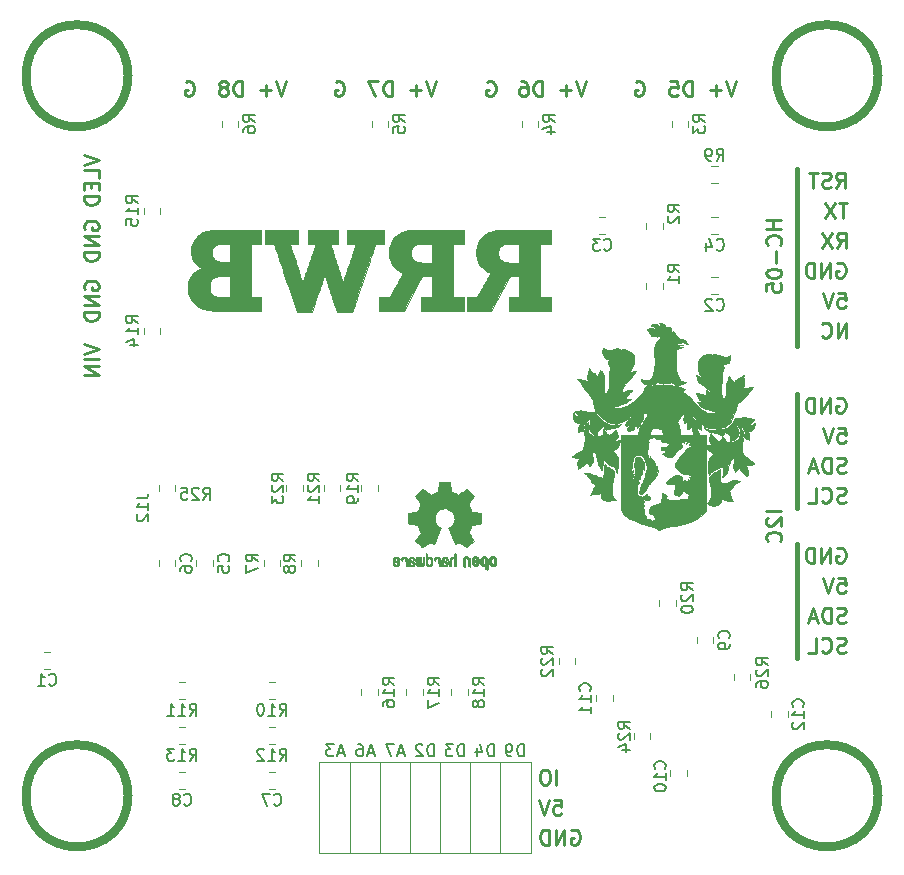
<source format=gbr>
G04 #@! TF.GenerationSoftware,KiCad,Pcbnew,(5.1.5)-2*
G04 #@! TF.CreationDate,2020-01-08T19:40:40-08:00*
G04 #@! TF.ProjectId,bifrost,62696672-6f73-4742-9e6b-696361645f70,A*
G04 #@! TF.SameCoordinates,Original*
G04 #@! TF.FileFunction,Legend,Bot*
G04 #@! TF.FilePolarity,Positive*
%FSLAX46Y46*%
G04 Gerber Fmt 4.6, Leading zero omitted, Abs format (unit mm)*
G04 Created by KiCad (PCBNEW (5.1.5)-2) date 2020-01-08 19:40:40*
%MOMM*%
%LPD*%
G04 APERTURE LIST*
%ADD10C,0.279400*%
%ADD11C,0.203200*%
%ADD12C,0.381000*%
%ADD13C,0.762000*%
%ADD14C,0.010000*%
%ADD15C,0.120000*%
%ADD16C,0.150000*%
G04 APERTURE END LIST*
D10*
X173942646Y-122301000D02*
X174063599Y-122240523D01*
X174245027Y-122240523D01*
X174426456Y-122301000D01*
X174547408Y-122421952D01*
X174607885Y-122542904D01*
X174668361Y-122784809D01*
X174668361Y-122966238D01*
X174607885Y-123208142D01*
X174547408Y-123329095D01*
X174426456Y-123450047D01*
X174245027Y-123510523D01*
X174124075Y-123510523D01*
X173942646Y-123450047D01*
X173882170Y-123389571D01*
X173882170Y-122966238D01*
X174124075Y-122966238D01*
X173337885Y-123510523D02*
X173337885Y-122240523D01*
X172612170Y-123510523D01*
X172612170Y-122240523D01*
X172007408Y-123510523D02*
X172007408Y-122240523D01*
X171705027Y-122240523D01*
X171523599Y-122301000D01*
X171402646Y-122421952D01*
X171342170Y-122542904D01*
X171281694Y-122784809D01*
X171281694Y-122966238D01*
X171342170Y-123208142D01*
X171402646Y-123329095D01*
X171523599Y-123450047D01*
X171705027Y-123510523D01*
X172007408Y-123510523D01*
X172430742Y-119700523D02*
X173035504Y-119700523D01*
X173095980Y-120305285D01*
X173035504Y-120244809D01*
X172914551Y-120184333D01*
X172612170Y-120184333D01*
X172491218Y-120244809D01*
X172430742Y-120305285D01*
X172370265Y-120426238D01*
X172370265Y-120728619D01*
X172430742Y-120849571D01*
X172491218Y-120910047D01*
X172612170Y-120970523D01*
X172914551Y-120970523D01*
X173035504Y-120910047D01*
X173095980Y-120849571D01*
X172007408Y-119700523D02*
X171584075Y-120970523D01*
X171160742Y-119700523D01*
X172672647Y-118430523D02*
X172672647Y-117160523D01*
X171825980Y-117160523D02*
X171584075Y-117160523D01*
X171463123Y-117221000D01*
X171342170Y-117341952D01*
X171281694Y-117583857D01*
X171281694Y-118007190D01*
X171342170Y-118249095D01*
X171463123Y-118370047D01*
X171584075Y-118430523D01*
X171825980Y-118430523D01*
X171946932Y-118370047D01*
X172067885Y-118249095D01*
X172128361Y-118007190D01*
X172128361Y-117583857D01*
X172067885Y-117341952D01*
X171946932Y-117221000D01*
X171825980Y-117160523D01*
D11*
X169913904Y-116029619D02*
X169913904Y-115013619D01*
X169672000Y-115013619D01*
X169526857Y-115062000D01*
X169430095Y-115158761D01*
X169381714Y-115255523D01*
X169333333Y-115449047D01*
X169333333Y-115594190D01*
X169381714Y-115787714D01*
X169430095Y-115884476D01*
X169526857Y-115981238D01*
X169672000Y-116029619D01*
X169913904Y-116029619D01*
X168849523Y-116029619D02*
X168656000Y-116029619D01*
X168559238Y-115981238D01*
X168510857Y-115932857D01*
X168414095Y-115787714D01*
X168365714Y-115594190D01*
X168365714Y-115207142D01*
X168414095Y-115110380D01*
X168462476Y-115062000D01*
X168559238Y-115013619D01*
X168752761Y-115013619D01*
X168849523Y-115062000D01*
X168897904Y-115110380D01*
X168946285Y-115207142D01*
X168946285Y-115449047D01*
X168897904Y-115545809D01*
X168849523Y-115594190D01*
X168752761Y-115642571D01*
X168559238Y-115642571D01*
X168462476Y-115594190D01*
X168414095Y-115545809D01*
X168365714Y-115449047D01*
X167373904Y-116029619D02*
X167373904Y-115013619D01*
X167132000Y-115013619D01*
X166986857Y-115062000D01*
X166890095Y-115158761D01*
X166841714Y-115255523D01*
X166793333Y-115449047D01*
X166793333Y-115594190D01*
X166841714Y-115787714D01*
X166890095Y-115884476D01*
X166986857Y-115981238D01*
X167132000Y-116029619D01*
X167373904Y-116029619D01*
X165922476Y-115352285D02*
X165922476Y-116029619D01*
X166164380Y-114965238D02*
X166406285Y-115690952D01*
X165777333Y-115690952D01*
X164833904Y-116029619D02*
X164833904Y-115013619D01*
X164592000Y-115013619D01*
X164446857Y-115062000D01*
X164350095Y-115158761D01*
X164301714Y-115255523D01*
X164253333Y-115449047D01*
X164253333Y-115594190D01*
X164301714Y-115787714D01*
X164350095Y-115884476D01*
X164446857Y-115981238D01*
X164592000Y-116029619D01*
X164833904Y-116029619D01*
X163914666Y-115013619D02*
X163285714Y-115013619D01*
X163624380Y-115400666D01*
X163479238Y-115400666D01*
X163382476Y-115449047D01*
X163334095Y-115497428D01*
X163285714Y-115594190D01*
X163285714Y-115836095D01*
X163334095Y-115932857D01*
X163382476Y-115981238D01*
X163479238Y-116029619D01*
X163769523Y-116029619D01*
X163866285Y-115981238D01*
X163914666Y-115932857D01*
X162293904Y-116029619D02*
X162293904Y-115013619D01*
X162052000Y-115013619D01*
X161906857Y-115062000D01*
X161810095Y-115158761D01*
X161761714Y-115255523D01*
X161713333Y-115449047D01*
X161713333Y-115594190D01*
X161761714Y-115787714D01*
X161810095Y-115884476D01*
X161906857Y-115981238D01*
X162052000Y-116029619D01*
X162293904Y-116029619D01*
X161326285Y-115110380D02*
X161277904Y-115062000D01*
X161181142Y-115013619D01*
X160939238Y-115013619D01*
X160842476Y-115062000D01*
X160794095Y-115110380D01*
X160745714Y-115207142D01*
X160745714Y-115303904D01*
X160794095Y-115449047D01*
X161374666Y-116029619D01*
X160745714Y-116029619D01*
X159729714Y-115739333D02*
X159245904Y-115739333D01*
X159826476Y-116029619D02*
X159487809Y-115013619D01*
X159149142Y-116029619D01*
X158907238Y-115013619D02*
X158229904Y-115013619D01*
X158665333Y-116029619D01*
X157189714Y-115739333D02*
X156705904Y-115739333D01*
X157286476Y-116029619D02*
X156947809Y-115013619D01*
X156609142Y-116029619D01*
X155835047Y-115013619D02*
X156028571Y-115013619D01*
X156125333Y-115062000D01*
X156173714Y-115110380D01*
X156270476Y-115255523D01*
X156318857Y-115449047D01*
X156318857Y-115836095D01*
X156270476Y-115932857D01*
X156222095Y-115981238D01*
X156125333Y-116029619D01*
X155931809Y-116029619D01*
X155835047Y-115981238D01*
X155786666Y-115932857D01*
X155738285Y-115836095D01*
X155738285Y-115594190D01*
X155786666Y-115497428D01*
X155835047Y-115449047D01*
X155931809Y-115400666D01*
X156125333Y-115400666D01*
X156222095Y-115449047D01*
X156270476Y-115497428D01*
X156318857Y-115594190D01*
X154649714Y-115739333D02*
X154165904Y-115739333D01*
X154746476Y-116029619D02*
X154407809Y-115013619D01*
X154069142Y-116029619D01*
X153827238Y-115013619D02*
X153198285Y-115013619D01*
X153536952Y-115400666D01*
X153391809Y-115400666D01*
X153295047Y-115449047D01*
X153246666Y-115497428D01*
X153198285Y-115594190D01*
X153198285Y-115836095D01*
X153246666Y-115932857D01*
X153295047Y-115981238D01*
X153391809Y-116029619D01*
X153682095Y-116029619D01*
X153778857Y-115981238D01*
X153827238Y-115932857D01*
D10*
X187899523Y-58867523D02*
X187476190Y-60137523D01*
X187052857Y-58867523D01*
X186629523Y-59653714D02*
X185661904Y-59653714D01*
X186145714Y-60137523D02*
X186145714Y-59169904D01*
X175199523Y-58867523D02*
X174776190Y-60137523D01*
X174352857Y-58867523D01*
X173929523Y-59653714D02*
X172961904Y-59653714D01*
X173445714Y-60137523D02*
X173445714Y-59169904D01*
X162499523Y-58867523D02*
X162076190Y-60137523D01*
X161652857Y-58867523D01*
X161229523Y-59653714D02*
X160261904Y-59653714D01*
X160745714Y-60137523D02*
X160745714Y-59169904D01*
X179372380Y-58928000D02*
X179493333Y-58867523D01*
X179674761Y-58867523D01*
X179856190Y-58928000D01*
X179977142Y-59048952D01*
X180037619Y-59169904D01*
X180098095Y-59411809D01*
X180098095Y-59593238D01*
X180037619Y-59835142D01*
X179977142Y-59956095D01*
X179856190Y-60077047D01*
X179674761Y-60137523D01*
X179553809Y-60137523D01*
X179372380Y-60077047D01*
X179311904Y-60016571D01*
X179311904Y-59593238D01*
X179553809Y-59593238D01*
X166799380Y-58928000D02*
X166920333Y-58867523D01*
X167101761Y-58867523D01*
X167283190Y-58928000D01*
X167404142Y-59048952D01*
X167464619Y-59169904D01*
X167525095Y-59411809D01*
X167525095Y-59593238D01*
X167464619Y-59835142D01*
X167404142Y-59956095D01*
X167283190Y-60077047D01*
X167101761Y-60137523D01*
X166980809Y-60137523D01*
X166799380Y-60077047D01*
X166738904Y-60016571D01*
X166738904Y-59593238D01*
X166980809Y-59593238D01*
X153972380Y-58928000D02*
X154093333Y-58867523D01*
X154274761Y-58867523D01*
X154456190Y-58928000D01*
X154577142Y-59048952D01*
X154637619Y-59169904D01*
X154698095Y-59411809D01*
X154698095Y-59593238D01*
X154637619Y-59835142D01*
X154577142Y-59956095D01*
X154456190Y-60077047D01*
X154274761Y-60137523D01*
X154153809Y-60137523D01*
X153972380Y-60077047D01*
X153911904Y-60016571D01*
X153911904Y-59593238D01*
X154153809Y-59593238D01*
X184142380Y-60137523D02*
X184142380Y-58867523D01*
X183840000Y-58867523D01*
X183658571Y-58928000D01*
X183537619Y-59048952D01*
X183477142Y-59169904D01*
X183416666Y-59411809D01*
X183416666Y-59593238D01*
X183477142Y-59835142D01*
X183537619Y-59956095D01*
X183658571Y-60077047D01*
X183840000Y-60137523D01*
X184142380Y-60137523D01*
X182267619Y-58867523D02*
X182872380Y-58867523D01*
X182932857Y-59472285D01*
X182872380Y-59411809D01*
X182751428Y-59351333D01*
X182449047Y-59351333D01*
X182328095Y-59411809D01*
X182267619Y-59472285D01*
X182207142Y-59593238D01*
X182207142Y-59895619D01*
X182267619Y-60016571D01*
X182328095Y-60077047D01*
X182449047Y-60137523D01*
X182751428Y-60137523D01*
X182872380Y-60077047D01*
X182932857Y-60016571D01*
X171442380Y-60137523D02*
X171442380Y-58867523D01*
X171140000Y-58867523D01*
X170958571Y-58928000D01*
X170837619Y-59048952D01*
X170777142Y-59169904D01*
X170716666Y-59411809D01*
X170716666Y-59593238D01*
X170777142Y-59835142D01*
X170837619Y-59956095D01*
X170958571Y-60077047D01*
X171140000Y-60137523D01*
X171442380Y-60137523D01*
X169628095Y-58867523D02*
X169870000Y-58867523D01*
X169990952Y-58928000D01*
X170051428Y-58988476D01*
X170172380Y-59169904D01*
X170232857Y-59411809D01*
X170232857Y-59895619D01*
X170172380Y-60016571D01*
X170111904Y-60077047D01*
X169990952Y-60137523D01*
X169749047Y-60137523D01*
X169628095Y-60077047D01*
X169567619Y-60016571D01*
X169507142Y-59895619D01*
X169507142Y-59593238D01*
X169567619Y-59472285D01*
X169628095Y-59411809D01*
X169749047Y-59351333D01*
X169990952Y-59351333D01*
X170111904Y-59411809D01*
X170172380Y-59472285D01*
X170232857Y-59593238D01*
X158742380Y-60137523D02*
X158742380Y-58867523D01*
X158440000Y-58867523D01*
X158258571Y-58928000D01*
X158137619Y-59048952D01*
X158077142Y-59169904D01*
X158016666Y-59411809D01*
X158016666Y-59593238D01*
X158077142Y-59835142D01*
X158137619Y-59956095D01*
X158258571Y-60077047D01*
X158440000Y-60137523D01*
X158742380Y-60137523D01*
X157593333Y-58867523D02*
X156746666Y-58867523D01*
X157290952Y-60137523D01*
X149799523Y-58867523D02*
X149376190Y-60137523D01*
X148952857Y-58867523D01*
X148529523Y-59653714D02*
X147561904Y-59653714D01*
X148045714Y-60137523D02*
X148045714Y-59169904D01*
X146042380Y-60137523D02*
X146042380Y-58867523D01*
X145740000Y-58867523D01*
X145558571Y-58928000D01*
X145437619Y-59048952D01*
X145377142Y-59169904D01*
X145316666Y-59411809D01*
X145316666Y-59593238D01*
X145377142Y-59835142D01*
X145437619Y-59956095D01*
X145558571Y-60077047D01*
X145740000Y-60137523D01*
X146042380Y-60137523D01*
X144590952Y-59411809D02*
X144711904Y-59351333D01*
X144772380Y-59290857D01*
X144832857Y-59169904D01*
X144832857Y-59109428D01*
X144772380Y-58988476D01*
X144711904Y-58928000D01*
X144590952Y-58867523D01*
X144349047Y-58867523D01*
X144228095Y-58928000D01*
X144167619Y-58988476D01*
X144107142Y-59109428D01*
X144107142Y-59169904D01*
X144167619Y-59290857D01*
X144228095Y-59351333D01*
X144349047Y-59411809D01*
X144590952Y-59411809D01*
X144711904Y-59472285D01*
X144772380Y-59532761D01*
X144832857Y-59653714D01*
X144832857Y-59895619D01*
X144772380Y-60016571D01*
X144711904Y-60077047D01*
X144590952Y-60137523D01*
X144349047Y-60137523D01*
X144228095Y-60077047D01*
X144167619Y-60016571D01*
X144107142Y-59895619D01*
X144107142Y-59653714D01*
X144167619Y-59532761D01*
X144228095Y-59472285D01*
X144349047Y-59411809D01*
X141272380Y-58928000D02*
X141393333Y-58867523D01*
X141574761Y-58867523D01*
X141756190Y-58928000D01*
X141877142Y-59048952D01*
X141937619Y-59169904D01*
X141998095Y-59411809D01*
X141998095Y-59593238D01*
X141937619Y-59835142D01*
X141877142Y-59956095D01*
X141756190Y-60077047D01*
X141574761Y-60137523D01*
X141453809Y-60137523D01*
X141272380Y-60077047D01*
X141211904Y-60016571D01*
X141211904Y-59593238D01*
X141453809Y-59593238D01*
X132654523Y-81159047D02*
X133924523Y-81582380D01*
X132654523Y-82005714D01*
X133924523Y-82429047D02*
X132654523Y-82429047D01*
X133924523Y-83033809D02*
X132654523Y-83033809D01*
X133924523Y-83759523D01*
X132654523Y-83759523D01*
X132715000Y-76502380D02*
X132654523Y-76381428D01*
X132654523Y-76200000D01*
X132715000Y-76018571D01*
X132835952Y-75897619D01*
X132956904Y-75837142D01*
X133198809Y-75776666D01*
X133380238Y-75776666D01*
X133622142Y-75837142D01*
X133743095Y-75897619D01*
X133864047Y-76018571D01*
X133924523Y-76200000D01*
X133924523Y-76320952D01*
X133864047Y-76502380D01*
X133803571Y-76562857D01*
X133380238Y-76562857D01*
X133380238Y-76320952D01*
X133924523Y-77107142D02*
X132654523Y-77107142D01*
X133924523Y-77832857D01*
X132654523Y-77832857D01*
X133924523Y-78437619D02*
X132654523Y-78437619D01*
X132654523Y-78740000D01*
X132715000Y-78921428D01*
X132835952Y-79042380D01*
X132956904Y-79102857D01*
X133198809Y-79163333D01*
X133380238Y-79163333D01*
X133622142Y-79102857D01*
X133743095Y-79042380D01*
X133864047Y-78921428D01*
X133924523Y-78740000D01*
X133924523Y-78437619D01*
X132715000Y-71422380D02*
X132654523Y-71301428D01*
X132654523Y-71120000D01*
X132715000Y-70938571D01*
X132835952Y-70817619D01*
X132956904Y-70757142D01*
X133198809Y-70696666D01*
X133380238Y-70696666D01*
X133622142Y-70757142D01*
X133743095Y-70817619D01*
X133864047Y-70938571D01*
X133924523Y-71120000D01*
X133924523Y-71240952D01*
X133864047Y-71422380D01*
X133803571Y-71482857D01*
X133380238Y-71482857D01*
X133380238Y-71240952D01*
X133924523Y-72027142D02*
X132654523Y-72027142D01*
X133924523Y-72752857D01*
X132654523Y-72752857D01*
X133924523Y-73357619D02*
X132654523Y-73357619D01*
X132654523Y-73660000D01*
X132715000Y-73841428D01*
X132835952Y-73962380D01*
X132956904Y-74022857D01*
X133198809Y-74083333D01*
X133380238Y-74083333D01*
X133622142Y-74022857D01*
X133743095Y-73962380D01*
X133864047Y-73841428D01*
X133924523Y-73660000D01*
X133924523Y-73357619D01*
X132654523Y-65163095D02*
X133924523Y-65586428D01*
X132654523Y-66009761D01*
X133924523Y-67037857D02*
X133924523Y-66433095D01*
X132654523Y-66433095D01*
X133259285Y-67461190D02*
X133259285Y-67884523D01*
X133924523Y-68065952D02*
X133924523Y-67461190D01*
X132654523Y-67461190D01*
X132654523Y-68065952D01*
X133924523Y-68610238D02*
X132654523Y-68610238D01*
X132654523Y-68912619D01*
X132715000Y-69094047D01*
X132835952Y-69215000D01*
X132956904Y-69275476D01*
X133198809Y-69335952D01*
X133380238Y-69335952D01*
X133622142Y-69275476D01*
X133743095Y-69215000D01*
X133864047Y-69094047D01*
X133924523Y-68912619D01*
X133924523Y-68610238D01*
X191709523Y-95280238D02*
X190439523Y-95280238D01*
X190560476Y-95824523D02*
X190500000Y-95885000D01*
X190439523Y-96005952D01*
X190439523Y-96308333D01*
X190500000Y-96429285D01*
X190560476Y-96489761D01*
X190681428Y-96550238D01*
X190802380Y-96550238D01*
X190983809Y-96489761D01*
X191709523Y-95764047D01*
X191709523Y-96550238D01*
X191588571Y-97820238D02*
X191649047Y-97759761D01*
X191709523Y-97578333D01*
X191709523Y-97457380D01*
X191649047Y-97275952D01*
X191528095Y-97155000D01*
X191407142Y-97094523D01*
X191165238Y-97034047D01*
X190983809Y-97034047D01*
X190741904Y-97094523D01*
X190620952Y-97155000D01*
X190500000Y-97275952D01*
X190439523Y-97457380D01*
X190439523Y-97578333D01*
X190500000Y-97759761D01*
X190560476Y-97820238D01*
D12*
X193040000Y-85344000D02*
X193040000Y-94996000D01*
X193040000Y-98044000D02*
X193040000Y-107696000D01*
D10*
X197145305Y-107194047D02*
X196963876Y-107254523D01*
X196661495Y-107254523D01*
X196540543Y-107194047D01*
X196480067Y-107133571D01*
X196419591Y-107012619D01*
X196419591Y-106891666D01*
X196480067Y-106770714D01*
X196540543Y-106710238D01*
X196661495Y-106649761D01*
X196903400Y-106589285D01*
X197024352Y-106528809D01*
X197084829Y-106468333D01*
X197145305Y-106347380D01*
X197145305Y-106226428D01*
X197084829Y-106105476D01*
X197024352Y-106045000D01*
X196903400Y-105984523D01*
X196601019Y-105984523D01*
X196419591Y-106045000D01*
X195149591Y-107133571D02*
X195210067Y-107194047D01*
X195391495Y-107254523D01*
X195512448Y-107254523D01*
X195693876Y-107194047D01*
X195814829Y-107073095D01*
X195875305Y-106952142D01*
X195935781Y-106710238D01*
X195935781Y-106528809D01*
X195875305Y-106286904D01*
X195814829Y-106165952D01*
X195693876Y-106045000D01*
X195512448Y-105984523D01*
X195391495Y-105984523D01*
X195210067Y-106045000D01*
X195149591Y-106105476D01*
X194000543Y-107254523D02*
X194605305Y-107254523D01*
X194605305Y-105984523D01*
X197145305Y-104654047D02*
X196963876Y-104714523D01*
X196661495Y-104714523D01*
X196540543Y-104654047D01*
X196480067Y-104593571D01*
X196419591Y-104472619D01*
X196419591Y-104351666D01*
X196480067Y-104230714D01*
X196540543Y-104170238D01*
X196661495Y-104109761D01*
X196903400Y-104049285D01*
X197024353Y-103988809D01*
X197084829Y-103928333D01*
X197145305Y-103807380D01*
X197145305Y-103686428D01*
X197084829Y-103565476D01*
X197024353Y-103505000D01*
X196903400Y-103444523D01*
X196601019Y-103444523D01*
X196419591Y-103505000D01*
X195875305Y-104714523D02*
X195875305Y-103444523D01*
X195572924Y-103444523D01*
X195391495Y-103505000D01*
X195270543Y-103625952D01*
X195210067Y-103746904D01*
X195149591Y-103988809D01*
X195149591Y-104170238D01*
X195210067Y-104412142D01*
X195270543Y-104533095D01*
X195391495Y-104654047D01*
X195572924Y-104714523D01*
X195875305Y-104714523D01*
X194665781Y-104351666D02*
X194061019Y-104351666D01*
X194786734Y-104714523D02*
X194363400Y-103444523D01*
X193940067Y-104714523D01*
X196480067Y-100904523D02*
X197084829Y-100904523D01*
X197145305Y-101509285D01*
X197084829Y-101448809D01*
X196963876Y-101388333D01*
X196661495Y-101388333D01*
X196540543Y-101448809D01*
X196480067Y-101509285D01*
X196419591Y-101630238D01*
X196419591Y-101932619D01*
X196480067Y-102053571D01*
X196540543Y-102114047D01*
X196661495Y-102174523D01*
X196963876Y-102174523D01*
X197084829Y-102114047D01*
X197145305Y-102053571D01*
X196056734Y-100904523D02*
X195633400Y-102174523D01*
X195210067Y-100904523D01*
X196419591Y-98425000D02*
X196540543Y-98364523D01*
X196721972Y-98364523D01*
X196903400Y-98425000D01*
X197024353Y-98545952D01*
X197084829Y-98666904D01*
X197145305Y-98908809D01*
X197145305Y-99090238D01*
X197084829Y-99332142D01*
X197024353Y-99453095D01*
X196903400Y-99574047D01*
X196721972Y-99634523D01*
X196601019Y-99634523D01*
X196419591Y-99574047D01*
X196359114Y-99513571D01*
X196359114Y-99090238D01*
X196601019Y-99090238D01*
X195814829Y-99634523D02*
X195814829Y-98364523D01*
X195089114Y-99634523D01*
X195089114Y-98364523D01*
X194484353Y-99634523D02*
X194484353Y-98364523D01*
X194181972Y-98364523D01*
X194000543Y-98425000D01*
X193879591Y-98545952D01*
X193819114Y-98666904D01*
X193758638Y-98908809D01*
X193758638Y-99090238D01*
X193819114Y-99332142D01*
X193879591Y-99453095D01*
X194000543Y-99574047D01*
X194181972Y-99634523D01*
X194484353Y-99634523D01*
X197145305Y-94494047D02*
X196963876Y-94554523D01*
X196661495Y-94554523D01*
X196540543Y-94494047D01*
X196480067Y-94433571D01*
X196419591Y-94312619D01*
X196419591Y-94191666D01*
X196480067Y-94070714D01*
X196540543Y-94010238D01*
X196661495Y-93949761D01*
X196903400Y-93889285D01*
X197024352Y-93828809D01*
X197084829Y-93768333D01*
X197145305Y-93647380D01*
X197145305Y-93526428D01*
X197084829Y-93405476D01*
X197024352Y-93345000D01*
X196903400Y-93284523D01*
X196601019Y-93284523D01*
X196419591Y-93345000D01*
X195149591Y-94433571D02*
X195210067Y-94494047D01*
X195391495Y-94554523D01*
X195512448Y-94554523D01*
X195693876Y-94494047D01*
X195814829Y-94373095D01*
X195875305Y-94252142D01*
X195935781Y-94010238D01*
X195935781Y-93828809D01*
X195875305Y-93586904D01*
X195814829Y-93465952D01*
X195693876Y-93345000D01*
X195512448Y-93284523D01*
X195391495Y-93284523D01*
X195210067Y-93345000D01*
X195149591Y-93405476D01*
X194000543Y-94554523D02*
X194605305Y-94554523D01*
X194605305Y-93284523D01*
X197145305Y-91954047D02*
X196963876Y-92014523D01*
X196661495Y-92014523D01*
X196540543Y-91954047D01*
X196480067Y-91893571D01*
X196419591Y-91772619D01*
X196419591Y-91651666D01*
X196480067Y-91530714D01*
X196540543Y-91470238D01*
X196661495Y-91409761D01*
X196903400Y-91349285D01*
X197024353Y-91288809D01*
X197084829Y-91228333D01*
X197145305Y-91107380D01*
X197145305Y-90986428D01*
X197084829Y-90865476D01*
X197024353Y-90805000D01*
X196903400Y-90744523D01*
X196601019Y-90744523D01*
X196419591Y-90805000D01*
X195875305Y-92014523D02*
X195875305Y-90744523D01*
X195572924Y-90744523D01*
X195391495Y-90805000D01*
X195270543Y-90925952D01*
X195210067Y-91046904D01*
X195149591Y-91288809D01*
X195149591Y-91470238D01*
X195210067Y-91712142D01*
X195270543Y-91833095D01*
X195391495Y-91954047D01*
X195572924Y-92014523D01*
X195875305Y-92014523D01*
X194665781Y-91651666D02*
X194061019Y-91651666D01*
X194786734Y-92014523D02*
X194363400Y-90744523D01*
X193940067Y-92014523D01*
X196480067Y-88204523D02*
X197084829Y-88204523D01*
X197145305Y-88809285D01*
X197084829Y-88748809D01*
X196963876Y-88688333D01*
X196661495Y-88688333D01*
X196540543Y-88748809D01*
X196480067Y-88809285D01*
X196419591Y-88930238D01*
X196419591Y-89232619D01*
X196480067Y-89353571D01*
X196540543Y-89414047D01*
X196661495Y-89474523D01*
X196963876Y-89474523D01*
X197084829Y-89414047D01*
X197145305Y-89353571D01*
X196056734Y-88204523D02*
X195633400Y-89474523D01*
X195210067Y-88204523D01*
X196419591Y-85725000D02*
X196540543Y-85664523D01*
X196721972Y-85664523D01*
X196903400Y-85725000D01*
X197024353Y-85845952D01*
X197084829Y-85966904D01*
X197145305Y-86208809D01*
X197145305Y-86390238D01*
X197084829Y-86632142D01*
X197024353Y-86753095D01*
X196903400Y-86874047D01*
X196721972Y-86934523D01*
X196601019Y-86934523D01*
X196419591Y-86874047D01*
X196359114Y-86813571D01*
X196359114Y-86390238D01*
X196601019Y-86390238D01*
X195814829Y-86934523D02*
X195814829Y-85664523D01*
X195089114Y-86934523D01*
X195089114Y-85664523D01*
X194484353Y-86934523D02*
X194484353Y-85664523D01*
X194181972Y-85664523D01*
X194000543Y-85725000D01*
X193879591Y-85845952D01*
X193819114Y-85966904D01*
X193758638Y-86208809D01*
X193758638Y-86390238D01*
X193819114Y-86632142D01*
X193879591Y-86753095D01*
X194000543Y-86874047D01*
X194181972Y-86934523D01*
X194484353Y-86934523D01*
X191709523Y-70666428D02*
X190439523Y-70666428D01*
X191044285Y-70666428D02*
X191044285Y-71392142D01*
X191709523Y-71392142D02*
X190439523Y-71392142D01*
X191588571Y-72722619D02*
X191649047Y-72662142D01*
X191709523Y-72480714D01*
X191709523Y-72359761D01*
X191649047Y-72178333D01*
X191528095Y-72057380D01*
X191407142Y-71996904D01*
X191165238Y-71936428D01*
X190983809Y-71936428D01*
X190741904Y-71996904D01*
X190620952Y-72057380D01*
X190500000Y-72178333D01*
X190439523Y-72359761D01*
X190439523Y-72480714D01*
X190500000Y-72662142D01*
X190560476Y-72722619D01*
X191225714Y-73266904D02*
X191225714Y-74234523D01*
X190439523Y-75081190D02*
X190439523Y-75202142D01*
X190500000Y-75323095D01*
X190560476Y-75383571D01*
X190681428Y-75444047D01*
X190923333Y-75504523D01*
X191225714Y-75504523D01*
X191467619Y-75444047D01*
X191588571Y-75383571D01*
X191649047Y-75323095D01*
X191709523Y-75202142D01*
X191709523Y-75081190D01*
X191649047Y-74960238D01*
X191588571Y-74899761D01*
X191467619Y-74839285D01*
X191225714Y-74778809D01*
X190923333Y-74778809D01*
X190681428Y-74839285D01*
X190560476Y-74899761D01*
X190500000Y-74960238D01*
X190439523Y-75081190D01*
X190439523Y-76653571D02*
X190439523Y-76048809D01*
X191044285Y-75988333D01*
X190983809Y-76048809D01*
X190923333Y-76169761D01*
X190923333Y-76472142D01*
X190983809Y-76593095D01*
X191044285Y-76653571D01*
X191165238Y-76714047D01*
X191467619Y-76714047D01*
X191588571Y-76653571D01*
X191649047Y-76593095D01*
X191709523Y-76472142D01*
X191709523Y-76169761D01*
X191649047Y-76048809D01*
X191588571Y-75988333D01*
D12*
X193040000Y-66294000D02*
X193040000Y-81280000D01*
D10*
X197205781Y-80584523D02*
X197205781Y-79314523D01*
X196480066Y-80584523D01*
X196480066Y-79314523D01*
X195149590Y-80463571D02*
X195210066Y-80524047D01*
X195391495Y-80584523D01*
X195512447Y-80584523D01*
X195693876Y-80524047D01*
X195814828Y-80403095D01*
X195875305Y-80282142D01*
X195935781Y-80040238D01*
X195935781Y-79858809D01*
X195875305Y-79616904D01*
X195814828Y-79495952D01*
X195693876Y-79375000D01*
X195512447Y-79314523D01*
X195391495Y-79314523D01*
X195210066Y-79375000D01*
X195149590Y-79435476D01*
X196480067Y-76774523D02*
X197084829Y-76774523D01*
X197145305Y-77379285D01*
X197084829Y-77318809D01*
X196963876Y-77258333D01*
X196661495Y-77258333D01*
X196540543Y-77318809D01*
X196480067Y-77379285D01*
X196419591Y-77500238D01*
X196419591Y-77802619D01*
X196480067Y-77923571D01*
X196540543Y-77984047D01*
X196661495Y-78044523D01*
X196963876Y-78044523D01*
X197084829Y-77984047D01*
X197145305Y-77923571D01*
X196056734Y-76774523D02*
X195633400Y-78044523D01*
X195210067Y-76774523D01*
X196419591Y-74295000D02*
X196540543Y-74234523D01*
X196721972Y-74234523D01*
X196903400Y-74295000D01*
X197024353Y-74415952D01*
X197084829Y-74536904D01*
X197145305Y-74778809D01*
X197145305Y-74960238D01*
X197084829Y-75202142D01*
X197024353Y-75323095D01*
X196903400Y-75444047D01*
X196721972Y-75504523D01*
X196601019Y-75504523D01*
X196419591Y-75444047D01*
X196359114Y-75383571D01*
X196359114Y-74960238D01*
X196601019Y-74960238D01*
X195814829Y-75504523D02*
X195814829Y-74234523D01*
X195089114Y-75504523D01*
X195089114Y-74234523D01*
X194484353Y-75504523D02*
X194484353Y-74234523D01*
X194181972Y-74234523D01*
X194000543Y-74295000D01*
X193879591Y-74415952D01*
X193819114Y-74536904D01*
X193758638Y-74778809D01*
X193758638Y-74960238D01*
X193819114Y-75202142D01*
X193879591Y-75323095D01*
X194000543Y-75444047D01*
X194181972Y-75504523D01*
X194484353Y-75504523D01*
X197309800Y-69154523D02*
X196584086Y-69154523D01*
X196946943Y-70424523D02*
X196946943Y-69154523D01*
X196281705Y-69154523D02*
X195435038Y-70424523D01*
X195435038Y-69154523D02*
X196281705Y-70424523D01*
X196451038Y-72964523D02*
X196874371Y-72359761D01*
X197176752Y-72964523D02*
X197176752Y-71694523D01*
X196692943Y-71694523D01*
X196571990Y-71755000D01*
X196511514Y-71815476D01*
X196451038Y-71936428D01*
X196451038Y-72117857D01*
X196511514Y-72238809D01*
X196571990Y-72299285D01*
X196692943Y-72359761D01*
X197176752Y-72359761D01*
X196027705Y-71694523D02*
X195181038Y-72964523D01*
X195181038Y-71694523D02*
X196027705Y-72964523D01*
X196359114Y-67884523D02*
X196782447Y-67279761D01*
X197084828Y-67884523D02*
X197084828Y-66614523D01*
X196601019Y-66614523D01*
X196480067Y-66675000D01*
X196419590Y-66735476D01*
X196359114Y-66856428D01*
X196359114Y-67037857D01*
X196419590Y-67158809D01*
X196480067Y-67219285D01*
X196601019Y-67279761D01*
X197084828Y-67279761D01*
X195875305Y-67824047D02*
X195693876Y-67884523D01*
X195391495Y-67884523D01*
X195270543Y-67824047D01*
X195210067Y-67763571D01*
X195149590Y-67642619D01*
X195149590Y-67521666D01*
X195210067Y-67400714D01*
X195270543Y-67340238D01*
X195391495Y-67279761D01*
X195633400Y-67219285D01*
X195754352Y-67158809D01*
X195814828Y-67098333D01*
X195875305Y-66977380D01*
X195875305Y-66856428D01*
X195814828Y-66735476D01*
X195754352Y-66675000D01*
X195633400Y-66614523D01*
X195331019Y-66614523D01*
X195149590Y-66675000D01*
X194786733Y-66614523D02*
X194061019Y-66614523D01*
X194423876Y-67884523D02*
X194423876Y-66614523D01*
D13*
X199898000Y-58420000D02*
G75*
G03X199898000Y-58420000I-4318000J0D01*
G01*
X136398000Y-58420000D02*
G75*
G03X136398000Y-58420000I-4318000J0D01*
G01*
X199898000Y-119380000D02*
G75*
G03X199898000Y-119380000I-4318000J0D01*
G01*
X136398000Y-119380000D02*
G75*
G03X136398000Y-119380000I-4318000J0D01*
G01*
D14*
G36*
X163055122Y-92807776D02*
G01*
X162949388Y-92808355D01*
X162872868Y-92809922D01*
X162820628Y-92812972D01*
X162787737Y-92817996D01*
X162769263Y-92825489D01*
X162760273Y-92835944D01*
X162755837Y-92849853D01*
X162755406Y-92851654D01*
X162748667Y-92884145D01*
X162736192Y-92948252D01*
X162719281Y-93037151D01*
X162699229Y-93144019D01*
X162677336Y-93262033D01*
X162676571Y-93266178D01*
X162654641Y-93381831D01*
X162634123Y-93484014D01*
X162616341Y-93566598D01*
X162602619Y-93623456D01*
X162594282Y-93648458D01*
X162593884Y-93648901D01*
X162569323Y-93661110D01*
X162518685Y-93681456D01*
X162452905Y-93705545D01*
X162452539Y-93705674D01*
X162369683Y-93736818D01*
X162272000Y-93776491D01*
X162179923Y-93816381D01*
X162175566Y-93818353D01*
X162025593Y-93886420D01*
X161693502Y-93659639D01*
X161591626Y-93590504D01*
X161499343Y-93528697D01*
X161421997Y-93477733D01*
X161364936Y-93441127D01*
X161333505Y-93422394D01*
X161330521Y-93421004D01*
X161307679Y-93427190D01*
X161265018Y-93457035D01*
X161200872Y-93511947D01*
X161113579Y-93593334D01*
X161024465Y-93679922D01*
X160938559Y-93765247D01*
X160861673Y-93843108D01*
X160798436Y-93908697D01*
X160753477Y-93957205D01*
X160731424Y-93983825D01*
X160730604Y-93985195D01*
X160728166Y-94003463D01*
X160737350Y-94033295D01*
X160760426Y-94078721D01*
X160799663Y-94143770D01*
X160857330Y-94232470D01*
X160934205Y-94346657D01*
X161002430Y-94447162D01*
X161063418Y-94537303D01*
X161113644Y-94611849D01*
X161149584Y-94665565D01*
X161167713Y-94693218D01*
X161168854Y-94695095D01*
X161166641Y-94721590D01*
X161149862Y-94773086D01*
X161121858Y-94839851D01*
X161111878Y-94861172D01*
X161068328Y-94956159D01*
X161021866Y-95063937D01*
X160984123Y-95157192D01*
X160956927Y-95226406D01*
X160935325Y-95279006D01*
X160922842Y-95306497D01*
X160921291Y-95308616D01*
X160898332Y-95312124D01*
X160844214Y-95321738D01*
X160766132Y-95336089D01*
X160671281Y-95353807D01*
X160566857Y-95373525D01*
X160460056Y-95393874D01*
X160358074Y-95413486D01*
X160268106Y-95430991D01*
X160197347Y-95445022D01*
X160152994Y-95454209D01*
X160142115Y-95456807D01*
X160130878Y-95463218D01*
X160122395Y-95477697D01*
X160116286Y-95505133D01*
X160112168Y-95550411D01*
X160109659Y-95618420D01*
X160108379Y-95714047D01*
X160107946Y-95842180D01*
X160107923Y-95894701D01*
X160107923Y-96321845D01*
X160210500Y-96342091D01*
X160267569Y-96353070D01*
X160352731Y-96369095D01*
X160455628Y-96388233D01*
X160565904Y-96408551D01*
X160596385Y-96414132D01*
X160698145Y-96433917D01*
X160786795Y-96453373D01*
X160854892Y-96470697D01*
X160894996Y-96484088D01*
X160901677Y-96488079D01*
X160918081Y-96516342D01*
X160941601Y-96571109D01*
X160967684Y-96641588D01*
X160972858Y-96656769D01*
X161007044Y-96750896D01*
X161049477Y-96857101D01*
X161091003Y-96952473D01*
X161091208Y-96952916D01*
X161160360Y-97102525D01*
X160705488Y-97771617D01*
X160997500Y-98064116D01*
X161085820Y-98151170D01*
X161166375Y-98227909D01*
X161234640Y-98290237D01*
X161286092Y-98334056D01*
X161316206Y-98355270D01*
X161320526Y-98356616D01*
X161345889Y-98346016D01*
X161397642Y-98316547D01*
X161470132Y-98271705D01*
X161557706Y-98214984D01*
X161652388Y-98151462D01*
X161748484Y-98086668D01*
X161834163Y-98030287D01*
X161903984Y-97985788D01*
X161952506Y-97956639D01*
X161974218Y-97946308D01*
X162000707Y-97955050D01*
X162050938Y-97978087D01*
X162114549Y-98010631D01*
X162121292Y-98014249D01*
X162206954Y-98057210D01*
X162265694Y-98078279D01*
X162302228Y-98078503D01*
X162321269Y-98058928D01*
X162321380Y-98058654D01*
X162330898Y-98035472D01*
X162353597Y-97980441D01*
X162387718Y-97897822D01*
X162431500Y-97791872D01*
X162483184Y-97666852D01*
X162541008Y-97527020D01*
X162597009Y-97391637D01*
X162658553Y-97242234D01*
X162715061Y-97103832D01*
X162764839Y-96980673D01*
X162806194Y-96877002D01*
X162837432Y-96797059D01*
X162856859Y-96745088D01*
X162862846Y-96725692D01*
X162847832Y-96703443D01*
X162808561Y-96667982D01*
X162756193Y-96628887D01*
X162607059Y-96505245D01*
X162490489Y-96363522D01*
X162407882Y-96206704D01*
X162360634Y-96037775D01*
X162350143Y-95859722D01*
X162357769Y-95777539D01*
X162399318Y-95607031D01*
X162470877Y-95456459D01*
X162568005Y-95327309D01*
X162686266Y-95221064D01*
X162821220Y-95139210D01*
X162968429Y-95083232D01*
X163123456Y-95054615D01*
X163281861Y-95054844D01*
X163439206Y-95085405D01*
X163591054Y-95147782D01*
X163732965Y-95243460D01*
X163792197Y-95297572D01*
X163905797Y-95436520D01*
X163984894Y-95588361D01*
X164030014Y-95748667D01*
X164041684Y-95913012D01*
X164020431Y-96076971D01*
X163966780Y-96236118D01*
X163881260Y-96386025D01*
X163764395Y-96522267D01*
X163633807Y-96628887D01*
X163579412Y-96669642D01*
X163540986Y-96704718D01*
X163527154Y-96725726D01*
X163534397Y-96748635D01*
X163554995Y-96803365D01*
X163587254Y-96885672D01*
X163629479Y-96991315D01*
X163679977Y-97116050D01*
X163737052Y-97255636D01*
X163793146Y-97391670D01*
X163855033Y-97541201D01*
X163912356Y-97679767D01*
X163963356Y-97803107D01*
X164006273Y-97906964D01*
X164039347Y-97987080D01*
X164060819Y-98039195D01*
X164068775Y-98058654D01*
X164087571Y-98078423D01*
X164123926Y-98078365D01*
X164182521Y-98057441D01*
X164268032Y-98014613D01*
X164268708Y-98014249D01*
X164333093Y-97981012D01*
X164385139Y-97956802D01*
X164414488Y-97946404D01*
X164415783Y-97946308D01*
X164437876Y-97956855D01*
X164486652Y-97986184D01*
X164556669Y-98030827D01*
X164642486Y-98087314D01*
X164737612Y-98151462D01*
X164834460Y-98216411D01*
X164921747Y-98272896D01*
X164993819Y-98317421D01*
X165045023Y-98346490D01*
X165069474Y-98356616D01*
X165091990Y-98343307D01*
X165137258Y-98306112D01*
X165200756Y-98249128D01*
X165277961Y-98176449D01*
X165364349Y-98092171D01*
X165392601Y-98064016D01*
X165684713Y-97771416D01*
X165462369Y-97445104D01*
X165394798Y-97344897D01*
X165335493Y-97254963D01*
X165287783Y-97180510D01*
X165254993Y-97126751D01*
X165240452Y-97098894D01*
X165240026Y-97096912D01*
X165247692Y-97070655D01*
X165268311Y-97017837D01*
X165298315Y-96947310D01*
X165319375Y-96900093D01*
X165358752Y-96809694D01*
X165395835Y-96718366D01*
X165424585Y-96641200D01*
X165432395Y-96617692D01*
X165454583Y-96554916D01*
X165476273Y-96506411D01*
X165488187Y-96488079D01*
X165514477Y-96476859D01*
X165571858Y-96460954D01*
X165652882Y-96442167D01*
X165750105Y-96422299D01*
X165793615Y-96414132D01*
X165904104Y-96393829D01*
X166010084Y-96374170D01*
X166101199Y-96357088D01*
X166167092Y-96344518D01*
X166179500Y-96342091D01*
X166282077Y-96321845D01*
X166282077Y-95894701D01*
X166281847Y-95754246D01*
X166280901Y-95647979D01*
X166278859Y-95571013D01*
X166275338Y-95518460D01*
X166269957Y-95485433D01*
X166262334Y-95467045D01*
X166252088Y-95458408D01*
X166247885Y-95456807D01*
X166222530Y-95451127D01*
X166166516Y-95439795D01*
X166087036Y-95424179D01*
X165991288Y-95405647D01*
X165886467Y-95385569D01*
X165779768Y-95365312D01*
X165678387Y-95346246D01*
X165589521Y-95329739D01*
X165520363Y-95317159D01*
X165478111Y-95309875D01*
X165468710Y-95308616D01*
X165460193Y-95291763D01*
X165441340Y-95246870D01*
X165415676Y-95182430D01*
X165405877Y-95157192D01*
X165366352Y-95059686D01*
X165319808Y-94951959D01*
X165278123Y-94861172D01*
X165247450Y-94791753D01*
X165227044Y-94734710D01*
X165220232Y-94699777D01*
X165221318Y-94695095D01*
X165235715Y-94672991D01*
X165268588Y-94623831D01*
X165316410Y-94552848D01*
X165375652Y-94465278D01*
X165442785Y-94366357D01*
X165456059Y-94346830D01*
X165533954Y-94231140D01*
X165591213Y-94143044D01*
X165630119Y-94078486D01*
X165652956Y-94033411D01*
X165662006Y-94003763D01*
X165659552Y-93985485D01*
X165659489Y-93985369D01*
X165640173Y-93961361D01*
X165597449Y-93914947D01*
X165535949Y-93850937D01*
X165460302Y-93774145D01*
X165375139Y-93689382D01*
X165365535Y-93679922D01*
X165258210Y-93575989D01*
X165175385Y-93499675D01*
X165115395Y-93449571D01*
X165076577Y-93424270D01*
X165059480Y-93421004D01*
X165034527Y-93435250D01*
X164982745Y-93468156D01*
X164909480Y-93516208D01*
X164820080Y-93575890D01*
X164719889Y-93643688D01*
X164696499Y-93659639D01*
X164364407Y-93886420D01*
X164214435Y-93818353D01*
X164123230Y-93778685D01*
X164025331Y-93738791D01*
X163941169Y-93706983D01*
X163937462Y-93705674D01*
X163871631Y-93681576D01*
X163820884Y-93661200D01*
X163796158Y-93648936D01*
X163796116Y-93648901D01*
X163788271Y-93626734D01*
X163774934Y-93572217D01*
X163757430Y-93491480D01*
X163737083Y-93390650D01*
X163715218Y-93275856D01*
X163713429Y-93266178D01*
X163691496Y-93147904D01*
X163671360Y-93040542D01*
X163654320Y-92950917D01*
X163641672Y-92885851D01*
X163634716Y-92852168D01*
X163634594Y-92851654D01*
X163630361Y-92837325D01*
X163622129Y-92826507D01*
X163604967Y-92818706D01*
X163573942Y-92813429D01*
X163524122Y-92810182D01*
X163450576Y-92808472D01*
X163348371Y-92807807D01*
X163212575Y-92807693D01*
X163195000Y-92807692D01*
X163055122Y-92807776D01*
G37*
X163055122Y-92807776D02*
X162949388Y-92808355D01*
X162872868Y-92809922D01*
X162820628Y-92812972D01*
X162787737Y-92817996D01*
X162769263Y-92825489D01*
X162760273Y-92835944D01*
X162755837Y-92849853D01*
X162755406Y-92851654D01*
X162748667Y-92884145D01*
X162736192Y-92948252D01*
X162719281Y-93037151D01*
X162699229Y-93144019D01*
X162677336Y-93262033D01*
X162676571Y-93266178D01*
X162654641Y-93381831D01*
X162634123Y-93484014D01*
X162616341Y-93566598D01*
X162602619Y-93623456D01*
X162594282Y-93648458D01*
X162593884Y-93648901D01*
X162569323Y-93661110D01*
X162518685Y-93681456D01*
X162452905Y-93705545D01*
X162452539Y-93705674D01*
X162369683Y-93736818D01*
X162272000Y-93776491D01*
X162179923Y-93816381D01*
X162175566Y-93818353D01*
X162025593Y-93886420D01*
X161693502Y-93659639D01*
X161591626Y-93590504D01*
X161499343Y-93528697D01*
X161421997Y-93477733D01*
X161364936Y-93441127D01*
X161333505Y-93422394D01*
X161330521Y-93421004D01*
X161307679Y-93427190D01*
X161265018Y-93457035D01*
X161200872Y-93511947D01*
X161113579Y-93593334D01*
X161024465Y-93679922D01*
X160938559Y-93765247D01*
X160861673Y-93843108D01*
X160798436Y-93908697D01*
X160753477Y-93957205D01*
X160731424Y-93983825D01*
X160730604Y-93985195D01*
X160728166Y-94003463D01*
X160737350Y-94033295D01*
X160760426Y-94078721D01*
X160799663Y-94143770D01*
X160857330Y-94232470D01*
X160934205Y-94346657D01*
X161002430Y-94447162D01*
X161063418Y-94537303D01*
X161113644Y-94611849D01*
X161149584Y-94665565D01*
X161167713Y-94693218D01*
X161168854Y-94695095D01*
X161166641Y-94721590D01*
X161149862Y-94773086D01*
X161121858Y-94839851D01*
X161111878Y-94861172D01*
X161068328Y-94956159D01*
X161021866Y-95063937D01*
X160984123Y-95157192D01*
X160956927Y-95226406D01*
X160935325Y-95279006D01*
X160922842Y-95306497D01*
X160921291Y-95308616D01*
X160898332Y-95312124D01*
X160844214Y-95321738D01*
X160766132Y-95336089D01*
X160671281Y-95353807D01*
X160566857Y-95373525D01*
X160460056Y-95393874D01*
X160358074Y-95413486D01*
X160268106Y-95430991D01*
X160197347Y-95445022D01*
X160152994Y-95454209D01*
X160142115Y-95456807D01*
X160130878Y-95463218D01*
X160122395Y-95477697D01*
X160116286Y-95505133D01*
X160112168Y-95550411D01*
X160109659Y-95618420D01*
X160108379Y-95714047D01*
X160107946Y-95842180D01*
X160107923Y-95894701D01*
X160107923Y-96321845D01*
X160210500Y-96342091D01*
X160267569Y-96353070D01*
X160352731Y-96369095D01*
X160455628Y-96388233D01*
X160565904Y-96408551D01*
X160596385Y-96414132D01*
X160698145Y-96433917D01*
X160786795Y-96453373D01*
X160854892Y-96470697D01*
X160894996Y-96484088D01*
X160901677Y-96488079D01*
X160918081Y-96516342D01*
X160941601Y-96571109D01*
X160967684Y-96641588D01*
X160972858Y-96656769D01*
X161007044Y-96750896D01*
X161049477Y-96857101D01*
X161091003Y-96952473D01*
X161091208Y-96952916D01*
X161160360Y-97102525D01*
X160705488Y-97771617D01*
X160997500Y-98064116D01*
X161085820Y-98151170D01*
X161166375Y-98227909D01*
X161234640Y-98290237D01*
X161286092Y-98334056D01*
X161316206Y-98355270D01*
X161320526Y-98356616D01*
X161345889Y-98346016D01*
X161397642Y-98316547D01*
X161470132Y-98271705D01*
X161557706Y-98214984D01*
X161652388Y-98151462D01*
X161748484Y-98086668D01*
X161834163Y-98030287D01*
X161903984Y-97985788D01*
X161952506Y-97956639D01*
X161974218Y-97946308D01*
X162000707Y-97955050D01*
X162050938Y-97978087D01*
X162114549Y-98010631D01*
X162121292Y-98014249D01*
X162206954Y-98057210D01*
X162265694Y-98078279D01*
X162302228Y-98078503D01*
X162321269Y-98058928D01*
X162321380Y-98058654D01*
X162330898Y-98035472D01*
X162353597Y-97980441D01*
X162387718Y-97897822D01*
X162431500Y-97791872D01*
X162483184Y-97666852D01*
X162541008Y-97527020D01*
X162597009Y-97391637D01*
X162658553Y-97242234D01*
X162715061Y-97103832D01*
X162764839Y-96980673D01*
X162806194Y-96877002D01*
X162837432Y-96797059D01*
X162856859Y-96745088D01*
X162862846Y-96725692D01*
X162847832Y-96703443D01*
X162808561Y-96667982D01*
X162756193Y-96628887D01*
X162607059Y-96505245D01*
X162490489Y-96363522D01*
X162407882Y-96206704D01*
X162360634Y-96037775D01*
X162350143Y-95859722D01*
X162357769Y-95777539D01*
X162399318Y-95607031D01*
X162470877Y-95456459D01*
X162568005Y-95327309D01*
X162686266Y-95221064D01*
X162821220Y-95139210D01*
X162968429Y-95083232D01*
X163123456Y-95054615D01*
X163281861Y-95054844D01*
X163439206Y-95085405D01*
X163591054Y-95147782D01*
X163732965Y-95243460D01*
X163792197Y-95297572D01*
X163905797Y-95436520D01*
X163984894Y-95588361D01*
X164030014Y-95748667D01*
X164041684Y-95913012D01*
X164020431Y-96076971D01*
X163966780Y-96236118D01*
X163881260Y-96386025D01*
X163764395Y-96522267D01*
X163633807Y-96628887D01*
X163579412Y-96669642D01*
X163540986Y-96704718D01*
X163527154Y-96725726D01*
X163534397Y-96748635D01*
X163554995Y-96803365D01*
X163587254Y-96885672D01*
X163629479Y-96991315D01*
X163679977Y-97116050D01*
X163737052Y-97255636D01*
X163793146Y-97391670D01*
X163855033Y-97541201D01*
X163912356Y-97679767D01*
X163963356Y-97803107D01*
X164006273Y-97906964D01*
X164039347Y-97987080D01*
X164060819Y-98039195D01*
X164068775Y-98058654D01*
X164087571Y-98078423D01*
X164123926Y-98078365D01*
X164182521Y-98057441D01*
X164268032Y-98014613D01*
X164268708Y-98014249D01*
X164333093Y-97981012D01*
X164385139Y-97956802D01*
X164414488Y-97946404D01*
X164415783Y-97946308D01*
X164437876Y-97956855D01*
X164486652Y-97986184D01*
X164556669Y-98030827D01*
X164642486Y-98087314D01*
X164737612Y-98151462D01*
X164834460Y-98216411D01*
X164921747Y-98272896D01*
X164993819Y-98317421D01*
X165045023Y-98346490D01*
X165069474Y-98356616D01*
X165091990Y-98343307D01*
X165137258Y-98306112D01*
X165200756Y-98249128D01*
X165277961Y-98176449D01*
X165364349Y-98092171D01*
X165392601Y-98064016D01*
X165684713Y-97771416D01*
X165462369Y-97445104D01*
X165394798Y-97344897D01*
X165335493Y-97254963D01*
X165287783Y-97180510D01*
X165254993Y-97126751D01*
X165240452Y-97098894D01*
X165240026Y-97096912D01*
X165247692Y-97070655D01*
X165268311Y-97017837D01*
X165298315Y-96947310D01*
X165319375Y-96900093D01*
X165358752Y-96809694D01*
X165395835Y-96718366D01*
X165424585Y-96641200D01*
X165432395Y-96617692D01*
X165454583Y-96554916D01*
X165476273Y-96506411D01*
X165488187Y-96488079D01*
X165514477Y-96476859D01*
X165571858Y-96460954D01*
X165652882Y-96442167D01*
X165750105Y-96422299D01*
X165793615Y-96414132D01*
X165904104Y-96393829D01*
X166010084Y-96374170D01*
X166101199Y-96357088D01*
X166167092Y-96344518D01*
X166179500Y-96342091D01*
X166282077Y-96321845D01*
X166282077Y-95894701D01*
X166281847Y-95754246D01*
X166280901Y-95647979D01*
X166278859Y-95571013D01*
X166275338Y-95518460D01*
X166269957Y-95485433D01*
X166262334Y-95467045D01*
X166252088Y-95458408D01*
X166247885Y-95456807D01*
X166222530Y-95451127D01*
X166166516Y-95439795D01*
X166087036Y-95424179D01*
X165991288Y-95405647D01*
X165886467Y-95385569D01*
X165779768Y-95365312D01*
X165678387Y-95346246D01*
X165589521Y-95329739D01*
X165520363Y-95317159D01*
X165478111Y-95309875D01*
X165468710Y-95308616D01*
X165460193Y-95291763D01*
X165441340Y-95246870D01*
X165415676Y-95182430D01*
X165405877Y-95157192D01*
X165366352Y-95059686D01*
X165319808Y-94951959D01*
X165278123Y-94861172D01*
X165247450Y-94791753D01*
X165227044Y-94734710D01*
X165220232Y-94699777D01*
X165221318Y-94695095D01*
X165235715Y-94672991D01*
X165268588Y-94623831D01*
X165316410Y-94552848D01*
X165375652Y-94465278D01*
X165442785Y-94366357D01*
X165456059Y-94346830D01*
X165533954Y-94231140D01*
X165591213Y-94143044D01*
X165630119Y-94078486D01*
X165652956Y-94033411D01*
X165662006Y-94003763D01*
X165659552Y-93985485D01*
X165659489Y-93985369D01*
X165640173Y-93961361D01*
X165597449Y-93914947D01*
X165535949Y-93850937D01*
X165460302Y-93774145D01*
X165375139Y-93689382D01*
X165365535Y-93679922D01*
X165258210Y-93575989D01*
X165175385Y-93499675D01*
X165115395Y-93449571D01*
X165076577Y-93424270D01*
X165059480Y-93421004D01*
X165034527Y-93435250D01*
X164982745Y-93468156D01*
X164909480Y-93516208D01*
X164820080Y-93575890D01*
X164719889Y-93643688D01*
X164696499Y-93659639D01*
X164364407Y-93886420D01*
X164214435Y-93818353D01*
X164123230Y-93778685D01*
X164025331Y-93738791D01*
X163941169Y-93706983D01*
X163937462Y-93705674D01*
X163871631Y-93681576D01*
X163820884Y-93661200D01*
X163796158Y-93648936D01*
X163796116Y-93648901D01*
X163788271Y-93626734D01*
X163774934Y-93572217D01*
X163757430Y-93491480D01*
X163737083Y-93390650D01*
X163715218Y-93275856D01*
X163713429Y-93266178D01*
X163691496Y-93147904D01*
X163671360Y-93040542D01*
X163654320Y-92950917D01*
X163641672Y-92885851D01*
X163634716Y-92852168D01*
X163634594Y-92851654D01*
X163630361Y-92837325D01*
X163622129Y-92826507D01*
X163604967Y-92818706D01*
X163573942Y-92813429D01*
X163524122Y-92810182D01*
X163450576Y-92808472D01*
X163348371Y-92807807D01*
X163212575Y-92807693D01*
X163195000Y-92807692D01*
X163055122Y-92807776D01*
G36*
X158949776Y-99167838D02*
G01*
X158872472Y-99218361D01*
X158835186Y-99263590D01*
X158805647Y-99345663D01*
X158803301Y-99410607D01*
X158808615Y-99497445D01*
X159008885Y-99585103D01*
X159106261Y-99629887D01*
X159169887Y-99665913D01*
X159202971Y-99697117D01*
X159208720Y-99727436D01*
X159190342Y-99760805D01*
X159170077Y-99782923D01*
X159111111Y-99818393D01*
X159046976Y-99820879D01*
X158988074Y-99793235D01*
X158944803Y-99738320D01*
X158937064Y-99718928D01*
X158899994Y-99658364D01*
X158857346Y-99632552D01*
X158798846Y-99610471D01*
X158798846Y-99694184D01*
X158804018Y-99751150D01*
X158824277Y-99799189D01*
X158866738Y-99854346D01*
X158873049Y-99861514D01*
X158920280Y-99910585D01*
X158960879Y-99936920D01*
X159011672Y-99949035D01*
X159053780Y-99953003D01*
X159129098Y-99953991D01*
X159182714Y-99941466D01*
X159216162Y-99922869D01*
X159268732Y-99881975D01*
X159305121Y-99837748D01*
X159328150Y-99782126D01*
X159340641Y-99707047D01*
X159345413Y-99604449D01*
X159345794Y-99552376D01*
X159344499Y-99489948D01*
X159226529Y-99489948D01*
X159225161Y-99523438D01*
X159221751Y-99528923D01*
X159199247Y-99521472D01*
X159150818Y-99501753D01*
X159086092Y-99473718D01*
X159072557Y-99467692D01*
X158990756Y-99426096D01*
X158945688Y-99389538D01*
X158935783Y-99355296D01*
X158959474Y-99320648D01*
X158979040Y-99305339D01*
X159049640Y-99274721D01*
X159115720Y-99279780D01*
X159171041Y-99317151D01*
X159209364Y-99383473D01*
X159221651Y-99436116D01*
X159226529Y-99489948D01*
X159344499Y-99489948D01*
X159343270Y-99430720D01*
X159333968Y-99340710D01*
X159315540Y-99275167D01*
X159285640Y-99226912D01*
X159241920Y-99188767D01*
X159222859Y-99176440D01*
X159136274Y-99144336D01*
X159041478Y-99142316D01*
X158949776Y-99167838D01*
G37*
X158949776Y-99167838D02*
X158872472Y-99218361D01*
X158835186Y-99263590D01*
X158805647Y-99345663D01*
X158803301Y-99410607D01*
X158808615Y-99497445D01*
X159008885Y-99585103D01*
X159106261Y-99629887D01*
X159169887Y-99665913D01*
X159202971Y-99697117D01*
X159208720Y-99727436D01*
X159190342Y-99760805D01*
X159170077Y-99782923D01*
X159111111Y-99818393D01*
X159046976Y-99820879D01*
X158988074Y-99793235D01*
X158944803Y-99738320D01*
X158937064Y-99718928D01*
X158899994Y-99658364D01*
X158857346Y-99632552D01*
X158798846Y-99610471D01*
X158798846Y-99694184D01*
X158804018Y-99751150D01*
X158824277Y-99799189D01*
X158866738Y-99854346D01*
X158873049Y-99861514D01*
X158920280Y-99910585D01*
X158960879Y-99936920D01*
X159011672Y-99949035D01*
X159053780Y-99953003D01*
X159129098Y-99953991D01*
X159182714Y-99941466D01*
X159216162Y-99922869D01*
X159268732Y-99881975D01*
X159305121Y-99837748D01*
X159328150Y-99782126D01*
X159340641Y-99707047D01*
X159345413Y-99604449D01*
X159345794Y-99552376D01*
X159344499Y-99489948D01*
X159226529Y-99489948D01*
X159225161Y-99523438D01*
X159221751Y-99528923D01*
X159199247Y-99521472D01*
X159150818Y-99501753D01*
X159086092Y-99473718D01*
X159072557Y-99467692D01*
X158990756Y-99426096D01*
X158945688Y-99389538D01*
X158935783Y-99355296D01*
X158959474Y-99320648D01*
X158979040Y-99305339D01*
X159049640Y-99274721D01*
X159115720Y-99279780D01*
X159171041Y-99317151D01*
X159209364Y-99383473D01*
X159221651Y-99436116D01*
X159226529Y-99489948D01*
X159344499Y-99489948D01*
X159343270Y-99430720D01*
X159333968Y-99340710D01*
X159315540Y-99275167D01*
X159285640Y-99226912D01*
X159241920Y-99188767D01*
X159222859Y-99176440D01*
X159136274Y-99144336D01*
X159041478Y-99142316D01*
X158949776Y-99167838D01*
G36*
X159624193Y-99156782D02*
G01*
X159600839Y-99166988D01*
X159545098Y-99211134D01*
X159497431Y-99274967D01*
X159467952Y-99343087D01*
X159463154Y-99376670D01*
X159479240Y-99423556D01*
X159514525Y-99448365D01*
X159552356Y-99463387D01*
X159569679Y-99466155D01*
X159578114Y-99446066D01*
X159594770Y-99402351D01*
X159602077Y-99382598D01*
X159643052Y-99314271D01*
X159702378Y-99280191D01*
X159778448Y-99281239D01*
X159784082Y-99282581D01*
X159824695Y-99301836D01*
X159854552Y-99339375D01*
X159874945Y-99399809D01*
X159887164Y-99487751D01*
X159892500Y-99607813D01*
X159893000Y-99671698D01*
X159893248Y-99772403D01*
X159894874Y-99841054D01*
X159899199Y-99884673D01*
X159907546Y-99910282D01*
X159921235Y-99924903D01*
X159941589Y-99935558D01*
X159942766Y-99936095D01*
X159981962Y-99952667D01*
X160001381Y-99958769D01*
X160004365Y-99940319D01*
X160006919Y-99889323D01*
X160008860Y-99812308D01*
X160010003Y-99715805D01*
X160010231Y-99645184D01*
X160009068Y-99508525D01*
X160004521Y-99404851D01*
X159995001Y-99328108D01*
X159978919Y-99272246D01*
X159954687Y-99231212D01*
X159920714Y-99198954D01*
X159887167Y-99176440D01*
X159806501Y-99146476D01*
X159712619Y-99139718D01*
X159624193Y-99156782D01*
G37*
X159624193Y-99156782D02*
X159600839Y-99166988D01*
X159545098Y-99211134D01*
X159497431Y-99274967D01*
X159467952Y-99343087D01*
X159463154Y-99376670D01*
X159479240Y-99423556D01*
X159514525Y-99448365D01*
X159552356Y-99463387D01*
X159569679Y-99466155D01*
X159578114Y-99446066D01*
X159594770Y-99402351D01*
X159602077Y-99382598D01*
X159643052Y-99314271D01*
X159702378Y-99280191D01*
X159778448Y-99281239D01*
X159784082Y-99282581D01*
X159824695Y-99301836D01*
X159854552Y-99339375D01*
X159874945Y-99399809D01*
X159887164Y-99487751D01*
X159892500Y-99607813D01*
X159893000Y-99671698D01*
X159893248Y-99772403D01*
X159894874Y-99841054D01*
X159899199Y-99884673D01*
X159907546Y-99910282D01*
X159921235Y-99924903D01*
X159941589Y-99935558D01*
X159942766Y-99936095D01*
X159981962Y-99952667D01*
X160001381Y-99958769D01*
X160004365Y-99940319D01*
X160006919Y-99889323D01*
X160008860Y-99812308D01*
X160010003Y-99715805D01*
X160010231Y-99645184D01*
X160009068Y-99508525D01*
X160004521Y-99404851D01*
X159995001Y-99328108D01*
X159978919Y-99272246D01*
X159954687Y-99231212D01*
X159920714Y-99198954D01*
X159887167Y-99176440D01*
X159806501Y-99146476D01*
X159712619Y-99139718D01*
X159624193Y-99156782D01*
G36*
X160307667Y-99153528D02*
G01*
X160251410Y-99179117D01*
X160207253Y-99210124D01*
X160174899Y-99244795D01*
X160152562Y-99289520D01*
X160138454Y-99350692D01*
X160130789Y-99434701D01*
X160127780Y-99547940D01*
X160127462Y-99622509D01*
X160127462Y-99913420D01*
X160177227Y-99936095D01*
X160216424Y-99952667D01*
X160235843Y-99958769D01*
X160239558Y-99940610D01*
X160242505Y-99891648D01*
X160244309Y-99820153D01*
X160244692Y-99763385D01*
X160246339Y-99681371D01*
X160250778Y-99616309D01*
X160257260Y-99576467D01*
X160262410Y-99568000D01*
X160297023Y-99576646D01*
X160351360Y-99598823D01*
X160414278Y-99628886D01*
X160474632Y-99661192D01*
X160521279Y-99690098D01*
X160543074Y-99709961D01*
X160543161Y-99710175D01*
X160541286Y-99746935D01*
X160524475Y-99782026D01*
X160494961Y-99810528D01*
X160451884Y-99820061D01*
X160415068Y-99818950D01*
X160362926Y-99818133D01*
X160335556Y-99830349D01*
X160319118Y-99862624D01*
X160317045Y-99868710D01*
X160309919Y-99914739D01*
X160328976Y-99942687D01*
X160378647Y-99956007D01*
X160432303Y-99958470D01*
X160528858Y-99940210D01*
X160578841Y-99914131D01*
X160640571Y-99852868D01*
X160673310Y-99777670D01*
X160676247Y-99698211D01*
X160648576Y-99624167D01*
X160606953Y-99577769D01*
X160565396Y-99551793D01*
X160500078Y-99518907D01*
X160423962Y-99485557D01*
X160411274Y-99480461D01*
X160327667Y-99443565D01*
X160279470Y-99411046D01*
X160263970Y-99378718D01*
X160278450Y-99342394D01*
X160303308Y-99314000D01*
X160362061Y-99279039D01*
X160426707Y-99276417D01*
X160485992Y-99303358D01*
X160528661Y-99357088D01*
X160534261Y-99370950D01*
X160566867Y-99421936D01*
X160614470Y-99459787D01*
X160674539Y-99490850D01*
X160674539Y-99402768D01*
X160671003Y-99348951D01*
X160655844Y-99306534D01*
X160622232Y-99261279D01*
X160589965Y-99226420D01*
X160539791Y-99177062D01*
X160500807Y-99150547D01*
X160458936Y-99139911D01*
X160411540Y-99138154D01*
X160307667Y-99153528D01*
G37*
X160307667Y-99153528D02*
X160251410Y-99179117D01*
X160207253Y-99210124D01*
X160174899Y-99244795D01*
X160152562Y-99289520D01*
X160138454Y-99350692D01*
X160130789Y-99434701D01*
X160127780Y-99547940D01*
X160127462Y-99622509D01*
X160127462Y-99913420D01*
X160177227Y-99936095D01*
X160216424Y-99952667D01*
X160235843Y-99958769D01*
X160239558Y-99940610D01*
X160242505Y-99891648D01*
X160244309Y-99820153D01*
X160244692Y-99763385D01*
X160246339Y-99681371D01*
X160250778Y-99616309D01*
X160257260Y-99576467D01*
X160262410Y-99568000D01*
X160297023Y-99576646D01*
X160351360Y-99598823D01*
X160414278Y-99628886D01*
X160474632Y-99661192D01*
X160521279Y-99690098D01*
X160543074Y-99709961D01*
X160543161Y-99710175D01*
X160541286Y-99746935D01*
X160524475Y-99782026D01*
X160494961Y-99810528D01*
X160451884Y-99820061D01*
X160415068Y-99818950D01*
X160362926Y-99818133D01*
X160335556Y-99830349D01*
X160319118Y-99862624D01*
X160317045Y-99868710D01*
X160309919Y-99914739D01*
X160328976Y-99942687D01*
X160378647Y-99956007D01*
X160432303Y-99958470D01*
X160528858Y-99940210D01*
X160578841Y-99914131D01*
X160640571Y-99852868D01*
X160673310Y-99777670D01*
X160676247Y-99698211D01*
X160648576Y-99624167D01*
X160606953Y-99577769D01*
X160565396Y-99551793D01*
X160500078Y-99518907D01*
X160423962Y-99485557D01*
X160411274Y-99480461D01*
X160327667Y-99443565D01*
X160279470Y-99411046D01*
X160263970Y-99378718D01*
X160278450Y-99342394D01*
X160303308Y-99314000D01*
X160362061Y-99279039D01*
X160426707Y-99276417D01*
X160485992Y-99303358D01*
X160528661Y-99357088D01*
X160534261Y-99370950D01*
X160566867Y-99421936D01*
X160614470Y-99459787D01*
X160674539Y-99490850D01*
X160674539Y-99402768D01*
X160671003Y-99348951D01*
X160655844Y-99306534D01*
X160622232Y-99261279D01*
X160589965Y-99226420D01*
X160539791Y-99177062D01*
X160500807Y-99150547D01*
X160458936Y-99139911D01*
X160411540Y-99138154D01*
X160307667Y-99153528D01*
G36*
X160799071Y-99156662D02*
G01*
X160796089Y-99208068D01*
X160793753Y-99286192D01*
X160792251Y-99384857D01*
X160791769Y-99488343D01*
X160791769Y-99838533D01*
X160853599Y-99900363D01*
X160896207Y-99938462D01*
X160933610Y-99953895D01*
X160984730Y-99952918D01*
X161005022Y-99950433D01*
X161068446Y-99943200D01*
X161120905Y-99939055D01*
X161133692Y-99938672D01*
X161176801Y-99941176D01*
X161238456Y-99947462D01*
X161262362Y-99950433D01*
X161321078Y-99955028D01*
X161360536Y-99945046D01*
X161399662Y-99914228D01*
X161413785Y-99900363D01*
X161475615Y-99838533D01*
X161475615Y-99183503D01*
X161425850Y-99160829D01*
X161382998Y-99144034D01*
X161357927Y-99138154D01*
X161351499Y-99156736D01*
X161345491Y-99208655D01*
X161340303Y-99288172D01*
X161336336Y-99389546D01*
X161334423Y-99475192D01*
X161329077Y-99812231D01*
X161282440Y-99818825D01*
X161240024Y-99814214D01*
X161219240Y-99799287D01*
X161213430Y-99771377D01*
X161208470Y-99711925D01*
X161204754Y-99628466D01*
X161202676Y-99528532D01*
X161202376Y-99477104D01*
X161202077Y-99181054D01*
X161140546Y-99159604D01*
X161096996Y-99145020D01*
X161073306Y-99138219D01*
X161072623Y-99138154D01*
X161070246Y-99156642D01*
X161067634Y-99207906D01*
X161065005Y-99285649D01*
X161062579Y-99383574D01*
X161060885Y-99475192D01*
X161055539Y-99812231D01*
X160938308Y-99812231D01*
X160932928Y-99504746D01*
X160927549Y-99197261D01*
X160870399Y-99167707D01*
X160828203Y-99147413D01*
X160803230Y-99138204D01*
X160802509Y-99138154D01*
X160799071Y-99156662D01*
G37*
X160799071Y-99156662D02*
X160796089Y-99208068D01*
X160793753Y-99286192D01*
X160792251Y-99384857D01*
X160791769Y-99488343D01*
X160791769Y-99838533D01*
X160853599Y-99900363D01*
X160896207Y-99938462D01*
X160933610Y-99953895D01*
X160984730Y-99952918D01*
X161005022Y-99950433D01*
X161068446Y-99943200D01*
X161120905Y-99939055D01*
X161133692Y-99938672D01*
X161176801Y-99941176D01*
X161238456Y-99947462D01*
X161262362Y-99950433D01*
X161321078Y-99955028D01*
X161360536Y-99945046D01*
X161399662Y-99914228D01*
X161413785Y-99900363D01*
X161475615Y-99838533D01*
X161475615Y-99183503D01*
X161425850Y-99160829D01*
X161382998Y-99144034D01*
X161357927Y-99138154D01*
X161351499Y-99156736D01*
X161345491Y-99208655D01*
X161340303Y-99288172D01*
X161336336Y-99389546D01*
X161334423Y-99475192D01*
X161329077Y-99812231D01*
X161282440Y-99818825D01*
X161240024Y-99814214D01*
X161219240Y-99799287D01*
X161213430Y-99771377D01*
X161208470Y-99711925D01*
X161204754Y-99628466D01*
X161202676Y-99528532D01*
X161202376Y-99477104D01*
X161202077Y-99181054D01*
X161140546Y-99159604D01*
X161096996Y-99145020D01*
X161073306Y-99138219D01*
X161072623Y-99138154D01*
X161070246Y-99156642D01*
X161067634Y-99207906D01*
X161065005Y-99285649D01*
X161062579Y-99383574D01*
X161060885Y-99475192D01*
X161055539Y-99812231D01*
X160938308Y-99812231D01*
X160932928Y-99504746D01*
X160927549Y-99197261D01*
X160870399Y-99167707D01*
X160828203Y-99147413D01*
X160803230Y-99138204D01*
X160802509Y-99138154D01*
X160799071Y-99156662D01*
G36*
X161592919Y-99300289D02*
G01*
X161593167Y-99446320D01*
X161594128Y-99558655D01*
X161596206Y-99642678D01*
X161599807Y-99703769D01*
X161605335Y-99747309D01*
X161613196Y-99778679D01*
X161623793Y-99803262D01*
X161631818Y-99817294D01*
X161698272Y-99893388D01*
X161782530Y-99941084D01*
X161875751Y-99958199D01*
X161969100Y-99942546D01*
X162024688Y-99914418D01*
X162083043Y-99865760D01*
X162122814Y-99806333D01*
X162146810Y-99728507D01*
X162157839Y-99624652D01*
X162159401Y-99548462D01*
X162159191Y-99542986D01*
X162022692Y-99542986D01*
X162021859Y-99630355D01*
X162018039Y-99688192D01*
X162009254Y-99726029D01*
X161993526Y-99753398D01*
X161974734Y-99774042D01*
X161911625Y-99813890D01*
X161843863Y-99817295D01*
X161779821Y-99784025D01*
X161774836Y-99779517D01*
X161753561Y-99756067D01*
X161740221Y-99728166D01*
X161732999Y-99686641D01*
X161730077Y-99622316D01*
X161729615Y-99551200D01*
X161730617Y-99461858D01*
X161734762Y-99402258D01*
X161743764Y-99363089D01*
X161759333Y-99335040D01*
X161772098Y-99320144D01*
X161831400Y-99282575D01*
X161899699Y-99278057D01*
X161964890Y-99306753D01*
X161977472Y-99317406D01*
X161998889Y-99341063D01*
X162012256Y-99369251D01*
X162019434Y-99411245D01*
X162022281Y-99476319D01*
X162022692Y-99542986D01*
X162159191Y-99542986D01*
X162154678Y-99425765D01*
X162138638Y-99333577D01*
X162108472Y-99264269D01*
X162061371Y-99210211D01*
X162024688Y-99182505D01*
X161958010Y-99152572D01*
X161880728Y-99138678D01*
X161808890Y-99142397D01*
X161768692Y-99157400D01*
X161752918Y-99161670D01*
X161742450Y-99145750D01*
X161735144Y-99103089D01*
X161729615Y-99038106D01*
X161723563Y-98965732D01*
X161715156Y-98922187D01*
X161699859Y-98897287D01*
X161673136Y-98880845D01*
X161656346Y-98873564D01*
X161592846Y-98846963D01*
X161592919Y-99300289D01*
G37*
X161592919Y-99300289D02*
X161593167Y-99446320D01*
X161594128Y-99558655D01*
X161596206Y-99642678D01*
X161599807Y-99703769D01*
X161605335Y-99747309D01*
X161613196Y-99778679D01*
X161623793Y-99803262D01*
X161631818Y-99817294D01*
X161698272Y-99893388D01*
X161782530Y-99941084D01*
X161875751Y-99958199D01*
X161969100Y-99942546D01*
X162024688Y-99914418D01*
X162083043Y-99865760D01*
X162122814Y-99806333D01*
X162146810Y-99728507D01*
X162157839Y-99624652D01*
X162159401Y-99548462D01*
X162159191Y-99542986D01*
X162022692Y-99542986D01*
X162021859Y-99630355D01*
X162018039Y-99688192D01*
X162009254Y-99726029D01*
X161993526Y-99753398D01*
X161974734Y-99774042D01*
X161911625Y-99813890D01*
X161843863Y-99817295D01*
X161779821Y-99784025D01*
X161774836Y-99779517D01*
X161753561Y-99756067D01*
X161740221Y-99728166D01*
X161732999Y-99686641D01*
X161730077Y-99622316D01*
X161729615Y-99551200D01*
X161730617Y-99461858D01*
X161734762Y-99402258D01*
X161743764Y-99363089D01*
X161759333Y-99335040D01*
X161772098Y-99320144D01*
X161831400Y-99282575D01*
X161899699Y-99278057D01*
X161964890Y-99306753D01*
X161977472Y-99317406D01*
X161998889Y-99341063D01*
X162012256Y-99369251D01*
X162019434Y-99411245D01*
X162022281Y-99476319D01*
X162022692Y-99542986D01*
X162159191Y-99542986D01*
X162154678Y-99425765D01*
X162138638Y-99333577D01*
X162108472Y-99264269D01*
X162061371Y-99210211D01*
X162024688Y-99182505D01*
X161958010Y-99152572D01*
X161880728Y-99138678D01*
X161808890Y-99142397D01*
X161768692Y-99157400D01*
X161752918Y-99161670D01*
X161742450Y-99145750D01*
X161735144Y-99103089D01*
X161729615Y-99038106D01*
X161723563Y-98965732D01*
X161715156Y-98922187D01*
X161699859Y-98897287D01*
X161673136Y-98880845D01*
X161656346Y-98873564D01*
X161592846Y-98846963D01*
X161592919Y-99300289D01*
G36*
X162481638Y-99144670D02*
G01*
X162392883Y-99177421D01*
X162320978Y-99235350D01*
X162292856Y-99276128D01*
X162262198Y-99350954D01*
X162262835Y-99405058D01*
X162295013Y-99441446D01*
X162306919Y-99447633D01*
X162358325Y-99466925D01*
X162384578Y-99461982D01*
X162393470Y-99429587D01*
X162393923Y-99411692D01*
X162410203Y-99345859D01*
X162452635Y-99299807D01*
X162511612Y-99277564D01*
X162577525Y-99283161D01*
X162631105Y-99312229D01*
X162649202Y-99328810D01*
X162662029Y-99348925D01*
X162670694Y-99379332D01*
X162676304Y-99426788D01*
X162679965Y-99498050D01*
X162682785Y-99599875D01*
X162683516Y-99632115D01*
X162686180Y-99742410D01*
X162689208Y-99820036D01*
X162693750Y-99871396D01*
X162700954Y-99902890D01*
X162711967Y-99920920D01*
X162727940Y-99931888D01*
X162738166Y-99936733D01*
X162781594Y-99953301D01*
X162807158Y-99958769D01*
X162815605Y-99940507D01*
X162820761Y-99885296D01*
X162822654Y-99792499D01*
X162821311Y-99661478D01*
X162820893Y-99641269D01*
X162817942Y-99521733D01*
X162814452Y-99434449D01*
X162809486Y-99372591D01*
X162802107Y-99329336D01*
X162791376Y-99297860D01*
X162776355Y-99271339D01*
X162768498Y-99259975D01*
X162723447Y-99209692D01*
X162673060Y-99170581D01*
X162666892Y-99167167D01*
X162576542Y-99140212D01*
X162481638Y-99144670D01*
G37*
X162481638Y-99144670D02*
X162392883Y-99177421D01*
X162320978Y-99235350D01*
X162292856Y-99276128D01*
X162262198Y-99350954D01*
X162262835Y-99405058D01*
X162295013Y-99441446D01*
X162306919Y-99447633D01*
X162358325Y-99466925D01*
X162384578Y-99461982D01*
X162393470Y-99429587D01*
X162393923Y-99411692D01*
X162410203Y-99345859D01*
X162452635Y-99299807D01*
X162511612Y-99277564D01*
X162577525Y-99283161D01*
X162631105Y-99312229D01*
X162649202Y-99328810D01*
X162662029Y-99348925D01*
X162670694Y-99379332D01*
X162676304Y-99426788D01*
X162679965Y-99498050D01*
X162682785Y-99599875D01*
X162683516Y-99632115D01*
X162686180Y-99742410D01*
X162689208Y-99820036D01*
X162693750Y-99871396D01*
X162700954Y-99902890D01*
X162711967Y-99920920D01*
X162727940Y-99931888D01*
X162738166Y-99936733D01*
X162781594Y-99953301D01*
X162807158Y-99958769D01*
X162815605Y-99940507D01*
X162820761Y-99885296D01*
X162822654Y-99792499D01*
X162821311Y-99661478D01*
X162820893Y-99641269D01*
X162817942Y-99521733D01*
X162814452Y-99434449D01*
X162809486Y-99372591D01*
X162802107Y-99329336D01*
X162791376Y-99297860D01*
X162776355Y-99271339D01*
X162768498Y-99259975D01*
X162723447Y-99209692D01*
X162673060Y-99170581D01*
X162666892Y-99167167D01*
X162576542Y-99140212D01*
X162481638Y-99144670D01*
G36*
X163141499Y-99146303D02*
G01*
X163064940Y-99174733D01*
X163064064Y-99175279D01*
X163016715Y-99210127D01*
X162981759Y-99250852D01*
X162957175Y-99303925D01*
X162940938Y-99375814D01*
X162931025Y-99472992D01*
X162925414Y-99601928D01*
X162924923Y-99620298D01*
X162917859Y-99897287D01*
X162977305Y-99928028D01*
X163020319Y-99948802D01*
X163046290Y-99958646D01*
X163047491Y-99958769D01*
X163051986Y-99940606D01*
X163055556Y-99891612D01*
X163057752Y-99820031D01*
X163058231Y-99762068D01*
X163058242Y-99668170D01*
X163062534Y-99609203D01*
X163077497Y-99581079D01*
X163109518Y-99579706D01*
X163164986Y-99600998D01*
X163248731Y-99640136D01*
X163310311Y-99672643D01*
X163341983Y-99700845D01*
X163351294Y-99731582D01*
X163351308Y-99733104D01*
X163335943Y-99786054D01*
X163290453Y-99814660D01*
X163220834Y-99818803D01*
X163170687Y-99818084D01*
X163144246Y-99832527D01*
X163127757Y-99867218D01*
X163118267Y-99911416D01*
X163131943Y-99936493D01*
X163137093Y-99940082D01*
X163185575Y-99954496D01*
X163253469Y-99956537D01*
X163323388Y-99946983D01*
X163372932Y-99929522D01*
X163441430Y-99871364D01*
X163480366Y-99790408D01*
X163488077Y-99727160D01*
X163482193Y-99670111D01*
X163460899Y-99623542D01*
X163418735Y-99582181D01*
X163350241Y-99540755D01*
X163249956Y-99493993D01*
X163243846Y-99491350D01*
X163153510Y-99449617D01*
X163097765Y-99415391D01*
X163073871Y-99384635D01*
X163079087Y-99353311D01*
X163110672Y-99317383D01*
X163120117Y-99309116D01*
X163183383Y-99277058D01*
X163248936Y-99278407D01*
X163306028Y-99309838D01*
X163343907Y-99368024D01*
X163347426Y-99379446D01*
X163381700Y-99434837D01*
X163425191Y-99461518D01*
X163488077Y-99487960D01*
X163488077Y-99419548D01*
X163468948Y-99320110D01*
X163412169Y-99228902D01*
X163382622Y-99198389D01*
X163315458Y-99159228D01*
X163230044Y-99141500D01*
X163141499Y-99146303D01*
G37*
X163141499Y-99146303D02*
X163064940Y-99174733D01*
X163064064Y-99175279D01*
X163016715Y-99210127D01*
X162981759Y-99250852D01*
X162957175Y-99303925D01*
X162940938Y-99375814D01*
X162931025Y-99472992D01*
X162925414Y-99601928D01*
X162924923Y-99620298D01*
X162917859Y-99897287D01*
X162977305Y-99928028D01*
X163020319Y-99948802D01*
X163046290Y-99958646D01*
X163047491Y-99958769D01*
X163051986Y-99940606D01*
X163055556Y-99891612D01*
X163057752Y-99820031D01*
X163058231Y-99762068D01*
X163058242Y-99668170D01*
X163062534Y-99609203D01*
X163077497Y-99581079D01*
X163109518Y-99579706D01*
X163164986Y-99600998D01*
X163248731Y-99640136D01*
X163310311Y-99672643D01*
X163341983Y-99700845D01*
X163351294Y-99731582D01*
X163351308Y-99733104D01*
X163335943Y-99786054D01*
X163290453Y-99814660D01*
X163220834Y-99818803D01*
X163170687Y-99818084D01*
X163144246Y-99832527D01*
X163127757Y-99867218D01*
X163118267Y-99911416D01*
X163131943Y-99936493D01*
X163137093Y-99940082D01*
X163185575Y-99954496D01*
X163253469Y-99956537D01*
X163323388Y-99946983D01*
X163372932Y-99929522D01*
X163441430Y-99871364D01*
X163480366Y-99790408D01*
X163488077Y-99727160D01*
X163482193Y-99670111D01*
X163460899Y-99623542D01*
X163418735Y-99582181D01*
X163350241Y-99540755D01*
X163249956Y-99493993D01*
X163243846Y-99491350D01*
X163153510Y-99449617D01*
X163097765Y-99415391D01*
X163073871Y-99384635D01*
X163079087Y-99353311D01*
X163110672Y-99317383D01*
X163120117Y-99309116D01*
X163183383Y-99277058D01*
X163248936Y-99278407D01*
X163306028Y-99309838D01*
X163343907Y-99368024D01*
X163347426Y-99379446D01*
X163381700Y-99434837D01*
X163425191Y-99461518D01*
X163488077Y-99487960D01*
X163488077Y-99419548D01*
X163468948Y-99320110D01*
X163412169Y-99228902D01*
X163382622Y-99198389D01*
X163315458Y-99159228D01*
X163230044Y-99141500D01*
X163141499Y-99146303D01*
G36*
X164035154Y-99012120D02*
G01*
X164029428Y-99091980D01*
X164022851Y-99139039D01*
X164013738Y-99159566D01*
X164000402Y-99159829D01*
X163996077Y-99157378D01*
X163938556Y-99139636D01*
X163863732Y-99140672D01*
X163787661Y-99158910D01*
X163740082Y-99182505D01*
X163691298Y-99220198D01*
X163655636Y-99262855D01*
X163631155Y-99317057D01*
X163615913Y-99389384D01*
X163607970Y-99486419D01*
X163605384Y-99614742D01*
X163605338Y-99639358D01*
X163605308Y-99915870D01*
X163666839Y-99937320D01*
X163710541Y-99951912D01*
X163734518Y-99958706D01*
X163735223Y-99958769D01*
X163737585Y-99940345D01*
X163739594Y-99889526D01*
X163741099Y-99812993D01*
X163741947Y-99717430D01*
X163742077Y-99659329D01*
X163742349Y-99544771D01*
X163743748Y-99462667D01*
X163747151Y-99406393D01*
X163753433Y-99369326D01*
X163763471Y-99344844D01*
X163778139Y-99326325D01*
X163787298Y-99317406D01*
X163850211Y-99281466D01*
X163918864Y-99278775D01*
X163981152Y-99309170D01*
X163992671Y-99320144D01*
X164009567Y-99340779D01*
X164021286Y-99365256D01*
X164028767Y-99400647D01*
X164032946Y-99454026D01*
X164034763Y-99532466D01*
X164035154Y-99640617D01*
X164035154Y-99915870D01*
X164096685Y-99937320D01*
X164140387Y-99951912D01*
X164164364Y-99958706D01*
X164165070Y-99958769D01*
X164166874Y-99940069D01*
X164168500Y-99887322D01*
X164169883Y-99805557D01*
X164170958Y-99699805D01*
X164171660Y-99575094D01*
X164171923Y-99436455D01*
X164171923Y-98901806D01*
X164044923Y-98848236D01*
X164035154Y-99012120D01*
G37*
X164035154Y-99012120D02*
X164029428Y-99091980D01*
X164022851Y-99139039D01*
X164013738Y-99159566D01*
X164000402Y-99159829D01*
X163996077Y-99157378D01*
X163938556Y-99139636D01*
X163863732Y-99140672D01*
X163787661Y-99158910D01*
X163740082Y-99182505D01*
X163691298Y-99220198D01*
X163655636Y-99262855D01*
X163631155Y-99317057D01*
X163615913Y-99389384D01*
X163607970Y-99486419D01*
X163605384Y-99614742D01*
X163605338Y-99639358D01*
X163605308Y-99915870D01*
X163666839Y-99937320D01*
X163710541Y-99951912D01*
X163734518Y-99958706D01*
X163735223Y-99958769D01*
X163737585Y-99940345D01*
X163739594Y-99889526D01*
X163741099Y-99812993D01*
X163741947Y-99717430D01*
X163742077Y-99659329D01*
X163742349Y-99544771D01*
X163743748Y-99462667D01*
X163747151Y-99406393D01*
X163753433Y-99369326D01*
X163763471Y-99344844D01*
X163778139Y-99326325D01*
X163787298Y-99317406D01*
X163850211Y-99281466D01*
X163918864Y-99278775D01*
X163981152Y-99309170D01*
X163992671Y-99320144D01*
X164009567Y-99340779D01*
X164021286Y-99365256D01*
X164028767Y-99400647D01*
X164032946Y-99454026D01*
X164034763Y-99532466D01*
X164035154Y-99640617D01*
X164035154Y-99915870D01*
X164096685Y-99937320D01*
X164140387Y-99951912D01*
X164164364Y-99958706D01*
X164165070Y-99958769D01*
X164166874Y-99940069D01*
X164168500Y-99887322D01*
X164169883Y-99805557D01*
X164170958Y-99699805D01*
X164171660Y-99575094D01*
X164171923Y-99436455D01*
X164171923Y-98901806D01*
X164044923Y-98848236D01*
X164035154Y-99012120D01*
G36*
X165660746Y-99119745D02*
G01*
X165583714Y-99171567D01*
X165524184Y-99246412D01*
X165488622Y-99341654D01*
X165481429Y-99411756D01*
X165482246Y-99441009D01*
X165489086Y-99463407D01*
X165507888Y-99483474D01*
X165544592Y-99505733D01*
X165605138Y-99534709D01*
X165695466Y-99574927D01*
X165695923Y-99575129D01*
X165779067Y-99613210D01*
X165847247Y-99647025D01*
X165893495Y-99672933D01*
X165910842Y-99687295D01*
X165910846Y-99687411D01*
X165895557Y-99718685D01*
X165859804Y-99753157D01*
X165818758Y-99777990D01*
X165797963Y-99782923D01*
X165741230Y-99765862D01*
X165692373Y-99723133D01*
X165668535Y-99676155D01*
X165645603Y-99641522D01*
X165600682Y-99602081D01*
X165547877Y-99568009D01*
X165501290Y-99549480D01*
X165491548Y-99548462D01*
X165480582Y-99565215D01*
X165479921Y-99608039D01*
X165487980Y-99665781D01*
X165503173Y-99727289D01*
X165523914Y-99781409D01*
X165524962Y-99783510D01*
X165587379Y-99870660D01*
X165668274Y-99929939D01*
X165760144Y-99959034D01*
X165855487Y-99955634D01*
X165946802Y-99917428D01*
X165950862Y-99914741D01*
X166022694Y-99849642D01*
X166069927Y-99764705D01*
X166096066Y-99653021D01*
X166099574Y-99621643D01*
X166105787Y-99473536D01*
X166098339Y-99404468D01*
X165910846Y-99404468D01*
X165908410Y-99447552D01*
X165895086Y-99460126D01*
X165861868Y-99450719D01*
X165809506Y-99428483D01*
X165750976Y-99400610D01*
X165749521Y-99399872D01*
X165699911Y-99373777D01*
X165680000Y-99356363D01*
X165684910Y-99338107D01*
X165705584Y-99314120D01*
X165758181Y-99279406D01*
X165814823Y-99276856D01*
X165865631Y-99302119D01*
X165900724Y-99350847D01*
X165910846Y-99404468D01*
X166098339Y-99404468D01*
X166093008Y-99355036D01*
X166060222Y-99261055D01*
X166014579Y-99195215D01*
X165932198Y-99128681D01*
X165841454Y-99095676D01*
X165748815Y-99093573D01*
X165660746Y-99119745D01*
G37*
X165660746Y-99119745D02*
X165583714Y-99171567D01*
X165524184Y-99246412D01*
X165488622Y-99341654D01*
X165481429Y-99411756D01*
X165482246Y-99441009D01*
X165489086Y-99463407D01*
X165507888Y-99483474D01*
X165544592Y-99505733D01*
X165605138Y-99534709D01*
X165695466Y-99574927D01*
X165695923Y-99575129D01*
X165779067Y-99613210D01*
X165847247Y-99647025D01*
X165893495Y-99672933D01*
X165910842Y-99687295D01*
X165910846Y-99687411D01*
X165895557Y-99718685D01*
X165859804Y-99753157D01*
X165818758Y-99777990D01*
X165797963Y-99782923D01*
X165741230Y-99765862D01*
X165692373Y-99723133D01*
X165668535Y-99676155D01*
X165645603Y-99641522D01*
X165600682Y-99602081D01*
X165547877Y-99568009D01*
X165501290Y-99549480D01*
X165491548Y-99548462D01*
X165480582Y-99565215D01*
X165479921Y-99608039D01*
X165487980Y-99665781D01*
X165503173Y-99727289D01*
X165523914Y-99781409D01*
X165524962Y-99783510D01*
X165587379Y-99870660D01*
X165668274Y-99929939D01*
X165760144Y-99959034D01*
X165855487Y-99955634D01*
X165946802Y-99917428D01*
X165950862Y-99914741D01*
X166022694Y-99849642D01*
X166069927Y-99764705D01*
X166096066Y-99653021D01*
X166099574Y-99621643D01*
X166105787Y-99473536D01*
X166098339Y-99404468D01*
X165910846Y-99404468D01*
X165908410Y-99447552D01*
X165895086Y-99460126D01*
X165861868Y-99450719D01*
X165809506Y-99428483D01*
X165750976Y-99400610D01*
X165749521Y-99399872D01*
X165699911Y-99373777D01*
X165680000Y-99356363D01*
X165684910Y-99338107D01*
X165705584Y-99314120D01*
X165758181Y-99279406D01*
X165814823Y-99276856D01*
X165865631Y-99302119D01*
X165900724Y-99350847D01*
X165910846Y-99404468D01*
X166098339Y-99404468D01*
X166093008Y-99355036D01*
X166060222Y-99261055D01*
X166014579Y-99195215D01*
X165932198Y-99128681D01*
X165841454Y-99095676D01*
X165748815Y-99093573D01*
X165660746Y-99119745D01*
G36*
X167178114Y-99107256D02*
G01*
X167086536Y-99155409D01*
X167018951Y-99232905D01*
X166994943Y-99282727D01*
X166976262Y-99357533D01*
X166966699Y-99452052D01*
X166965792Y-99555210D01*
X166973079Y-99655935D01*
X166988097Y-99743153D01*
X167010385Y-99805791D01*
X167017235Y-99816579D01*
X167098368Y-99897105D01*
X167194734Y-99945336D01*
X167299299Y-99959450D01*
X167405032Y-99937629D01*
X167434457Y-99924547D01*
X167491759Y-99884231D01*
X167542050Y-99830775D01*
X167546803Y-99823995D01*
X167566122Y-99791321D01*
X167578892Y-99756394D01*
X167586436Y-99710414D01*
X167590076Y-99644584D01*
X167591135Y-99550105D01*
X167591154Y-99528923D01*
X167591106Y-99522182D01*
X167395769Y-99522182D01*
X167394632Y-99611349D01*
X167390159Y-99670520D01*
X167380754Y-99708741D01*
X167364824Y-99735053D01*
X167356692Y-99743846D01*
X167309942Y-99777261D01*
X167264553Y-99775737D01*
X167218660Y-99746752D01*
X167191288Y-99715809D01*
X167175077Y-99670643D01*
X167165974Y-99599420D01*
X167165349Y-99591114D01*
X167163796Y-99462037D01*
X167180035Y-99366172D01*
X167213848Y-99304107D01*
X167265016Y-99276432D01*
X167283280Y-99274923D01*
X167331240Y-99282513D01*
X167364047Y-99308808D01*
X167384105Y-99359095D01*
X167393822Y-99438664D01*
X167395769Y-99522182D01*
X167591106Y-99522182D01*
X167590426Y-99428249D01*
X167587371Y-99357906D01*
X167580678Y-99309163D01*
X167569040Y-99273288D01*
X167551147Y-99241548D01*
X167547192Y-99235648D01*
X167480733Y-99156104D01*
X167408315Y-99109929D01*
X167320151Y-99091599D01*
X167290213Y-99090703D01*
X167178114Y-99107256D01*
G37*
X167178114Y-99107256D02*
X167086536Y-99155409D01*
X167018951Y-99232905D01*
X166994943Y-99282727D01*
X166976262Y-99357533D01*
X166966699Y-99452052D01*
X166965792Y-99555210D01*
X166973079Y-99655935D01*
X166988097Y-99743153D01*
X167010385Y-99805791D01*
X167017235Y-99816579D01*
X167098368Y-99897105D01*
X167194734Y-99945336D01*
X167299299Y-99959450D01*
X167405032Y-99937629D01*
X167434457Y-99924547D01*
X167491759Y-99884231D01*
X167542050Y-99830775D01*
X167546803Y-99823995D01*
X167566122Y-99791321D01*
X167578892Y-99756394D01*
X167586436Y-99710414D01*
X167590076Y-99644584D01*
X167591135Y-99550105D01*
X167591154Y-99528923D01*
X167591106Y-99522182D01*
X167395769Y-99522182D01*
X167394632Y-99611349D01*
X167390159Y-99670520D01*
X167380754Y-99708741D01*
X167364824Y-99735053D01*
X167356692Y-99743846D01*
X167309942Y-99777261D01*
X167264553Y-99775737D01*
X167218660Y-99746752D01*
X167191288Y-99715809D01*
X167175077Y-99670643D01*
X167165974Y-99599420D01*
X167165349Y-99591114D01*
X167163796Y-99462037D01*
X167180035Y-99366172D01*
X167213848Y-99304107D01*
X167265016Y-99276432D01*
X167283280Y-99274923D01*
X167331240Y-99282513D01*
X167364047Y-99308808D01*
X167384105Y-99359095D01*
X167393822Y-99438664D01*
X167395769Y-99522182D01*
X167591106Y-99522182D01*
X167590426Y-99428249D01*
X167587371Y-99357906D01*
X167580678Y-99309163D01*
X167569040Y-99273288D01*
X167551147Y-99241548D01*
X167547192Y-99235648D01*
X167480733Y-99156104D01*
X167408315Y-99109929D01*
X167320151Y-99091599D01*
X167290213Y-99090703D01*
X167178114Y-99107256D01*
G36*
X164923336Y-99115089D02*
G01*
X164860633Y-99151358D01*
X164817039Y-99187358D01*
X164785155Y-99225075D01*
X164763190Y-99271199D01*
X164749351Y-99332421D01*
X164741847Y-99415431D01*
X164738883Y-99526919D01*
X164738539Y-99607062D01*
X164738539Y-99902065D01*
X164904615Y-99976515D01*
X164914385Y-99653402D01*
X164918421Y-99532729D01*
X164922656Y-99445141D01*
X164927903Y-99384650D01*
X164934975Y-99345268D01*
X164944689Y-99321007D01*
X164957856Y-99305880D01*
X164962081Y-99302606D01*
X165026091Y-99277034D01*
X165090792Y-99287153D01*
X165129308Y-99314000D01*
X165144975Y-99333024D01*
X165155820Y-99357988D01*
X165162712Y-99395834D01*
X165166521Y-99453502D01*
X165168117Y-99537935D01*
X165168385Y-99625928D01*
X165168437Y-99736323D01*
X165170328Y-99814463D01*
X165176655Y-99867165D01*
X165190017Y-99901242D01*
X165213015Y-99923511D01*
X165248246Y-99940787D01*
X165295303Y-99958738D01*
X165346697Y-99978278D01*
X165340579Y-99631485D01*
X165338116Y-99506468D01*
X165335233Y-99414082D01*
X165331102Y-99347881D01*
X165324893Y-99301420D01*
X165315774Y-99268256D01*
X165302917Y-99241944D01*
X165287416Y-99218729D01*
X165212629Y-99144569D01*
X165121372Y-99101684D01*
X165022117Y-99091412D01*
X164923336Y-99115089D01*
G37*
X164923336Y-99115089D02*
X164860633Y-99151358D01*
X164817039Y-99187358D01*
X164785155Y-99225075D01*
X164763190Y-99271199D01*
X164749351Y-99332421D01*
X164741847Y-99415431D01*
X164738883Y-99526919D01*
X164738539Y-99607062D01*
X164738539Y-99902065D01*
X164904615Y-99976515D01*
X164914385Y-99653402D01*
X164918421Y-99532729D01*
X164922656Y-99445141D01*
X164927903Y-99384650D01*
X164934975Y-99345268D01*
X164944689Y-99321007D01*
X164957856Y-99305880D01*
X164962081Y-99302606D01*
X165026091Y-99277034D01*
X165090792Y-99287153D01*
X165129308Y-99314000D01*
X165144975Y-99333024D01*
X165155820Y-99357988D01*
X165162712Y-99395834D01*
X165166521Y-99453502D01*
X165168117Y-99537935D01*
X165168385Y-99625928D01*
X165168437Y-99736323D01*
X165170328Y-99814463D01*
X165176655Y-99867165D01*
X165190017Y-99901242D01*
X165213015Y-99923511D01*
X165248246Y-99940787D01*
X165295303Y-99958738D01*
X165346697Y-99978278D01*
X165340579Y-99631485D01*
X165338116Y-99506468D01*
X165335233Y-99414082D01*
X165331102Y-99347881D01*
X165324893Y-99301420D01*
X165315774Y-99268256D01*
X165302917Y-99241944D01*
X165287416Y-99218729D01*
X165212629Y-99144569D01*
X165121372Y-99101684D01*
X165022117Y-99091412D01*
X164923336Y-99115089D01*
G36*
X166426114Y-99104505D02*
G01*
X166351461Y-99141727D01*
X166285569Y-99210261D01*
X166267423Y-99235648D01*
X166247655Y-99268866D01*
X166234828Y-99304945D01*
X166227490Y-99353098D01*
X166224187Y-99422536D01*
X166223462Y-99514206D01*
X166226737Y-99639830D01*
X166238123Y-99734154D01*
X166259959Y-99804523D01*
X166294581Y-99858286D01*
X166344330Y-99902788D01*
X166347986Y-99905423D01*
X166397015Y-99932377D01*
X166456055Y-99945712D01*
X166531141Y-99949000D01*
X166653205Y-99949000D01*
X166653256Y-100067497D01*
X166654392Y-100133492D01*
X166661314Y-100172202D01*
X166679402Y-100195419D01*
X166714038Y-100214933D01*
X166722355Y-100218920D01*
X166761280Y-100237603D01*
X166791417Y-100249403D01*
X166813826Y-100250422D01*
X166829567Y-100236761D01*
X166839698Y-100204522D01*
X166845277Y-100149804D01*
X166847365Y-100068711D01*
X166847019Y-99957344D01*
X166845300Y-99811802D01*
X166844763Y-99768269D01*
X166842828Y-99618205D01*
X166841096Y-99520042D01*
X166653308Y-99520042D01*
X166652252Y-99603364D01*
X166647562Y-99657880D01*
X166636949Y-99693837D01*
X166618128Y-99721482D01*
X166605350Y-99734965D01*
X166553110Y-99774417D01*
X166506858Y-99777628D01*
X166459133Y-99745049D01*
X166457923Y-99743846D01*
X166438506Y-99718668D01*
X166426693Y-99684447D01*
X166420735Y-99631748D01*
X166418880Y-99551131D01*
X166418846Y-99533271D01*
X166423330Y-99422175D01*
X166437926Y-99345161D01*
X166464350Y-99298147D01*
X166504317Y-99277050D01*
X166527416Y-99274923D01*
X166582238Y-99284900D01*
X166619842Y-99317752D01*
X166642477Y-99377857D01*
X166652394Y-99469598D01*
X166653308Y-99520042D01*
X166841096Y-99520042D01*
X166840778Y-99502060D01*
X166838127Y-99414679D01*
X166834394Y-99350905D01*
X166829093Y-99305582D01*
X166821742Y-99273555D01*
X166811857Y-99249668D01*
X166798954Y-99228764D01*
X166793421Y-99220898D01*
X166720031Y-99146595D01*
X166627240Y-99104467D01*
X166519904Y-99092722D01*
X166426114Y-99104505D01*
G37*
X166426114Y-99104505D02*
X166351461Y-99141727D01*
X166285569Y-99210261D01*
X166267423Y-99235648D01*
X166247655Y-99268866D01*
X166234828Y-99304945D01*
X166227490Y-99353098D01*
X166224187Y-99422536D01*
X166223462Y-99514206D01*
X166226737Y-99639830D01*
X166238123Y-99734154D01*
X166259959Y-99804523D01*
X166294581Y-99858286D01*
X166344330Y-99902788D01*
X166347986Y-99905423D01*
X166397015Y-99932377D01*
X166456055Y-99945712D01*
X166531141Y-99949000D01*
X166653205Y-99949000D01*
X166653256Y-100067497D01*
X166654392Y-100133492D01*
X166661314Y-100172202D01*
X166679402Y-100195419D01*
X166714038Y-100214933D01*
X166722355Y-100218920D01*
X166761280Y-100237603D01*
X166791417Y-100249403D01*
X166813826Y-100250422D01*
X166829567Y-100236761D01*
X166839698Y-100204522D01*
X166845277Y-100149804D01*
X166847365Y-100068711D01*
X166847019Y-99957344D01*
X166845300Y-99811802D01*
X166844763Y-99768269D01*
X166842828Y-99618205D01*
X166841096Y-99520042D01*
X166653308Y-99520042D01*
X166652252Y-99603364D01*
X166647562Y-99657880D01*
X166636949Y-99693837D01*
X166618128Y-99721482D01*
X166605350Y-99734965D01*
X166553110Y-99774417D01*
X166506858Y-99777628D01*
X166459133Y-99745049D01*
X166457923Y-99743846D01*
X166438506Y-99718668D01*
X166426693Y-99684447D01*
X166420735Y-99631748D01*
X166418880Y-99551131D01*
X166418846Y-99533271D01*
X166423330Y-99422175D01*
X166437926Y-99345161D01*
X166464350Y-99298147D01*
X166504317Y-99277050D01*
X166527416Y-99274923D01*
X166582238Y-99284900D01*
X166619842Y-99317752D01*
X166642477Y-99377857D01*
X166652394Y-99469598D01*
X166653308Y-99520042D01*
X166841096Y-99520042D01*
X166840778Y-99502060D01*
X166838127Y-99414679D01*
X166834394Y-99350905D01*
X166829093Y-99305582D01*
X166821742Y-99273555D01*
X166811857Y-99249668D01*
X166798954Y-99228764D01*
X166793421Y-99220898D01*
X166720031Y-99146595D01*
X166627240Y-99104467D01*
X166519904Y-99092722D01*
X166426114Y-99104505D01*
D15*
X167894000Y-116526000D02*
X167894000Y-124266000D01*
X165354000Y-116526000D02*
X165354000Y-124266000D01*
X162814000Y-116526000D02*
X162814000Y-124266000D01*
X160274000Y-116526000D02*
X160274000Y-124266000D01*
X157734000Y-116526000D02*
X157734000Y-124266000D01*
X155194000Y-116526000D02*
X155194000Y-124266000D01*
X152594000Y-116526000D02*
X152594000Y-124266000D01*
X152594000Y-116526000D02*
X170494000Y-116526000D01*
X170494000Y-116586000D02*
X170494000Y-124266000D01*
X170494000Y-124266000D02*
X152594000Y-124266000D01*
D14*
G36*
X145792825Y-71466534D02*
G01*
X145527585Y-71467353D01*
X145286311Y-71468164D01*
X145067569Y-71468998D01*
X144869926Y-71469888D01*
X144691949Y-71470866D01*
X144532203Y-71471965D01*
X144389255Y-71473218D01*
X144261671Y-71474656D01*
X144148018Y-71476312D01*
X144046861Y-71478219D01*
X143956768Y-71480408D01*
X143876305Y-71482913D01*
X143804037Y-71485765D01*
X143738532Y-71488997D01*
X143678355Y-71492642D01*
X143622072Y-71496731D01*
X143568251Y-71501297D01*
X143515458Y-71506374D01*
X143462258Y-71511992D01*
X143407219Y-71518184D01*
X143383000Y-71520988D01*
X143190790Y-71547456D01*
X143020139Y-71580311D01*
X142867682Y-71621061D01*
X142730052Y-71671210D01*
X142603881Y-71732266D01*
X142485805Y-71805733D01*
X142372456Y-71893118D01*
X142260467Y-71995926D01*
X142212556Y-72044558D01*
X142074786Y-72203949D01*
X141960584Y-72371037D01*
X141869307Y-72547307D01*
X141800313Y-72734245D01*
X141752957Y-72933337D01*
X141726598Y-73146069D01*
X141724910Y-73171050D01*
X141723868Y-73354034D01*
X141742684Y-73535882D01*
X141780304Y-73712562D01*
X141835675Y-73880042D01*
X141907744Y-74034290D01*
X141981012Y-74151520D01*
X142079534Y-74271286D01*
X142199565Y-74386088D01*
X142337284Y-74492811D01*
X142488866Y-74588340D01*
X142570200Y-74631705D01*
X142690850Y-74692229D01*
X142646400Y-74711621D01*
X142463601Y-74795976D01*
X142303533Y-74880026D01*
X142163611Y-74965506D01*
X142041249Y-75054148D01*
X141933861Y-75147689D01*
X141838860Y-75247861D01*
X141828347Y-75260200D01*
X141720209Y-75401620D01*
X141632405Y-75546327D01*
X141563884Y-75697445D01*
X141513593Y-75858099D01*
X141480481Y-76031414D01*
X141463494Y-76220515D01*
X141460601Y-76352400D01*
X141465764Y-76530217D01*
X141481618Y-76690165D01*
X141509338Y-76837922D01*
X141550102Y-76979170D01*
X141605084Y-77119590D01*
X141631328Y-77176809D01*
X141711480Y-77328304D01*
X141801858Y-77465168D01*
X141908300Y-77595797D01*
X141965691Y-77657586D01*
X142095957Y-77782228D01*
X142232705Y-77891436D01*
X142378320Y-77986248D01*
X142535186Y-78067703D01*
X142705686Y-78136841D01*
X142892205Y-78194701D01*
X143097127Y-78242322D01*
X143322834Y-78280742D01*
X143427450Y-78294766D01*
X143487050Y-78302102D01*
X143543194Y-78308762D01*
X143597341Y-78314781D01*
X143650951Y-78320197D01*
X143705483Y-78325046D01*
X143762397Y-78329365D01*
X143823153Y-78333191D01*
X143889209Y-78336561D01*
X143962026Y-78339511D01*
X144043062Y-78342078D01*
X144133778Y-78344300D01*
X144235633Y-78346213D01*
X144350086Y-78347854D01*
X144478597Y-78349260D01*
X144622625Y-78350467D01*
X144783630Y-78351512D01*
X144963072Y-78352433D01*
X145162409Y-78353266D01*
X145383101Y-78354048D01*
X145626608Y-78354815D01*
X145830925Y-78355421D01*
X147675600Y-78360802D01*
X147675600Y-77190600D01*
X146824700Y-77190600D01*
X145046700Y-77190600D01*
X144668798Y-77190600D01*
X144499950Y-77189523D01*
X144356371Y-77186295D01*
X144238074Y-77180915D01*
X144145070Y-77173384D01*
X144132223Y-77171943D01*
X143962707Y-77145783D01*
X143815508Y-77109290D01*
X143689359Y-77061562D01*
X143582991Y-77001698D01*
X143495138Y-76928798D01*
X143424533Y-76841960D01*
X143369908Y-76740283D01*
X143329996Y-76622866D01*
X143323552Y-76596920D01*
X143312041Y-76529270D01*
X143304207Y-76444568D01*
X143300038Y-76349453D01*
X143299527Y-76250564D01*
X143302664Y-76154539D01*
X143309439Y-76068017D01*
X143319844Y-75997636D01*
X143324418Y-75977750D01*
X143370122Y-75842352D01*
X143431831Y-75726292D01*
X143510708Y-75628329D01*
X143607918Y-75547227D01*
X143724625Y-75481746D01*
X143828994Y-75441032D01*
X143893641Y-75420395D01*
X143953182Y-75403427D01*
X144011158Y-75389727D01*
X144071108Y-75378895D01*
X144136571Y-75370530D01*
X144211087Y-75364230D01*
X144298196Y-75359597D01*
X144401436Y-75356228D01*
X144524347Y-75353724D01*
X144611725Y-75352433D01*
X145046700Y-75346606D01*
X145046700Y-77190600D01*
X146824700Y-77190600D01*
X146824700Y-72631300D01*
X145046700Y-72631300D01*
X145046700Y-74180700D01*
X144687925Y-74180625D01*
X144552105Y-74179948D01*
X144439019Y-74177910D01*
X144346035Y-74174408D01*
X144270517Y-74169338D01*
X144209834Y-74162595D01*
X144202150Y-74161479D01*
X144047589Y-74131035D01*
X143914925Y-74088917D01*
X143803050Y-74034220D01*
X143710855Y-73966034D01*
X143637231Y-73883453D01*
X143581071Y-73785571D01*
X143541267Y-73671479D01*
X143527362Y-73609200D01*
X143518552Y-73542715D01*
X143513637Y-73462686D01*
X143512460Y-73375783D01*
X143514863Y-73288676D01*
X143520686Y-73208033D01*
X143529772Y-73140525D01*
X143539451Y-73099937D01*
X143585237Y-72989095D01*
X143645532Y-72896427D01*
X143722191Y-72820308D01*
X143817072Y-72759114D01*
X143932033Y-72711220D01*
X144009603Y-72688650D01*
X144082207Y-72671820D01*
X144155623Y-72658407D01*
X144233783Y-72648091D01*
X144320616Y-72640548D01*
X144420051Y-72635457D01*
X144536020Y-72632496D01*
X144672451Y-72631343D01*
X144709650Y-72631300D01*
X145046700Y-72631300D01*
X146824700Y-72631300D01*
X147675600Y-72631300D01*
X147675600Y-71460879D01*
X145792825Y-71466534D01*
G37*
X145792825Y-71466534D02*
X145527585Y-71467353D01*
X145286311Y-71468164D01*
X145067569Y-71468998D01*
X144869926Y-71469888D01*
X144691949Y-71470866D01*
X144532203Y-71471965D01*
X144389255Y-71473218D01*
X144261671Y-71474656D01*
X144148018Y-71476312D01*
X144046861Y-71478219D01*
X143956768Y-71480408D01*
X143876305Y-71482913D01*
X143804037Y-71485765D01*
X143738532Y-71488997D01*
X143678355Y-71492642D01*
X143622072Y-71496731D01*
X143568251Y-71501297D01*
X143515458Y-71506374D01*
X143462258Y-71511992D01*
X143407219Y-71518184D01*
X143383000Y-71520988D01*
X143190790Y-71547456D01*
X143020139Y-71580311D01*
X142867682Y-71621061D01*
X142730052Y-71671210D01*
X142603881Y-71732266D01*
X142485805Y-71805733D01*
X142372456Y-71893118D01*
X142260467Y-71995926D01*
X142212556Y-72044558D01*
X142074786Y-72203949D01*
X141960584Y-72371037D01*
X141869307Y-72547307D01*
X141800313Y-72734245D01*
X141752957Y-72933337D01*
X141726598Y-73146069D01*
X141724910Y-73171050D01*
X141723868Y-73354034D01*
X141742684Y-73535882D01*
X141780304Y-73712562D01*
X141835675Y-73880042D01*
X141907744Y-74034290D01*
X141981012Y-74151520D01*
X142079534Y-74271286D01*
X142199565Y-74386088D01*
X142337284Y-74492811D01*
X142488866Y-74588340D01*
X142570200Y-74631705D01*
X142690850Y-74692229D01*
X142646400Y-74711621D01*
X142463601Y-74795976D01*
X142303533Y-74880026D01*
X142163611Y-74965506D01*
X142041249Y-75054148D01*
X141933861Y-75147689D01*
X141838860Y-75247861D01*
X141828347Y-75260200D01*
X141720209Y-75401620D01*
X141632405Y-75546327D01*
X141563884Y-75697445D01*
X141513593Y-75858099D01*
X141480481Y-76031414D01*
X141463494Y-76220515D01*
X141460601Y-76352400D01*
X141465764Y-76530217D01*
X141481618Y-76690165D01*
X141509338Y-76837922D01*
X141550102Y-76979170D01*
X141605084Y-77119590D01*
X141631328Y-77176809D01*
X141711480Y-77328304D01*
X141801858Y-77465168D01*
X141908300Y-77595797D01*
X141965691Y-77657586D01*
X142095957Y-77782228D01*
X142232705Y-77891436D01*
X142378320Y-77986248D01*
X142535186Y-78067703D01*
X142705686Y-78136841D01*
X142892205Y-78194701D01*
X143097127Y-78242322D01*
X143322834Y-78280742D01*
X143427450Y-78294766D01*
X143487050Y-78302102D01*
X143543194Y-78308762D01*
X143597341Y-78314781D01*
X143650951Y-78320197D01*
X143705483Y-78325046D01*
X143762397Y-78329365D01*
X143823153Y-78333191D01*
X143889209Y-78336561D01*
X143962026Y-78339511D01*
X144043062Y-78342078D01*
X144133778Y-78344300D01*
X144235633Y-78346213D01*
X144350086Y-78347854D01*
X144478597Y-78349260D01*
X144622625Y-78350467D01*
X144783630Y-78351512D01*
X144963072Y-78352433D01*
X145162409Y-78353266D01*
X145383101Y-78354048D01*
X145626608Y-78354815D01*
X145830925Y-78355421D01*
X147675600Y-78360802D01*
X147675600Y-77190600D01*
X146824700Y-77190600D01*
X145046700Y-77190600D01*
X144668798Y-77190600D01*
X144499950Y-77189523D01*
X144356371Y-77186295D01*
X144238074Y-77180915D01*
X144145070Y-77173384D01*
X144132223Y-77171943D01*
X143962707Y-77145783D01*
X143815508Y-77109290D01*
X143689359Y-77061562D01*
X143582991Y-77001698D01*
X143495138Y-76928798D01*
X143424533Y-76841960D01*
X143369908Y-76740283D01*
X143329996Y-76622866D01*
X143323552Y-76596920D01*
X143312041Y-76529270D01*
X143304207Y-76444568D01*
X143300038Y-76349453D01*
X143299527Y-76250564D01*
X143302664Y-76154539D01*
X143309439Y-76068017D01*
X143319844Y-75997636D01*
X143324418Y-75977750D01*
X143370122Y-75842352D01*
X143431831Y-75726292D01*
X143510708Y-75628329D01*
X143607918Y-75547227D01*
X143724625Y-75481746D01*
X143828994Y-75441032D01*
X143893641Y-75420395D01*
X143953182Y-75403427D01*
X144011158Y-75389727D01*
X144071108Y-75378895D01*
X144136571Y-75370530D01*
X144211087Y-75364230D01*
X144298196Y-75359597D01*
X144401436Y-75356228D01*
X144524347Y-75353724D01*
X144611725Y-75352433D01*
X145046700Y-75346606D01*
X145046700Y-77190600D01*
X146824700Y-77190600D01*
X146824700Y-72631300D01*
X145046700Y-72631300D01*
X145046700Y-74180700D01*
X144687925Y-74180625D01*
X144552105Y-74179948D01*
X144439019Y-74177910D01*
X144346035Y-74174408D01*
X144270517Y-74169338D01*
X144209834Y-74162595D01*
X144202150Y-74161479D01*
X144047589Y-74131035D01*
X143914925Y-74088917D01*
X143803050Y-74034220D01*
X143710855Y-73966034D01*
X143637231Y-73883453D01*
X143581071Y-73785571D01*
X143541267Y-73671479D01*
X143527362Y-73609200D01*
X143518552Y-73542715D01*
X143513637Y-73462686D01*
X143512460Y-73375783D01*
X143514863Y-73288676D01*
X143520686Y-73208033D01*
X143529772Y-73140525D01*
X143539451Y-73099937D01*
X143585237Y-72989095D01*
X143645532Y-72896427D01*
X143722191Y-72820308D01*
X143817072Y-72759114D01*
X143932033Y-72711220D01*
X144009603Y-72688650D01*
X144082207Y-72671820D01*
X144155623Y-72658407D01*
X144233783Y-72648091D01*
X144320616Y-72640548D01*
X144420051Y-72635457D01*
X144536020Y-72632496D01*
X144672451Y-72631343D01*
X144709650Y-72631300D01*
X145046700Y-72631300D01*
X146824700Y-72631300D01*
X147675600Y-72631300D01*
X147675600Y-71460879D01*
X145792825Y-71466534D01*
G36*
X162594925Y-71466458D02*
G01*
X162310423Y-71467031D01*
X162050102Y-71467563D01*
X161812741Y-71468085D01*
X161597121Y-71468628D01*
X161402023Y-71469223D01*
X161226227Y-71469902D01*
X161068513Y-71470696D01*
X160927663Y-71471635D01*
X160802456Y-71472752D01*
X160691673Y-71474077D01*
X160594094Y-71475642D01*
X160508500Y-71477477D01*
X160433672Y-71479615D01*
X160368389Y-71482085D01*
X160311432Y-71484920D01*
X160261582Y-71488151D01*
X160217618Y-71491808D01*
X160178323Y-71495923D01*
X160142475Y-71500528D01*
X160108855Y-71505652D01*
X160076244Y-71511329D01*
X160043423Y-71517588D01*
X160009171Y-71524461D01*
X159972269Y-71531979D01*
X159963384Y-71533781D01*
X159826329Y-71567483D01*
X159684970Y-71613057D01*
X159545622Y-71667858D01*
X159414603Y-71729242D01*
X159298231Y-71794565D01*
X159228755Y-71841302D01*
X159082163Y-71964084D01*
X158946913Y-72107522D01*
X158824774Y-72268741D01*
X158717516Y-72444869D01*
X158626909Y-72633033D01*
X158554725Y-72830359D01*
X158507209Y-73012300D01*
X158493310Y-73098728D01*
X158483525Y-73203222D01*
X158477922Y-73318772D01*
X158476569Y-73438369D01*
X158479534Y-73555003D01*
X158486885Y-73661664D01*
X158498688Y-73751343D01*
X158500007Y-73758532D01*
X158550209Y-73962086D01*
X158621590Y-74152649D01*
X158714414Y-74330548D01*
X158828945Y-74496114D01*
X158965446Y-74649677D01*
X159124183Y-74791565D01*
X159305418Y-74922109D01*
X159509416Y-75041639D01*
X159541018Y-75058136D01*
X159665285Y-75122069D01*
X159602089Y-75238759D01*
X159586154Y-75268180D01*
X159559174Y-75317988D01*
X159522202Y-75386240D01*
X159476293Y-75470989D01*
X159422499Y-75570292D01*
X159361875Y-75682203D01*
X159295475Y-75804776D01*
X159224351Y-75936068D01*
X159149558Y-76074132D01*
X159072149Y-76217023D01*
X159043531Y-76269850D01*
X158548170Y-77184250D01*
X157657800Y-77190924D01*
X157657800Y-78359000D01*
X159747835Y-78359000D01*
X161305489Y-75349100D01*
X162102800Y-75349100D01*
X162102800Y-77190600D01*
X161239200Y-77190600D01*
X161239200Y-78359000D01*
X164833300Y-78359000D01*
X164833300Y-77190600D01*
X163893500Y-77190600D01*
X163893500Y-72631300D01*
X162102800Y-72631300D01*
X162102800Y-74244200D01*
X161699575Y-74244164D01*
X161594475Y-74243705D01*
X161491985Y-74242424D01*
X161396374Y-74240437D01*
X161311911Y-74237858D01*
X161242868Y-74234804D01*
X161193513Y-74231390D01*
X161182050Y-74230176D01*
X161006587Y-74200286D01*
X160851867Y-74155904D01*
X160717677Y-74096890D01*
X160603802Y-74023101D01*
X160510027Y-73934397D01*
X160436140Y-73830636D01*
X160381924Y-73711677D01*
X160377709Y-73699339D01*
X160364378Y-73656216D01*
X160355280Y-73616931D01*
X160349626Y-73574787D01*
X160346626Y-73523086D01*
X160345492Y-73455133D01*
X160345388Y-73425050D01*
X160345724Y-73351128D01*
X160347527Y-73295956D01*
X160351625Y-73252890D01*
X160358841Y-73215286D01*
X160370001Y-73176502D01*
X160379929Y-73147029D01*
X160434311Y-73024581D01*
X160506659Y-72919552D01*
X160597601Y-72831338D01*
X160707766Y-72759340D01*
X160837779Y-72702954D01*
X160846536Y-72699949D01*
X160898370Y-72683233D01*
X160947969Y-72669428D01*
X160998416Y-72658263D01*
X161052795Y-72649469D01*
X161114191Y-72642773D01*
X161185685Y-72637905D01*
X161270363Y-72634595D01*
X161371308Y-72632571D01*
X161491602Y-72631563D01*
X161628214Y-72631300D01*
X162102800Y-72631300D01*
X163893500Y-72631300D01*
X164833300Y-72631300D01*
X164833300Y-71461907D01*
X162594925Y-71466458D01*
G37*
X162594925Y-71466458D02*
X162310423Y-71467031D01*
X162050102Y-71467563D01*
X161812741Y-71468085D01*
X161597121Y-71468628D01*
X161402023Y-71469223D01*
X161226227Y-71469902D01*
X161068513Y-71470696D01*
X160927663Y-71471635D01*
X160802456Y-71472752D01*
X160691673Y-71474077D01*
X160594094Y-71475642D01*
X160508500Y-71477477D01*
X160433672Y-71479615D01*
X160368389Y-71482085D01*
X160311432Y-71484920D01*
X160261582Y-71488151D01*
X160217618Y-71491808D01*
X160178323Y-71495923D01*
X160142475Y-71500528D01*
X160108855Y-71505652D01*
X160076244Y-71511329D01*
X160043423Y-71517588D01*
X160009171Y-71524461D01*
X159972269Y-71531979D01*
X159963384Y-71533781D01*
X159826329Y-71567483D01*
X159684970Y-71613057D01*
X159545622Y-71667858D01*
X159414603Y-71729242D01*
X159298231Y-71794565D01*
X159228755Y-71841302D01*
X159082163Y-71964084D01*
X158946913Y-72107522D01*
X158824774Y-72268741D01*
X158717516Y-72444869D01*
X158626909Y-72633033D01*
X158554725Y-72830359D01*
X158507209Y-73012300D01*
X158493310Y-73098728D01*
X158483525Y-73203222D01*
X158477922Y-73318772D01*
X158476569Y-73438369D01*
X158479534Y-73555003D01*
X158486885Y-73661664D01*
X158498688Y-73751343D01*
X158500007Y-73758532D01*
X158550209Y-73962086D01*
X158621590Y-74152649D01*
X158714414Y-74330548D01*
X158828945Y-74496114D01*
X158965446Y-74649677D01*
X159124183Y-74791565D01*
X159305418Y-74922109D01*
X159509416Y-75041639D01*
X159541018Y-75058136D01*
X159665285Y-75122069D01*
X159602089Y-75238759D01*
X159586154Y-75268180D01*
X159559174Y-75317988D01*
X159522202Y-75386240D01*
X159476293Y-75470989D01*
X159422499Y-75570292D01*
X159361875Y-75682203D01*
X159295475Y-75804776D01*
X159224351Y-75936068D01*
X159149558Y-76074132D01*
X159072149Y-76217023D01*
X159043531Y-76269850D01*
X158548170Y-77184250D01*
X157657800Y-77190924D01*
X157657800Y-78359000D01*
X159747835Y-78359000D01*
X161305489Y-75349100D01*
X162102800Y-75349100D01*
X162102800Y-77190600D01*
X161239200Y-77190600D01*
X161239200Y-78359000D01*
X164833300Y-78359000D01*
X164833300Y-77190600D01*
X163893500Y-77190600D01*
X163893500Y-72631300D01*
X162102800Y-72631300D01*
X162102800Y-74244200D01*
X161699575Y-74244164D01*
X161594475Y-74243705D01*
X161491985Y-74242424D01*
X161396374Y-74240437D01*
X161311911Y-74237858D01*
X161242868Y-74234804D01*
X161193513Y-74231390D01*
X161182050Y-74230176D01*
X161006587Y-74200286D01*
X160851867Y-74155904D01*
X160717677Y-74096890D01*
X160603802Y-74023101D01*
X160510027Y-73934397D01*
X160436140Y-73830636D01*
X160381924Y-73711677D01*
X160377709Y-73699339D01*
X160364378Y-73656216D01*
X160355280Y-73616931D01*
X160349626Y-73574787D01*
X160346626Y-73523086D01*
X160345492Y-73455133D01*
X160345388Y-73425050D01*
X160345724Y-73351128D01*
X160347527Y-73295956D01*
X160351625Y-73252890D01*
X160358841Y-73215286D01*
X160370001Y-73176502D01*
X160379929Y-73147029D01*
X160434311Y-73024581D01*
X160506659Y-72919552D01*
X160597601Y-72831338D01*
X160707766Y-72759340D01*
X160837779Y-72702954D01*
X160846536Y-72699949D01*
X160898370Y-72683233D01*
X160947969Y-72669428D01*
X160998416Y-72658263D01*
X161052795Y-72649469D01*
X161114191Y-72642773D01*
X161185685Y-72637905D01*
X161270363Y-72634595D01*
X161371308Y-72632571D01*
X161491602Y-72631563D01*
X161628214Y-72631300D01*
X162102800Y-72631300D01*
X163893500Y-72631300D01*
X164833300Y-72631300D01*
X164833300Y-71461907D01*
X162594925Y-71466458D01*
G36*
X169999025Y-71466458D02*
G01*
X169714523Y-71467031D01*
X169454202Y-71467563D01*
X169216841Y-71468085D01*
X169001221Y-71468628D01*
X168806123Y-71469223D01*
X168630327Y-71469902D01*
X168472613Y-71470696D01*
X168331763Y-71471635D01*
X168206556Y-71472752D01*
X168095773Y-71474077D01*
X167998194Y-71475642D01*
X167912600Y-71477477D01*
X167837772Y-71479615D01*
X167772489Y-71482085D01*
X167715532Y-71484920D01*
X167665682Y-71488151D01*
X167621718Y-71491808D01*
X167582423Y-71495923D01*
X167546575Y-71500528D01*
X167512955Y-71505652D01*
X167480344Y-71511329D01*
X167447523Y-71517588D01*
X167413271Y-71524461D01*
X167376369Y-71531979D01*
X167367484Y-71533781D01*
X167230429Y-71567483D01*
X167089070Y-71613057D01*
X166949722Y-71667858D01*
X166818703Y-71729242D01*
X166702331Y-71794565D01*
X166632855Y-71841302D01*
X166486263Y-71964084D01*
X166351013Y-72107522D01*
X166228874Y-72268741D01*
X166121616Y-72444869D01*
X166031009Y-72633033D01*
X165958825Y-72830359D01*
X165911309Y-73012300D01*
X165897410Y-73098728D01*
X165887625Y-73203222D01*
X165882022Y-73318772D01*
X165880669Y-73438369D01*
X165883634Y-73555003D01*
X165890985Y-73661664D01*
X165902788Y-73751343D01*
X165904107Y-73758532D01*
X165954309Y-73962086D01*
X166025690Y-74152649D01*
X166118514Y-74330548D01*
X166233045Y-74496114D01*
X166369546Y-74649677D01*
X166528283Y-74791565D01*
X166709518Y-74922109D01*
X166913516Y-75041639D01*
X166945118Y-75058136D01*
X167069385Y-75122069D01*
X167006189Y-75238759D01*
X166990254Y-75268180D01*
X166963274Y-75317988D01*
X166926302Y-75386240D01*
X166880393Y-75470989D01*
X166826599Y-75570292D01*
X166765975Y-75682203D01*
X166699575Y-75804776D01*
X166628451Y-75936068D01*
X166553658Y-76074132D01*
X166476249Y-76217023D01*
X166447631Y-76269850D01*
X165952270Y-77184250D01*
X165061900Y-77190924D01*
X165061900Y-78359000D01*
X167151935Y-78359000D01*
X168709589Y-75349100D01*
X169506900Y-75349100D01*
X169506900Y-77190600D01*
X168643300Y-77190600D01*
X168643300Y-78359000D01*
X172237400Y-78359000D01*
X172237400Y-77190600D01*
X171297600Y-77190600D01*
X171297600Y-72631300D01*
X169506900Y-72631300D01*
X169506900Y-74244200D01*
X169103675Y-74244164D01*
X168998575Y-74243705D01*
X168896085Y-74242424D01*
X168800474Y-74240437D01*
X168716011Y-74237858D01*
X168646968Y-74234804D01*
X168597613Y-74231390D01*
X168586150Y-74230176D01*
X168410687Y-74200286D01*
X168255967Y-74155904D01*
X168121777Y-74096890D01*
X168007902Y-74023101D01*
X167914127Y-73934397D01*
X167840240Y-73830636D01*
X167786024Y-73711677D01*
X167781809Y-73699339D01*
X167768478Y-73656216D01*
X167759380Y-73616931D01*
X167753726Y-73574787D01*
X167750726Y-73523086D01*
X167749592Y-73455133D01*
X167749488Y-73425050D01*
X167749824Y-73351128D01*
X167751627Y-73295956D01*
X167755725Y-73252890D01*
X167762941Y-73215286D01*
X167774101Y-73176502D01*
X167784029Y-73147029D01*
X167838411Y-73024581D01*
X167910759Y-72919552D01*
X168001701Y-72831338D01*
X168111866Y-72759340D01*
X168241879Y-72702954D01*
X168250636Y-72699949D01*
X168302470Y-72683233D01*
X168352069Y-72669428D01*
X168402516Y-72658263D01*
X168456895Y-72649469D01*
X168518291Y-72642773D01*
X168589785Y-72637905D01*
X168674463Y-72634595D01*
X168775408Y-72632571D01*
X168895702Y-72631563D01*
X169032314Y-72631300D01*
X169506900Y-72631300D01*
X171297600Y-72631300D01*
X172237400Y-72631300D01*
X172237400Y-71461907D01*
X169999025Y-71466458D01*
G37*
X169999025Y-71466458D02*
X169714523Y-71467031D01*
X169454202Y-71467563D01*
X169216841Y-71468085D01*
X169001221Y-71468628D01*
X168806123Y-71469223D01*
X168630327Y-71469902D01*
X168472613Y-71470696D01*
X168331763Y-71471635D01*
X168206556Y-71472752D01*
X168095773Y-71474077D01*
X167998194Y-71475642D01*
X167912600Y-71477477D01*
X167837772Y-71479615D01*
X167772489Y-71482085D01*
X167715532Y-71484920D01*
X167665682Y-71488151D01*
X167621718Y-71491808D01*
X167582423Y-71495923D01*
X167546575Y-71500528D01*
X167512955Y-71505652D01*
X167480344Y-71511329D01*
X167447523Y-71517588D01*
X167413271Y-71524461D01*
X167376369Y-71531979D01*
X167367484Y-71533781D01*
X167230429Y-71567483D01*
X167089070Y-71613057D01*
X166949722Y-71667858D01*
X166818703Y-71729242D01*
X166702331Y-71794565D01*
X166632855Y-71841302D01*
X166486263Y-71964084D01*
X166351013Y-72107522D01*
X166228874Y-72268741D01*
X166121616Y-72444869D01*
X166031009Y-72633033D01*
X165958825Y-72830359D01*
X165911309Y-73012300D01*
X165897410Y-73098728D01*
X165887625Y-73203222D01*
X165882022Y-73318772D01*
X165880669Y-73438369D01*
X165883634Y-73555003D01*
X165890985Y-73661664D01*
X165902788Y-73751343D01*
X165904107Y-73758532D01*
X165954309Y-73962086D01*
X166025690Y-74152649D01*
X166118514Y-74330548D01*
X166233045Y-74496114D01*
X166369546Y-74649677D01*
X166528283Y-74791565D01*
X166709518Y-74922109D01*
X166913516Y-75041639D01*
X166945118Y-75058136D01*
X167069385Y-75122069D01*
X167006189Y-75238759D01*
X166990254Y-75268180D01*
X166963274Y-75317988D01*
X166926302Y-75386240D01*
X166880393Y-75470989D01*
X166826599Y-75570292D01*
X166765975Y-75682203D01*
X166699575Y-75804776D01*
X166628451Y-75936068D01*
X166553658Y-76074132D01*
X166476249Y-76217023D01*
X166447631Y-76269850D01*
X165952270Y-77184250D01*
X165061900Y-77190924D01*
X165061900Y-78359000D01*
X167151935Y-78359000D01*
X168709589Y-75349100D01*
X169506900Y-75349100D01*
X169506900Y-77190600D01*
X168643300Y-77190600D01*
X168643300Y-78359000D01*
X172237400Y-78359000D01*
X172237400Y-77190600D01*
X171297600Y-77190600D01*
X171297600Y-72631300D01*
X169506900Y-72631300D01*
X169506900Y-74244200D01*
X169103675Y-74244164D01*
X168998575Y-74243705D01*
X168896085Y-74242424D01*
X168800474Y-74240437D01*
X168716011Y-74237858D01*
X168646968Y-74234804D01*
X168597613Y-74231390D01*
X168586150Y-74230176D01*
X168410687Y-74200286D01*
X168255967Y-74155904D01*
X168121777Y-74096890D01*
X168007902Y-74023101D01*
X167914127Y-73934397D01*
X167840240Y-73830636D01*
X167786024Y-73711677D01*
X167781809Y-73699339D01*
X167768478Y-73656216D01*
X167759380Y-73616931D01*
X167753726Y-73574787D01*
X167750726Y-73523086D01*
X167749592Y-73455133D01*
X167749488Y-73425050D01*
X167749824Y-73351128D01*
X167751627Y-73295956D01*
X167755725Y-73252890D01*
X167762941Y-73215286D01*
X167774101Y-73176502D01*
X167784029Y-73147029D01*
X167838411Y-73024581D01*
X167910759Y-72919552D01*
X168001701Y-72831338D01*
X168111866Y-72759340D01*
X168241879Y-72702954D01*
X168250636Y-72699949D01*
X168302470Y-72683233D01*
X168352069Y-72669428D01*
X168402516Y-72658263D01*
X168456895Y-72649469D01*
X168518291Y-72642773D01*
X168589785Y-72637905D01*
X168674463Y-72634595D01*
X168775408Y-72632571D01*
X168895702Y-72631563D01*
X169032314Y-72631300D01*
X169506900Y-72631300D01*
X171297600Y-72631300D01*
X172237400Y-72631300D01*
X172237400Y-71461907D01*
X169999025Y-71466458D01*
G36*
X154978100Y-72631300D02*
G01*
X155333700Y-72631300D01*
X155425776Y-72631554D01*
X155508993Y-72632274D01*
X155580140Y-72633391D01*
X155636002Y-72634839D01*
X155673368Y-72636549D01*
X155689023Y-72638455D01*
X155689300Y-72638750D01*
X155685310Y-72651940D01*
X155673718Y-72687476D01*
X155655097Y-72743672D01*
X155630016Y-72818843D01*
X155599047Y-72911301D01*
X155562761Y-73019363D01*
X155521728Y-73141341D01*
X155476519Y-73275550D01*
X155427705Y-73420303D01*
X155375857Y-73573916D01*
X155321546Y-73734701D01*
X155265342Y-73900973D01*
X155207817Y-74071047D01*
X155149541Y-74243236D01*
X155091086Y-74415854D01*
X155033021Y-74587216D01*
X154975918Y-74755635D01*
X154920347Y-74919426D01*
X154866880Y-75076903D01*
X154816087Y-75226379D01*
X154768540Y-75366169D01*
X154724808Y-75494588D01*
X154685464Y-75609948D01*
X154651076Y-75710565D01*
X154622218Y-75794751D01*
X154599459Y-75860823D01*
X154583369Y-75907092D01*
X154574521Y-75931875D01*
X154572962Y-75935722D01*
X154568288Y-75924910D01*
X154556420Y-75891258D01*
X154537805Y-75836150D01*
X154512891Y-75760968D01*
X154482124Y-75667095D01*
X154445951Y-75555915D01*
X154404820Y-75428812D01*
X154359178Y-75287168D01*
X154309471Y-75132367D01*
X154256148Y-74965791D01*
X154199654Y-74788825D01*
X154140437Y-74602852D01*
X154078944Y-74409255D01*
X154045502Y-74303772D01*
X153982907Y-74106221D01*
X153922388Y-73915239D01*
X153864393Y-73732235D01*
X153809368Y-73558620D01*
X153757761Y-73395805D01*
X153710018Y-73245199D01*
X153666588Y-73108213D01*
X153627916Y-72986257D01*
X153594451Y-72880742D01*
X153566639Y-72793079D01*
X153544928Y-72724677D01*
X153529765Y-72676947D01*
X153521597Y-72651300D01*
X153520268Y-72647175D01*
X153523797Y-72642043D01*
X153539855Y-72638072D01*
X153570790Y-72635139D01*
X153618953Y-72633123D01*
X153686693Y-72631903D01*
X153776361Y-72631358D01*
X153827392Y-72631300D01*
X154139900Y-72631300D01*
X154139900Y-71462900D01*
X151663400Y-71462900D01*
X151663400Y-72631300D01*
X151980900Y-72631300D01*
X152067705Y-72631664D01*
X152145482Y-72632688D01*
X152210826Y-72634270D01*
X152260334Y-72636308D01*
X152290601Y-72638700D01*
X152298675Y-72640825D01*
X152294736Y-72655594D01*
X152283119Y-72692422D01*
X152264399Y-72749640D01*
X152239150Y-72825578D01*
X152207947Y-72918569D01*
X152171364Y-73026943D01*
X152129976Y-73149032D01*
X152084357Y-73283167D01*
X152035082Y-73427680D01*
X151982726Y-73580901D01*
X151927863Y-73741162D01*
X151871067Y-73906794D01*
X151812913Y-74076129D01*
X151753977Y-74247498D01*
X151694831Y-74419232D01*
X151636051Y-74589662D01*
X151578212Y-74757120D01*
X151521888Y-74919937D01*
X151467653Y-75076445D01*
X151416082Y-75224974D01*
X151367749Y-75363856D01*
X151323230Y-75491422D01*
X151283099Y-75606004D01*
X151247930Y-75705933D01*
X151218297Y-75789540D01*
X151194776Y-75855156D01*
X151177941Y-75901113D01*
X151168366Y-75925742D01*
X151166324Y-75929561D01*
X151161276Y-75915626D01*
X151148926Y-75879312D01*
X151129830Y-75822316D01*
X151104545Y-75746338D01*
X151073628Y-75653076D01*
X151037637Y-75544230D01*
X150997127Y-75421497D01*
X150952656Y-75286577D01*
X150904781Y-75141168D01*
X150854060Y-74986969D01*
X150801048Y-74825678D01*
X150746303Y-74658995D01*
X150690382Y-74488619D01*
X150633841Y-74316246D01*
X150577239Y-74143578D01*
X150521131Y-73972312D01*
X150466074Y-73804146D01*
X150412627Y-73640781D01*
X150361345Y-73483914D01*
X150312785Y-73335244D01*
X150267506Y-73196469D01*
X150226062Y-73069290D01*
X150189012Y-72955403D01*
X150156913Y-72856509D01*
X150130321Y-72774305D01*
X150109793Y-72710491D01*
X150095887Y-72666765D01*
X150089159Y-72644825D01*
X150088600Y-72642559D01*
X150100774Y-72639545D01*
X150135193Y-72636848D01*
X150188702Y-72634571D01*
X150258146Y-72632818D01*
X150340372Y-72631693D01*
X150431500Y-72631300D01*
X150774400Y-72631300D01*
X150774400Y-71462900D01*
X148018500Y-71462900D01*
X148018500Y-72631300D01*
X148390619Y-72631299D01*
X148762738Y-72631299D01*
X148963449Y-73237724D01*
X148988708Y-73314095D01*
X149021381Y-73412959D01*
X149060929Y-73532689D01*
X149106815Y-73671653D01*
X149158500Y-73828224D01*
X149215448Y-74000770D01*
X149277121Y-74187664D01*
X149342981Y-74387276D01*
X149412491Y-74597975D01*
X149485113Y-74818134D01*
X149560309Y-75046121D01*
X149637542Y-75280309D01*
X149716274Y-75519066D01*
X149795968Y-75760765D01*
X149876086Y-76003775D01*
X149915653Y-76123800D01*
X150667148Y-78403450D01*
X151309307Y-78406740D01*
X151951465Y-78410030D01*
X152488650Y-76850990D01*
X152554753Y-76659212D01*
X152618659Y-76473946D01*
X152679871Y-76296623D01*
X152737892Y-76128675D01*
X152792227Y-75971536D01*
X152842379Y-75826637D01*
X152887852Y-75695411D01*
X152928148Y-75579291D01*
X152962773Y-75479708D01*
X152991228Y-75398096D01*
X153013018Y-75335886D01*
X153027647Y-75294511D01*
X153034617Y-75275403D01*
X153035076Y-75274326D01*
X153041278Y-75281249D01*
X153054289Y-75310581D01*
X153073432Y-75360462D01*
X153098027Y-75429030D01*
X153127398Y-75514422D01*
X153160864Y-75614779D01*
X153176184Y-75661573D01*
X153199801Y-75734063D01*
X153230485Y-75828204D01*
X153267422Y-75941503D01*
X153309797Y-76071463D01*
X153356798Y-76215591D01*
X153407611Y-76371392D01*
X153461421Y-76536370D01*
X153517416Y-76708031D01*
X153574782Y-76883880D01*
X153632705Y-77061422D01*
X153689322Y-77234947D01*
X154070593Y-78403450D01*
X154727901Y-78406739D01*
X154879893Y-78407380D01*
X155008216Y-78407637D01*
X155114602Y-78407475D01*
X155200780Y-78406862D01*
X155268481Y-78405764D01*
X155319433Y-78404149D01*
X155355367Y-78401984D01*
X155378012Y-78399234D01*
X155389100Y-78395868D01*
X155390819Y-78394039D01*
X155395375Y-78380710D01*
X155407762Y-78344398D01*
X155427620Y-78286161D01*
X155454587Y-78207058D01*
X155488302Y-78108147D01*
X155528406Y-77990488D01*
X155574536Y-77855140D01*
X155626331Y-77703161D01*
X155683432Y-77535611D01*
X155745477Y-77353548D01*
X155812106Y-77158031D01*
X155882957Y-76950119D01*
X155957669Y-76730871D01*
X156035883Y-76501345D01*
X156117236Y-76262602D01*
X156201368Y-76015698D01*
X156287919Y-75761695D01*
X156357104Y-75558650D01*
X156445482Y-75299282D01*
X156531826Y-75045896D01*
X156615767Y-74799569D01*
X156696938Y-74561380D01*
X156774973Y-74332405D01*
X156849503Y-74113724D01*
X156920161Y-73906414D01*
X156986580Y-73711552D01*
X157048392Y-73530218D01*
X157105230Y-73363488D01*
X157156726Y-73212440D01*
X157202513Y-73078154D01*
X157242223Y-72961705D01*
X157275490Y-72864174D01*
X157301945Y-72786636D01*
X157321221Y-72730171D01*
X157332950Y-72695856D01*
X157336585Y-72685275D01*
X157355388Y-72631300D01*
X158076900Y-72631300D01*
X158076900Y-71462900D01*
X154978100Y-71462900D01*
X154978100Y-72631300D01*
G37*
X154978100Y-72631300D02*
X155333700Y-72631300D01*
X155425776Y-72631554D01*
X155508993Y-72632274D01*
X155580140Y-72633391D01*
X155636002Y-72634839D01*
X155673368Y-72636549D01*
X155689023Y-72638455D01*
X155689300Y-72638750D01*
X155685310Y-72651940D01*
X155673718Y-72687476D01*
X155655097Y-72743672D01*
X155630016Y-72818843D01*
X155599047Y-72911301D01*
X155562761Y-73019363D01*
X155521728Y-73141341D01*
X155476519Y-73275550D01*
X155427705Y-73420303D01*
X155375857Y-73573916D01*
X155321546Y-73734701D01*
X155265342Y-73900973D01*
X155207817Y-74071047D01*
X155149541Y-74243236D01*
X155091086Y-74415854D01*
X155033021Y-74587216D01*
X154975918Y-74755635D01*
X154920347Y-74919426D01*
X154866880Y-75076903D01*
X154816087Y-75226379D01*
X154768540Y-75366169D01*
X154724808Y-75494588D01*
X154685464Y-75609948D01*
X154651076Y-75710565D01*
X154622218Y-75794751D01*
X154599459Y-75860823D01*
X154583369Y-75907092D01*
X154574521Y-75931875D01*
X154572962Y-75935722D01*
X154568288Y-75924910D01*
X154556420Y-75891258D01*
X154537805Y-75836150D01*
X154512891Y-75760968D01*
X154482124Y-75667095D01*
X154445951Y-75555915D01*
X154404820Y-75428812D01*
X154359178Y-75287168D01*
X154309471Y-75132367D01*
X154256148Y-74965791D01*
X154199654Y-74788825D01*
X154140437Y-74602852D01*
X154078944Y-74409255D01*
X154045502Y-74303772D01*
X153982907Y-74106221D01*
X153922388Y-73915239D01*
X153864393Y-73732235D01*
X153809368Y-73558620D01*
X153757761Y-73395805D01*
X153710018Y-73245199D01*
X153666588Y-73108213D01*
X153627916Y-72986257D01*
X153594451Y-72880742D01*
X153566639Y-72793079D01*
X153544928Y-72724677D01*
X153529765Y-72676947D01*
X153521597Y-72651300D01*
X153520268Y-72647175D01*
X153523797Y-72642043D01*
X153539855Y-72638072D01*
X153570790Y-72635139D01*
X153618953Y-72633123D01*
X153686693Y-72631903D01*
X153776361Y-72631358D01*
X153827392Y-72631300D01*
X154139900Y-72631300D01*
X154139900Y-71462900D01*
X151663400Y-71462900D01*
X151663400Y-72631300D01*
X151980900Y-72631300D01*
X152067705Y-72631664D01*
X152145482Y-72632688D01*
X152210826Y-72634270D01*
X152260334Y-72636308D01*
X152290601Y-72638700D01*
X152298675Y-72640825D01*
X152294736Y-72655594D01*
X152283119Y-72692422D01*
X152264399Y-72749640D01*
X152239150Y-72825578D01*
X152207947Y-72918569D01*
X152171364Y-73026943D01*
X152129976Y-73149032D01*
X152084357Y-73283167D01*
X152035082Y-73427680D01*
X151982726Y-73580901D01*
X151927863Y-73741162D01*
X151871067Y-73906794D01*
X151812913Y-74076129D01*
X151753977Y-74247498D01*
X151694831Y-74419232D01*
X151636051Y-74589662D01*
X151578212Y-74757120D01*
X151521888Y-74919937D01*
X151467653Y-75076445D01*
X151416082Y-75224974D01*
X151367749Y-75363856D01*
X151323230Y-75491422D01*
X151283099Y-75606004D01*
X151247930Y-75705933D01*
X151218297Y-75789540D01*
X151194776Y-75855156D01*
X151177941Y-75901113D01*
X151168366Y-75925742D01*
X151166324Y-75929561D01*
X151161276Y-75915626D01*
X151148926Y-75879312D01*
X151129830Y-75822316D01*
X151104545Y-75746338D01*
X151073628Y-75653076D01*
X151037637Y-75544230D01*
X150997127Y-75421497D01*
X150952656Y-75286577D01*
X150904781Y-75141168D01*
X150854060Y-74986969D01*
X150801048Y-74825678D01*
X150746303Y-74658995D01*
X150690382Y-74488619D01*
X150633841Y-74316246D01*
X150577239Y-74143578D01*
X150521131Y-73972312D01*
X150466074Y-73804146D01*
X150412627Y-73640781D01*
X150361345Y-73483914D01*
X150312785Y-73335244D01*
X150267506Y-73196469D01*
X150226062Y-73069290D01*
X150189012Y-72955403D01*
X150156913Y-72856509D01*
X150130321Y-72774305D01*
X150109793Y-72710491D01*
X150095887Y-72666765D01*
X150089159Y-72644825D01*
X150088600Y-72642559D01*
X150100774Y-72639545D01*
X150135193Y-72636848D01*
X150188702Y-72634571D01*
X150258146Y-72632818D01*
X150340372Y-72631693D01*
X150431500Y-72631300D01*
X150774400Y-72631300D01*
X150774400Y-71462900D01*
X148018500Y-71462900D01*
X148018500Y-72631300D01*
X148390619Y-72631299D01*
X148762738Y-72631299D01*
X148963449Y-73237724D01*
X148988708Y-73314095D01*
X149021381Y-73412959D01*
X149060929Y-73532689D01*
X149106815Y-73671653D01*
X149158500Y-73828224D01*
X149215448Y-74000770D01*
X149277121Y-74187664D01*
X149342981Y-74387276D01*
X149412491Y-74597975D01*
X149485113Y-74818134D01*
X149560309Y-75046121D01*
X149637542Y-75280309D01*
X149716274Y-75519066D01*
X149795968Y-75760765D01*
X149876086Y-76003775D01*
X149915653Y-76123800D01*
X150667148Y-78403450D01*
X151309307Y-78406740D01*
X151951465Y-78410030D01*
X152488650Y-76850990D01*
X152554753Y-76659212D01*
X152618659Y-76473946D01*
X152679871Y-76296623D01*
X152737892Y-76128675D01*
X152792227Y-75971536D01*
X152842379Y-75826637D01*
X152887852Y-75695411D01*
X152928148Y-75579291D01*
X152962773Y-75479708D01*
X152991228Y-75398096D01*
X153013018Y-75335886D01*
X153027647Y-75294511D01*
X153034617Y-75275403D01*
X153035076Y-75274326D01*
X153041278Y-75281249D01*
X153054289Y-75310581D01*
X153073432Y-75360462D01*
X153098027Y-75429030D01*
X153127398Y-75514422D01*
X153160864Y-75614779D01*
X153176184Y-75661573D01*
X153199801Y-75734063D01*
X153230485Y-75828204D01*
X153267422Y-75941503D01*
X153309797Y-76071463D01*
X153356798Y-76215591D01*
X153407611Y-76371392D01*
X153461421Y-76536370D01*
X153517416Y-76708031D01*
X153574782Y-76883880D01*
X153632705Y-77061422D01*
X153689322Y-77234947D01*
X154070593Y-78403450D01*
X154727901Y-78406739D01*
X154879893Y-78407380D01*
X155008216Y-78407637D01*
X155114602Y-78407475D01*
X155200780Y-78406862D01*
X155268481Y-78405764D01*
X155319433Y-78404149D01*
X155355367Y-78401984D01*
X155378012Y-78399234D01*
X155389100Y-78395868D01*
X155390819Y-78394039D01*
X155395375Y-78380710D01*
X155407762Y-78344398D01*
X155427620Y-78286161D01*
X155454587Y-78207058D01*
X155488302Y-78108147D01*
X155528406Y-77990488D01*
X155574536Y-77855140D01*
X155626331Y-77703161D01*
X155683432Y-77535611D01*
X155745477Y-77353548D01*
X155812106Y-77158031D01*
X155882957Y-76950119D01*
X155957669Y-76730871D01*
X156035883Y-76501345D01*
X156117236Y-76262602D01*
X156201368Y-76015698D01*
X156287919Y-75761695D01*
X156357104Y-75558650D01*
X156445482Y-75299282D01*
X156531826Y-75045896D01*
X156615767Y-74799569D01*
X156696938Y-74561380D01*
X156774973Y-74332405D01*
X156849503Y-74113724D01*
X156920161Y-73906414D01*
X156986580Y-73711552D01*
X157048392Y-73530218D01*
X157105230Y-73363488D01*
X157156726Y-73212440D01*
X157202513Y-73078154D01*
X157242223Y-72961705D01*
X157275490Y-72864174D01*
X157301945Y-72786636D01*
X157321221Y-72730171D01*
X157332950Y-72695856D01*
X157336585Y-72685275D01*
X157355388Y-72631300D01*
X158076900Y-72631300D01*
X158076900Y-71462900D01*
X154978100Y-71462900D01*
X154978100Y-72631300D01*
G36*
X181389210Y-79358723D02*
G01*
X181388738Y-79386803D01*
X181398173Y-79447701D01*
X181406800Y-79489299D01*
X181420916Y-79561011D01*
X181426638Y-79608773D01*
X181425344Y-79618923D01*
X181403024Y-79608646D01*
X181353420Y-79573325D01*
X181295705Y-79527470D01*
X181176849Y-79447212D01*
X181056157Y-79407761D01*
X180915703Y-79403909D01*
X180881524Y-79407192D01*
X180774125Y-79434941D01*
X180698961Y-79489444D01*
X180658522Y-79536733D01*
X180653897Y-79562212D01*
X180670200Y-79572632D01*
X180742174Y-79603787D01*
X180830498Y-79648637D01*
X180922187Y-79699711D01*
X181004256Y-79749538D01*
X181063722Y-79790648D01*
X181086107Y-79811931D01*
X181103350Y-79856842D01*
X181082881Y-79871416D01*
X181027948Y-79855365D01*
X180965275Y-79822585D01*
X180831326Y-79767257D01*
X180698017Y-79761068D01*
X180559073Y-79803974D01*
X180528061Y-79819500D01*
X180449644Y-79856106D01*
X180381540Y-79879329D01*
X180355267Y-79883564D01*
X180319228Y-79885800D01*
X180321993Y-79898640D01*
X180357792Y-79928014D01*
X180395114Y-79969770D01*
X180446626Y-80043444D01*
X180503312Y-80135765D01*
X180524762Y-80173755D01*
X180582101Y-80270479D01*
X180639167Y-80354245D01*
X180686411Y-80411434D01*
X180699670Y-80423265D01*
X180794804Y-80468381D01*
X180910342Y-80487229D01*
X181021530Y-80476807D01*
X181053656Y-80466182D01*
X181110102Y-80446938D01*
X181140417Y-80453350D01*
X181158036Y-80477457D01*
X181183149Y-80507065D01*
X181215094Y-80494553D01*
X181224951Y-80486641D01*
X181284408Y-80463751D01*
X181386645Y-80460176D01*
X181410079Y-80461558D01*
X181553057Y-80471545D01*
X181410079Y-80622394D01*
X181236721Y-80832558D01*
X181104751Y-81056692D01*
X181009691Y-81304187D01*
X180947061Y-81584430D01*
X180945005Y-81597500D01*
X180934222Y-81690233D01*
X180930918Y-81790193D01*
X180935345Y-81909809D01*
X180947753Y-82061509D01*
X180956012Y-82143600D01*
X180975304Y-82368286D01*
X180982393Y-82570718D01*
X180977935Y-82777785D01*
X180973508Y-82860678D01*
X180949824Y-83158088D01*
X180916535Y-83409535D01*
X180872042Y-83619220D01*
X180814748Y-83791345D01*
X180743057Y-83930111D01*
X180655371Y-84039720D01*
X180550092Y-84124373D01*
X180477665Y-84165008D01*
X180384710Y-84205340D01*
X180308099Y-84222367D01*
X180222049Y-84221180D01*
X180202575Y-84219323D01*
X180099194Y-84199799D01*
X179996022Y-84166807D01*
X179960004Y-84150711D01*
X179852925Y-84096084D01*
X179871080Y-84154892D01*
X179948014Y-84321648D01*
X180036960Y-84440422D01*
X180136473Y-84516274D01*
X180275975Y-84562366D01*
X180456004Y-84578830D01*
X180594000Y-84573782D01*
X180750817Y-84556995D01*
X180873320Y-84530674D01*
X180977795Y-84489824D01*
X181080525Y-84429449D01*
X181093789Y-84420463D01*
X181216300Y-84336486D01*
X181483000Y-84394725D01*
X181653560Y-84428773D01*
X181791072Y-84447141D01*
X181910738Y-84450040D01*
X182027758Y-84437684D01*
X182157336Y-84410285D01*
X182180411Y-84404478D01*
X182377947Y-84353957D01*
X182521814Y-84442757D01*
X182664348Y-84519118D01*
X182801140Y-84564300D01*
X182946703Y-84580656D01*
X183115550Y-84570542D01*
X183217438Y-84555591D01*
X183303914Y-84533496D01*
X183411071Y-84495731D01*
X183509538Y-84453293D01*
X183680100Y-84371428D01*
X183565800Y-84338521D01*
X183466063Y-84310570D01*
X183363372Y-84282894D01*
X183343217Y-84277638D01*
X183224417Y-84230156D01*
X183122594Y-84151059D01*
X183034545Y-84035882D01*
X182957066Y-83880159D01*
X182886955Y-83679426D01*
X182868679Y-83616237D01*
X182850492Y-83548795D01*
X182835640Y-83485818D01*
X182823580Y-83420798D01*
X182813771Y-83347225D01*
X182805672Y-83258591D01*
X182798739Y-83148386D01*
X182792433Y-83010100D01*
X182786210Y-82837225D01*
X182779530Y-82623252D01*
X182775941Y-82501943D01*
X182770257Y-82295365D01*
X182765715Y-82104370D01*
X182762405Y-81935037D01*
X182760415Y-81793446D01*
X182759836Y-81685678D01*
X182760757Y-81617812D01*
X182762599Y-81596424D01*
X182793231Y-81573279D01*
X182855679Y-81552998D01*
X182884582Y-81547494D01*
X182963508Y-81531528D01*
X183060670Y-81506636D01*
X183161857Y-81477142D01*
X183252860Y-81447369D01*
X183319469Y-81421639D01*
X183345081Y-81407406D01*
X183329631Y-81399133D01*
X183272409Y-81390345D01*
X183182417Y-81382079D01*
X183068657Y-81375371D01*
X183065681Y-81375237D01*
X182889577Y-81363912D01*
X182761484Y-81348877D01*
X182681729Y-81331620D01*
X182650640Y-81313624D01*
X182668543Y-81296376D01*
X182735764Y-81281361D01*
X182852631Y-81270064D01*
X183019470Y-81263972D01*
X183041141Y-81263680D01*
X183170221Y-81260280D01*
X183278395Y-81253724D01*
X183355867Y-81244840D01*
X183392838Y-81234456D01*
X183393455Y-81233905D01*
X183392715Y-81213232D01*
X183348980Y-81197851D01*
X183269793Y-81187906D01*
X183162698Y-81183537D01*
X183035238Y-81184889D01*
X182894957Y-81192103D01*
X182749398Y-81205321D01*
X182638700Y-81219647D01*
X182576145Y-81224936D01*
X182558298Y-81216177D01*
X182562500Y-81210523D01*
X182623580Y-81172683D01*
X182723868Y-81133241D01*
X182852017Y-81095569D01*
X182996682Y-81063036D01*
X183134772Y-81040522D01*
X183400700Y-81005615D01*
X183584850Y-81076590D01*
X183671379Y-81109010D01*
X183736079Y-81131481D01*
X183767622Y-81140120D01*
X183769000Y-81139688D01*
X183754235Y-81086825D01*
X183716536Y-81011623D01*
X183665797Y-80930512D01*
X183611914Y-80859919D01*
X183582090Y-80829358D01*
X183533865Y-80790596D01*
X183483247Y-80760619D01*
X183419290Y-80735402D01*
X183331044Y-80710919D01*
X183207563Y-80683147D01*
X183153570Y-80671816D01*
X183056860Y-80645543D01*
X182993011Y-80609857D01*
X182950370Y-80563926D01*
X182894239Y-80494659D01*
X182826748Y-80419471D01*
X182810150Y-80402237D01*
X182760363Y-80343110D01*
X182730971Y-80291877D01*
X182727600Y-80276735D01*
X182707272Y-80197866D01*
X182654632Y-80117265D01*
X182616678Y-80080414D01*
X182560400Y-80042350D01*
X182531272Y-80043616D01*
X182524400Y-80074297D01*
X182505811Y-80116652D01*
X182461077Y-80128411D01*
X182406755Y-80106502D01*
X182396454Y-80098043D01*
X182361406Y-80046033D01*
X182347379Y-79965197D01*
X182346600Y-79931279D01*
X182329619Y-79810633D01*
X182279310Y-79727466D01*
X182196631Y-79682878D01*
X182124366Y-79675125D01*
X182044285Y-79682505D01*
X181978808Y-79698942D01*
X181968610Y-79703589D01*
X181906716Y-79727892D01*
X181874383Y-79713261D01*
X181864108Y-79655501D01*
X181864000Y-79645125D01*
X181848879Y-79552436D01*
X181799871Y-79482256D01*
X181711510Y-79429667D01*
X181580967Y-79390339D01*
X181491560Y-79371618D01*
X181423679Y-79360170D01*
X181390363Y-79358144D01*
X181389210Y-79358723D01*
G37*
X181389210Y-79358723D02*
X181388738Y-79386803D01*
X181398173Y-79447701D01*
X181406800Y-79489299D01*
X181420916Y-79561011D01*
X181426638Y-79608773D01*
X181425344Y-79618923D01*
X181403024Y-79608646D01*
X181353420Y-79573325D01*
X181295705Y-79527470D01*
X181176849Y-79447212D01*
X181056157Y-79407761D01*
X180915703Y-79403909D01*
X180881524Y-79407192D01*
X180774125Y-79434941D01*
X180698961Y-79489444D01*
X180658522Y-79536733D01*
X180653897Y-79562212D01*
X180670200Y-79572632D01*
X180742174Y-79603787D01*
X180830498Y-79648637D01*
X180922187Y-79699711D01*
X181004256Y-79749538D01*
X181063722Y-79790648D01*
X181086107Y-79811931D01*
X181103350Y-79856842D01*
X181082881Y-79871416D01*
X181027948Y-79855365D01*
X180965275Y-79822585D01*
X180831326Y-79767257D01*
X180698017Y-79761068D01*
X180559073Y-79803974D01*
X180528061Y-79819500D01*
X180449644Y-79856106D01*
X180381540Y-79879329D01*
X180355267Y-79883564D01*
X180319228Y-79885800D01*
X180321993Y-79898640D01*
X180357792Y-79928014D01*
X180395114Y-79969770D01*
X180446626Y-80043444D01*
X180503312Y-80135765D01*
X180524762Y-80173755D01*
X180582101Y-80270479D01*
X180639167Y-80354245D01*
X180686411Y-80411434D01*
X180699670Y-80423265D01*
X180794804Y-80468381D01*
X180910342Y-80487229D01*
X181021530Y-80476807D01*
X181053656Y-80466182D01*
X181110102Y-80446938D01*
X181140417Y-80453350D01*
X181158036Y-80477457D01*
X181183149Y-80507065D01*
X181215094Y-80494553D01*
X181224951Y-80486641D01*
X181284408Y-80463751D01*
X181386645Y-80460176D01*
X181410079Y-80461558D01*
X181553057Y-80471545D01*
X181410079Y-80622394D01*
X181236721Y-80832558D01*
X181104751Y-81056692D01*
X181009691Y-81304187D01*
X180947061Y-81584430D01*
X180945005Y-81597500D01*
X180934222Y-81690233D01*
X180930918Y-81790193D01*
X180935345Y-81909809D01*
X180947753Y-82061509D01*
X180956012Y-82143600D01*
X180975304Y-82368286D01*
X180982393Y-82570718D01*
X180977935Y-82777785D01*
X180973508Y-82860678D01*
X180949824Y-83158088D01*
X180916535Y-83409535D01*
X180872042Y-83619220D01*
X180814748Y-83791345D01*
X180743057Y-83930111D01*
X180655371Y-84039720D01*
X180550092Y-84124373D01*
X180477665Y-84165008D01*
X180384710Y-84205340D01*
X180308099Y-84222367D01*
X180222049Y-84221180D01*
X180202575Y-84219323D01*
X180099194Y-84199799D01*
X179996022Y-84166807D01*
X179960004Y-84150711D01*
X179852925Y-84096084D01*
X179871080Y-84154892D01*
X179948014Y-84321648D01*
X180036960Y-84440422D01*
X180136473Y-84516274D01*
X180275975Y-84562366D01*
X180456004Y-84578830D01*
X180594000Y-84573782D01*
X180750817Y-84556995D01*
X180873320Y-84530674D01*
X180977795Y-84489824D01*
X181080525Y-84429449D01*
X181093789Y-84420463D01*
X181216300Y-84336486D01*
X181483000Y-84394725D01*
X181653560Y-84428773D01*
X181791072Y-84447141D01*
X181910738Y-84450040D01*
X182027758Y-84437684D01*
X182157336Y-84410285D01*
X182180411Y-84404478D01*
X182377947Y-84353957D01*
X182521814Y-84442757D01*
X182664348Y-84519118D01*
X182801140Y-84564300D01*
X182946703Y-84580656D01*
X183115550Y-84570542D01*
X183217438Y-84555591D01*
X183303914Y-84533496D01*
X183411071Y-84495731D01*
X183509538Y-84453293D01*
X183680100Y-84371428D01*
X183565800Y-84338521D01*
X183466063Y-84310570D01*
X183363372Y-84282894D01*
X183343217Y-84277638D01*
X183224417Y-84230156D01*
X183122594Y-84151059D01*
X183034545Y-84035882D01*
X182957066Y-83880159D01*
X182886955Y-83679426D01*
X182868679Y-83616237D01*
X182850492Y-83548795D01*
X182835640Y-83485818D01*
X182823580Y-83420798D01*
X182813771Y-83347225D01*
X182805672Y-83258591D01*
X182798739Y-83148386D01*
X182792433Y-83010100D01*
X182786210Y-82837225D01*
X182779530Y-82623252D01*
X182775941Y-82501943D01*
X182770257Y-82295365D01*
X182765715Y-82104370D01*
X182762405Y-81935037D01*
X182760415Y-81793446D01*
X182759836Y-81685678D01*
X182760757Y-81617812D01*
X182762599Y-81596424D01*
X182793231Y-81573279D01*
X182855679Y-81552998D01*
X182884582Y-81547494D01*
X182963508Y-81531528D01*
X183060670Y-81506636D01*
X183161857Y-81477142D01*
X183252860Y-81447369D01*
X183319469Y-81421639D01*
X183345081Y-81407406D01*
X183329631Y-81399133D01*
X183272409Y-81390345D01*
X183182417Y-81382079D01*
X183068657Y-81375371D01*
X183065681Y-81375237D01*
X182889577Y-81363912D01*
X182761484Y-81348877D01*
X182681729Y-81331620D01*
X182650640Y-81313624D01*
X182668543Y-81296376D01*
X182735764Y-81281361D01*
X182852631Y-81270064D01*
X183019470Y-81263972D01*
X183041141Y-81263680D01*
X183170221Y-81260280D01*
X183278395Y-81253724D01*
X183355867Y-81244840D01*
X183392838Y-81234456D01*
X183393455Y-81233905D01*
X183392715Y-81213232D01*
X183348980Y-81197851D01*
X183269793Y-81187906D01*
X183162698Y-81183537D01*
X183035238Y-81184889D01*
X182894957Y-81192103D01*
X182749398Y-81205321D01*
X182638700Y-81219647D01*
X182576145Y-81224936D01*
X182558298Y-81216177D01*
X182562500Y-81210523D01*
X182623580Y-81172683D01*
X182723868Y-81133241D01*
X182852017Y-81095569D01*
X182996682Y-81063036D01*
X183134772Y-81040522D01*
X183400700Y-81005615D01*
X183584850Y-81076590D01*
X183671379Y-81109010D01*
X183736079Y-81131481D01*
X183767622Y-81140120D01*
X183769000Y-81139688D01*
X183754235Y-81086825D01*
X183716536Y-81011623D01*
X183665797Y-80930512D01*
X183611914Y-80859919D01*
X183582090Y-80829358D01*
X183533865Y-80790596D01*
X183483247Y-80760619D01*
X183419290Y-80735402D01*
X183331044Y-80710919D01*
X183207563Y-80683147D01*
X183153570Y-80671816D01*
X183056860Y-80645543D01*
X182993011Y-80609857D01*
X182950370Y-80563926D01*
X182894239Y-80494659D01*
X182826748Y-80419471D01*
X182810150Y-80402237D01*
X182760363Y-80343110D01*
X182730971Y-80291877D01*
X182727600Y-80276735D01*
X182707272Y-80197866D01*
X182654632Y-80117265D01*
X182616678Y-80080414D01*
X182560400Y-80042350D01*
X182531272Y-80043616D01*
X182524400Y-80074297D01*
X182505811Y-80116652D01*
X182461077Y-80128411D01*
X182406755Y-80106502D01*
X182396454Y-80098043D01*
X182361406Y-80046033D01*
X182347379Y-79965197D01*
X182346600Y-79931279D01*
X182329619Y-79810633D01*
X182279310Y-79727466D01*
X182196631Y-79682878D01*
X182124366Y-79675125D01*
X182044285Y-79682505D01*
X181978808Y-79698942D01*
X181968610Y-79703589D01*
X181906716Y-79727892D01*
X181874383Y-79713261D01*
X181864108Y-79655501D01*
X181864000Y-79645125D01*
X181848879Y-79552436D01*
X181799871Y-79482256D01*
X181711510Y-79429667D01*
X181580967Y-79390339D01*
X181491560Y-79371618D01*
X181423679Y-79360170D01*
X181390363Y-79358144D01*
X181389210Y-79358723D01*
G36*
X174630425Y-86750259D02*
G01*
X174543340Y-86764716D01*
X174424478Y-86790619D01*
X174409246Y-86794105D01*
X174301000Y-86820047D01*
X174214012Y-86843019D01*
X174158375Y-86860218D01*
X174143219Y-86868000D01*
X174163010Y-86887393D01*
X174214627Y-86927090D01*
X174287664Y-86979158D01*
X174301955Y-86989008D01*
X174397746Y-87057726D01*
X174492783Y-87130815D01*
X174561500Y-87188138D01*
X174663100Y-87278959D01*
X174514863Y-87263500D01*
X174380718Y-87240791D01*
X174285708Y-87201424D01*
X174219287Y-87139354D01*
X174180871Y-87072021D01*
X174146826Y-87008646D01*
X174122242Y-86992271D01*
X174113113Y-87000420D01*
X174101675Y-87045023D01*
X174094860Y-87125605D01*
X174092518Y-87227572D01*
X174094499Y-87336326D01*
X174100655Y-87437272D01*
X174110835Y-87515814D01*
X174118692Y-87545796D01*
X174187734Y-87659541D01*
X174296296Y-87752717D01*
X174435196Y-87819199D01*
X174575938Y-87850840D01*
X174647697Y-87861422D01*
X174693018Y-87872112D01*
X174701200Y-87877150D01*
X174686091Y-87901280D01*
X174647368Y-87950679D01*
X174615250Y-87989038D01*
X174561427Y-88063580D01*
X174522856Y-88138217D01*
X174513650Y-88167700D01*
X174504557Y-88237693D01*
X174499531Y-88325990D01*
X174498600Y-88416849D01*
X174501791Y-88494526D01*
X174509131Y-88543278D01*
X174512997Y-88550929D01*
X174544040Y-88552614D01*
X174603574Y-88538701D01*
X174627019Y-88530987D01*
X174715044Y-88509900D01*
X174790527Y-88518838D01*
X174803820Y-88523161D01*
X174861187Y-88537942D01*
X174894736Y-88536975D01*
X174895619Y-88536248D01*
X174906363Y-88506147D01*
X174922082Y-88439187D01*
X174939723Y-88348673D01*
X174943169Y-88329170D01*
X174995820Y-88120390D01*
X175076908Y-87920603D01*
X175180327Y-87740857D01*
X175299968Y-87592201D01*
X175397591Y-87507098D01*
X175515877Y-87422296D01*
X175502073Y-87583298D01*
X175493592Y-87680806D01*
X175482350Y-87808145D01*
X175470185Y-87944556D01*
X175464211Y-88011000D01*
X175453312Y-88187211D01*
X175457874Y-88325249D01*
X175479964Y-88435940D01*
X175521643Y-88530112D01*
X175578560Y-88610852D01*
X175667296Y-88696253D01*
X175778210Y-88770484D01*
X175894497Y-88824352D01*
X175999353Y-88848666D01*
X176014288Y-88849200D01*
X176066121Y-88846384D01*
X176090484Y-88828660D01*
X176097742Y-88782111D01*
X176098200Y-88736553D01*
X176104016Y-88649625D01*
X176118481Y-88572818D01*
X176123516Y-88557322D01*
X176159036Y-88497401D01*
X176226294Y-88413322D01*
X176317812Y-88313218D01*
X176426110Y-88205224D01*
X176543710Y-88097472D01*
X176556899Y-88085978D01*
X176698098Y-87963579D01*
X176687452Y-88110758D01*
X176683843Y-88198116D01*
X176692619Y-88255538D01*
X176719500Y-88303449D01*
X176752353Y-88342488D01*
X176827900Y-88427040D01*
X176964050Y-88370459D01*
X177049238Y-88342107D01*
X177166139Y-88312464D01*
X177295993Y-88286003D01*
X177367550Y-88274217D01*
X177577198Y-88237850D01*
X177744264Y-88195950D01*
X177876909Y-88145334D01*
X177983298Y-88082818D01*
X178071593Y-88005219D01*
X178079834Y-87996406D01*
X178142900Y-87927842D01*
X178079400Y-87941077D01*
X178021371Y-87954619D01*
X177934941Y-87976392D01*
X177855965Y-87997128D01*
X177753234Y-88020385D01*
X177665009Y-88027301D01*
X177564527Y-88019089D01*
X177518610Y-88012417D01*
X177293120Y-87966001D01*
X177077283Y-87900057D01*
X176883996Y-87819336D01*
X176726154Y-87728588D01*
X176703072Y-87711982D01*
X176585233Y-87616895D01*
X176456532Y-87501385D01*
X176326327Y-87375012D01*
X176203977Y-87247337D01*
X176098840Y-87127921D01*
X176020277Y-87026325D01*
X175997254Y-86990933D01*
X175911713Y-86847918D01*
X175808107Y-86886404D01*
X175653599Y-86920163D01*
X175476131Y-86918835D01*
X175288929Y-86882984D01*
X175220467Y-86861302D01*
X175096951Y-86822684D01*
X174958851Y-86786724D01*
X174858649Y-86765541D01*
X174772316Y-86751673D01*
X174701496Y-86746245D01*
X174630425Y-86750259D01*
G37*
X174630425Y-86750259D02*
X174543340Y-86764716D01*
X174424478Y-86790619D01*
X174409246Y-86794105D01*
X174301000Y-86820047D01*
X174214012Y-86843019D01*
X174158375Y-86860218D01*
X174143219Y-86868000D01*
X174163010Y-86887393D01*
X174214627Y-86927090D01*
X174287664Y-86979158D01*
X174301955Y-86989008D01*
X174397746Y-87057726D01*
X174492783Y-87130815D01*
X174561500Y-87188138D01*
X174663100Y-87278959D01*
X174514863Y-87263500D01*
X174380718Y-87240791D01*
X174285708Y-87201424D01*
X174219287Y-87139354D01*
X174180871Y-87072021D01*
X174146826Y-87008646D01*
X174122242Y-86992271D01*
X174113113Y-87000420D01*
X174101675Y-87045023D01*
X174094860Y-87125605D01*
X174092518Y-87227572D01*
X174094499Y-87336326D01*
X174100655Y-87437272D01*
X174110835Y-87515814D01*
X174118692Y-87545796D01*
X174187734Y-87659541D01*
X174296296Y-87752717D01*
X174435196Y-87819199D01*
X174575938Y-87850840D01*
X174647697Y-87861422D01*
X174693018Y-87872112D01*
X174701200Y-87877150D01*
X174686091Y-87901280D01*
X174647368Y-87950679D01*
X174615250Y-87989038D01*
X174561427Y-88063580D01*
X174522856Y-88138217D01*
X174513650Y-88167700D01*
X174504557Y-88237693D01*
X174499531Y-88325990D01*
X174498600Y-88416849D01*
X174501791Y-88494526D01*
X174509131Y-88543278D01*
X174512997Y-88550929D01*
X174544040Y-88552614D01*
X174603574Y-88538701D01*
X174627019Y-88530987D01*
X174715044Y-88509900D01*
X174790527Y-88518838D01*
X174803820Y-88523161D01*
X174861187Y-88537942D01*
X174894736Y-88536975D01*
X174895619Y-88536248D01*
X174906363Y-88506147D01*
X174922082Y-88439187D01*
X174939723Y-88348673D01*
X174943169Y-88329170D01*
X174995820Y-88120390D01*
X175076908Y-87920603D01*
X175180327Y-87740857D01*
X175299968Y-87592201D01*
X175397591Y-87507098D01*
X175515877Y-87422296D01*
X175502073Y-87583298D01*
X175493592Y-87680806D01*
X175482350Y-87808145D01*
X175470185Y-87944556D01*
X175464211Y-88011000D01*
X175453312Y-88187211D01*
X175457874Y-88325249D01*
X175479964Y-88435940D01*
X175521643Y-88530112D01*
X175578560Y-88610852D01*
X175667296Y-88696253D01*
X175778210Y-88770484D01*
X175894497Y-88824352D01*
X175999353Y-88848666D01*
X176014288Y-88849200D01*
X176066121Y-88846384D01*
X176090484Y-88828660D01*
X176097742Y-88782111D01*
X176098200Y-88736553D01*
X176104016Y-88649625D01*
X176118481Y-88572818D01*
X176123516Y-88557322D01*
X176159036Y-88497401D01*
X176226294Y-88413322D01*
X176317812Y-88313218D01*
X176426110Y-88205224D01*
X176543710Y-88097472D01*
X176556899Y-88085978D01*
X176698098Y-87963579D01*
X176687452Y-88110758D01*
X176683843Y-88198116D01*
X176692619Y-88255538D01*
X176719500Y-88303449D01*
X176752353Y-88342488D01*
X176827900Y-88427040D01*
X176964050Y-88370459D01*
X177049238Y-88342107D01*
X177166139Y-88312464D01*
X177295993Y-88286003D01*
X177367550Y-88274217D01*
X177577198Y-88237850D01*
X177744264Y-88195950D01*
X177876909Y-88145334D01*
X177983298Y-88082818D01*
X178071593Y-88005219D01*
X178079834Y-87996406D01*
X178142900Y-87927842D01*
X178079400Y-87941077D01*
X178021371Y-87954619D01*
X177934941Y-87976392D01*
X177855965Y-87997128D01*
X177753234Y-88020385D01*
X177665009Y-88027301D01*
X177564527Y-88019089D01*
X177518610Y-88012417D01*
X177293120Y-87966001D01*
X177077283Y-87900057D01*
X176883996Y-87819336D01*
X176726154Y-87728588D01*
X176703072Y-87711982D01*
X176585233Y-87616895D01*
X176456532Y-87501385D01*
X176326327Y-87375012D01*
X176203977Y-87247337D01*
X176098840Y-87127921D01*
X176020277Y-87026325D01*
X175997254Y-86990933D01*
X175911713Y-86847918D01*
X175808107Y-86886404D01*
X175653599Y-86920163D01*
X175476131Y-86918835D01*
X175288929Y-86882984D01*
X175220467Y-86861302D01*
X175096951Y-86822684D01*
X174958851Y-86786724D01*
X174858649Y-86765541D01*
X174772316Y-86751673D01*
X174701496Y-86746245D01*
X174630425Y-86750259D01*
G36*
X188364547Y-87334988D02*
G01*
X188276770Y-87359337D01*
X188234439Y-87378531D01*
X188164833Y-87407932D01*
X188091532Y-87422448D01*
X187995507Y-87424958D01*
X187940707Y-87422981D01*
X187751512Y-87414100D01*
X187702853Y-87541100D01*
X187598595Y-87745922D01*
X187451708Y-87934151D01*
X187292681Y-88078504D01*
X187183723Y-88156763D01*
X187076373Y-88219859D01*
X186963113Y-88269643D01*
X186836430Y-88307966D01*
X186688806Y-88336678D01*
X186512726Y-88357629D01*
X186300674Y-88372670D01*
X186054597Y-88383325D01*
X185887592Y-88388789D01*
X185762576Y-88391553D01*
X185670783Y-88391048D01*
X185603449Y-88386700D01*
X185551806Y-88377940D01*
X185507088Y-88364194D01*
X185460531Y-88344891D01*
X185459720Y-88344533D01*
X185364291Y-88294047D01*
X185263893Y-88228648D01*
X185221961Y-88196681D01*
X185159506Y-88149134D01*
X185132127Y-88137524D01*
X185135963Y-88154735D01*
X185180217Y-88219574D01*
X185248269Y-88300291D01*
X185327227Y-88383457D01*
X185404199Y-88455647D01*
X185466292Y-88503432D01*
X185476216Y-88509100D01*
X185528421Y-88528667D01*
X185618750Y-88555028D01*
X185735506Y-88585045D01*
X185866993Y-88615578D01*
X185898363Y-88622402D01*
X186098826Y-88666505D01*
X186256165Y-88703925D01*
X186377289Y-88736783D01*
X186469106Y-88767200D01*
X186538522Y-88797299D01*
X186592447Y-88829200D01*
X186607747Y-88840278D01*
X186690593Y-88903037D01*
X186766582Y-88848928D01*
X186836413Y-88771240D01*
X186871077Y-88681611D01*
X186891699Y-88612708D01*
X186913256Y-88583140D01*
X186944911Y-88582112D01*
X186953542Y-88584465D01*
X187085303Y-88646912D01*
X187198512Y-88752320D01*
X187239249Y-88806486D01*
X187325400Y-88960777D01*
X187368355Y-89116637D01*
X187375659Y-89223850D01*
X187382798Y-89299562D01*
X187403105Y-89330888D01*
X187407550Y-89331489D01*
X187444134Y-89321684D01*
X187514155Y-89295814D01*
X187604763Y-89258740D01*
X187640173Y-89243488D01*
X187785470Y-89172727D01*
X187890507Y-89101839D01*
X187965075Y-89021989D01*
X188018962Y-88924345D01*
X188033040Y-88888968D01*
X188073191Y-88775717D01*
X188095098Y-88689596D01*
X188098124Y-88614754D01*
X188081631Y-88535338D01*
X188044983Y-88435499D01*
X188011610Y-88355802D01*
X187965983Y-88244574D01*
X187927093Y-88142361D01*
X187900212Y-88063412D01*
X187891841Y-88032154D01*
X187875901Y-87952451D01*
X187979712Y-87966375D01*
X188116065Y-88002595D01*
X188251118Y-88068956D01*
X188364044Y-88154345D01*
X188396045Y-88188532D01*
X188446454Y-88258887D01*
X188504229Y-88353697D01*
X188551169Y-88441329D01*
X188590028Y-88525436D01*
X188615048Y-88599266D01*
X188629932Y-88679966D01*
X188638384Y-88784686D01*
X188641697Y-88860429D01*
X188651216Y-89115900D01*
X188797456Y-89173050D01*
X188878092Y-89203207D01*
X188940093Y-89223917D01*
X188966558Y-89230200D01*
X188971440Y-89206821D01*
X188971859Y-89144229D01*
X188968581Y-89053740D01*
X188962372Y-88946672D01*
X188953998Y-88834341D01*
X188944227Y-88728065D01*
X188933824Y-88639159D01*
X188923556Y-88578941D01*
X188922046Y-88572975D01*
X188938091Y-88541163D01*
X188998521Y-88508813D01*
X189014781Y-88502898D01*
X189099566Y-88458757D01*
X189198001Y-88385135D01*
X189295582Y-88294835D01*
X189377808Y-88200661D01*
X189409890Y-88154071D01*
X189433828Y-88095882D01*
X189450742Y-88019996D01*
X189459327Y-87941536D01*
X189458274Y-87875622D01*
X189446277Y-87837375D01*
X189437628Y-87833200D01*
X189407375Y-87850016D01*
X189362568Y-87890802D01*
X189359649Y-87893880D01*
X189295666Y-87942362D01*
X189229898Y-87969110D01*
X189174520Y-87969675D01*
X189100333Y-87958026D01*
X189023545Y-87938491D01*
X188960363Y-87915401D01*
X188926995Y-87893082D01*
X188925200Y-87887735D01*
X188947220Y-87871406D01*
X189005036Y-87844616D01*
X189086290Y-87813074D01*
X189088987Y-87812105D01*
X189222875Y-87751219D01*
X189324290Y-87673006D01*
X189345363Y-87650879D01*
X189392752Y-87591274D01*
X189417209Y-87545775D01*
X189416527Y-87529066D01*
X189378982Y-87511577D01*
X189302258Y-87486921D01*
X189197001Y-87457834D01*
X189073857Y-87427049D01*
X188943472Y-87397302D01*
X188816493Y-87371325D01*
X188767086Y-87362259D01*
X188598978Y-87336777D01*
X188468374Y-87327578D01*
X188364547Y-87334988D01*
G37*
X188364547Y-87334988D02*
X188276770Y-87359337D01*
X188234439Y-87378531D01*
X188164833Y-87407932D01*
X188091532Y-87422448D01*
X187995507Y-87424958D01*
X187940707Y-87422981D01*
X187751512Y-87414100D01*
X187702853Y-87541100D01*
X187598595Y-87745922D01*
X187451708Y-87934151D01*
X187292681Y-88078504D01*
X187183723Y-88156763D01*
X187076373Y-88219859D01*
X186963113Y-88269643D01*
X186836430Y-88307966D01*
X186688806Y-88336678D01*
X186512726Y-88357629D01*
X186300674Y-88372670D01*
X186054597Y-88383325D01*
X185887592Y-88388789D01*
X185762576Y-88391553D01*
X185670783Y-88391048D01*
X185603449Y-88386700D01*
X185551806Y-88377940D01*
X185507088Y-88364194D01*
X185460531Y-88344891D01*
X185459720Y-88344533D01*
X185364291Y-88294047D01*
X185263893Y-88228648D01*
X185221961Y-88196681D01*
X185159506Y-88149134D01*
X185132127Y-88137524D01*
X185135963Y-88154735D01*
X185180217Y-88219574D01*
X185248269Y-88300291D01*
X185327227Y-88383457D01*
X185404199Y-88455647D01*
X185466292Y-88503432D01*
X185476216Y-88509100D01*
X185528421Y-88528667D01*
X185618750Y-88555028D01*
X185735506Y-88585045D01*
X185866993Y-88615578D01*
X185898363Y-88622402D01*
X186098826Y-88666505D01*
X186256165Y-88703925D01*
X186377289Y-88736783D01*
X186469106Y-88767200D01*
X186538522Y-88797299D01*
X186592447Y-88829200D01*
X186607747Y-88840278D01*
X186690593Y-88903037D01*
X186766582Y-88848928D01*
X186836413Y-88771240D01*
X186871077Y-88681611D01*
X186891699Y-88612708D01*
X186913256Y-88583140D01*
X186944911Y-88582112D01*
X186953542Y-88584465D01*
X187085303Y-88646912D01*
X187198512Y-88752320D01*
X187239249Y-88806486D01*
X187325400Y-88960777D01*
X187368355Y-89116637D01*
X187375659Y-89223850D01*
X187382798Y-89299562D01*
X187403105Y-89330888D01*
X187407550Y-89331489D01*
X187444134Y-89321684D01*
X187514155Y-89295814D01*
X187604763Y-89258740D01*
X187640173Y-89243488D01*
X187785470Y-89172727D01*
X187890507Y-89101839D01*
X187965075Y-89021989D01*
X188018962Y-88924345D01*
X188033040Y-88888968D01*
X188073191Y-88775717D01*
X188095098Y-88689596D01*
X188098124Y-88614754D01*
X188081631Y-88535338D01*
X188044983Y-88435499D01*
X188011610Y-88355802D01*
X187965983Y-88244574D01*
X187927093Y-88142361D01*
X187900212Y-88063412D01*
X187891841Y-88032154D01*
X187875901Y-87952451D01*
X187979712Y-87966375D01*
X188116065Y-88002595D01*
X188251118Y-88068956D01*
X188364044Y-88154345D01*
X188396045Y-88188532D01*
X188446454Y-88258887D01*
X188504229Y-88353697D01*
X188551169Y-88441329D01*
X188590028Y-88525436D01*
X188615048Y-88599266D01*
X188629932Y-88679966D01*
X188638384Y-88784686D01*
X188641697Y-88860429D01*
X188651216Y-89115900D01*
X188797456Y-89173050D01*
X188878092Y-89203207D01*
X188940093Y-89223917D01*
X188966558Y-89230200D01*
X188971440Y-89206821D01*
X188971859Y-89144229D01*
X188968581Y-89053740D01*
X188962372Y-88946672D01*
X188953998Y-88834341D01*
X188944227Y-88728065D01*
X188933824Y-88639159D01*
X188923556Y-88578941D01*
X188922046Y-88572975D01*
X188938091Y-88541163D01*
X188998521Y-88508813D01*
X189014781Y-88502898D01*
X189099566Y-88458757D01*
X189198001Y-88385135D01*
X189295582Y-88294835D01*
X189377808Y-88200661D01*
X189409890Y-88154071D01*
X189433828Y-88095882D01*
X189450742Y-88019996D01*
X189459327Y-87941536D01*
X189458274Y-87875622D01*
X189446277Y-87837375D01*
X189437628Y-87833200D01*
X189407375Y-87850016D01*
X189362568Y-87890802D01*
X189359649Y-87893880D01*
X189295666Y-87942362D01*
X189229898Y-87969110D01*
X189174520Y-87969675D01*
X189100333Y-87958026D01*
X189023545Y-87938491D01*
X188960363Y-87915401D01*
X188926995Y-87893082D01*
X188925200Y-87887735D01*
X188947220Y-87871406D01*
X189005036Y-87844616D01*
X189086290Y-87813074D01*
X189088987Y-87812105D01*
X189222875Y-87751219D01*
X189324290Y-87673006D01*
X189345363Y-87650879D01*
X189392752Y-87591274D01*
X189417209Y-87545775D01*
X189416527Y-87529066D01*
X189378982Y-87511577D01*
X189302258Y-87486921D01*
X189197001Y-87457834D01*
X189073857Y-87427049D01*
X188943472Y-87397302D01*
X188816493Y-87371325D01*
X188767086Y-87362259D01*
X188598978Y-87336777D01*
X188468374Y-87327578D01*
X188364547Y-87334988D01*
G36*
X175326112Y-87732173D02*
G01*
X175285136Y-87790131D01*
X175243578Y-87861258D01*
X175121132Y-88114669D01*
X175046829Y-88352409D01*
X175020599Y-88574808D01*
X175042371Y-88782192D01*
X175042937Y-88784653D01*
X175068855Y-88925045D01*
X175078751Y-89063573D01*
X175072222Y-89213428D01*
X175048868Y-89387803D01*
X175019826Y-89543817D01*
X174978412Y-89729962D01*
X174933085Y-89881294D01*
X174877486Y-90005643D01*
X174805256Y-90110839D01*
X174710039Y-90204711D01*
X174585474Y-90295088D01*
X174425205Y-90389799D01*
X174262639Y-90476211D01*
X174153516Y-90534791D01*
X174064460Y-90586784D01*
X174003352Y-90627264D01*
X173978076Y-90651304D01*
X173978170Y-90654007D01*
X174008021Y-90672296D01*
X174073361Y-90698881D01*
X174160761Y-90728369D01*
X174171761Y-90731745D01*
X174308916Y-90765765D01*
X174428737Y-90776154D01*
X174500683Y-90772593D01*
X174586918Y-90767512D01*
X174629005Y-90772714D01*
X174633003Y-90788357D01*
X174609876Y-90824343D01*
X174568298Y-90886711D01*
X174531392Y-90941200D01*
X174484134Y-91016933D01*
X174458749Y-91082118D01*
X174448732Y-91159373D01*
X174447381Y-91233300D01*
X174450228Y-91355630D01*
X174457364Y-91491734D01*
X174463913Y-91575048D01*
X174480264Y-91748196D01*
X174609782Y-91623595D01*
X174721279Y-91531957D01*
X174825949Y-91475481D01*
X174847250Y-91468477D01*
X174912430Y-91446373D01*
X174950871Y-91426228D01*
X174955246Y-91419930D01*
X174971087Y-91393784D01*
X175013067Y-91340560D01*
X175072940Y-91270577D01*
X175089389Y-91252061D01*
X175223485Y-91102223D01*
X175349693Y-91296183D01*
X175406424Y-91381325D01*
X175452939Y-91447332D01*
X175482412Y-91484695D01*
X175488600Y-91489665D01*
X175507729Y-91469983D01*
X175547992Y-91417809D01*
X175602104Y-91342758D01*
X175627041Y-91306971D01*
X175752781Y-91124755D01*
X175751045Y-90920427D01*
X175744640Y-90800253D01*
X175729463Y-90678626D01*
X175708743Y-90581143D01*
X175707854Y-90578139D01*
X175687355Y-90491707D01*
X175673404Y-90397636D01*
X175666764Y-90308952D01*
X175668200Y-90238678D01*
X175678475Y-90199841D01*
X175685450Y-90196029D01*
X175725743Y-90213379D01*
X175788354Y-90256625D01*
X175860411Y-90315027D01*
X175929042Y-90377843D01*
X175981376Y-90434332D01*
X175996809Y-90455849D01*
X176031475Y-90534039D01*
X176056583Y-90627977D01*
X176060286Y-90651772D01*
X176087900Y-90845089D01*
X176120842Y-91007355D01*
X176164280Y-91154349D01*
X176223380Y-91301852D01*
X176303309Y-91465645D01*
X176363997Y-91579375D01*
X176420014Y-91681239D01*
X176457011Y-91743729D01*
X176480089Y-91772181D01*
X176494348Y-91771927D01*
X176504888Y-91748304D01*
X176509693Y-91731768D01*
X176521744Y-91677611D01*
X176538916Y-91585921D01*
X176558938Y-91469426D01*
X176579537Y-91340852D01*
X176579916Y-91338400D01*
X176600511Y-91205179D01*
X176620071Y-91079293D01*
X176636345Y-90975194D01*
X176646834Y-90908862D01*
X176664800Y-90796825D01*
X176737266Y-90940134D01*
X176792468Y-91030796D01*
X176869306Y-91134080D01*
X176951741Y-91228534D01*
X176956750Y-91233693D01*
X177040382Y-91314562D01*
X177111087Y-91367899D01*
X177187994Y-91405577D01*
X177286534Y-91438372D01*
X177431704Y-91493539D01*
X177538917Y-91566063D01*
X177618464Y-91666191D01*
X177680634Y-91804174D01*
X177694263Y-91844527D01*
X177723356Y-91930912D01*
X177747220Y-91994574D01*
X177761328Y-92023574D01*
X177762386Y-92024200D01*
X177774630Y-92002294D01*
X177792379Y-91947813D01*
X177797507Y-91928950D01*
X177836652Y-91747164D01*
X177865159Y-91548975D01*
X177882598Y-91345794D01*
X177888540Y-91149034D01*
X177882554Y-90970109D01*
X177864209Y-90820430D01*
X177842498Y-90735418D01*
X177796095Y-90628574D01*
X177728572Y-90505312D01*
X177649371Y-90380224D01*
X177567932Y-90267899D01*
X177493698Y-90182928D01*
X177472260Y-90163267D01*
X177423807Y-90120119D01*
X177412247Y-90099729D01*
X177434173Y-90093929D01*
X177443267Y-90093800D01*
X177547833Y-90072173D01*
X177661982Y-90012991D01*
X177773958Y-89924796D01*
X177872007Y-89816133D01*
X177916060Y-89750189D01*
X177945322Y-89687316D01*
X177976306Y-89600421D01*
X178005558Y-89502589D01*
X178029624Y-89406907D01*
X178045052Y-89326460D01*
X178048389Y-89274334D01*
X178044591Y-89263123D01*
X178016149Y-89263512D01*
X177953310Y-89275852D01*
X177878935Y-89294965D01*
X177792968Y-89317714D01*
X177738926Y-89325536D01*
X177700129Y-89318270D01*
X177659896Y-89295757D01*
X177655409Y-89292830D01*
X177586108Y-89247422D01*
X177665595Y-89209778D01*
X177728149Y-89160689D01*
X177791485Y-89080991D01*
X177843824Y-88989293D01*
X177873387Y-88904204D01*
X177876200Y-88877032D01*
X177864576Y-88826276D01*
X177834444Y-88750144D01*
X177801670Y-88683173D01*
X177757361Y-88589653D01*
X177739232Y-88517768D01*
X177742134Y-88451103D01*
X177748220Y-88412194D01*
X177748459Y-88387260D01*
X177737730Y-88379034D01*
X177710907Y-88390251D01*
X177662866Y-88423643D01*
X177588485Y-88481944D01*
X177482638Y-88567888D01*
X177406300Y-88630262D01*
X177303293Y-88714270D01*
X177212784Y-88787821D01*
X177142835Y-88844383D01*
X177101506Y-88877424D01*
X177095571Y-88882017D01*
X177066176Y-88884082D01*
X177039167Y-88839477D01*
X177037409Y-88834945D01*
X177006999Y-88784975D01*
X176949611Y-88713905D01*
X176875975Y-88634679D01*
X176850954Y-88609934D01*
X176772313Y-88531334D01*
X176703636Y-88458200D01*
X176656701Y-88403213D01*
X176648519Y-88392000D01*
X176625852Y-88360571D01*
X176614332Y-88356612D01*
X176612005Y-88387049D01*
X176616919Y-88458809D01*
X176619871Y-88493600D01*
X176618358Y-88642228D01*
X176583456Y-88756123D01*
X176512803Y-88840771D01*
X176454197Y-88878795D01*
X176379365Y-88902510D01*
X176269142Y-88918561D01*
X176138388Y-88926740D01*
X176001961Y-88926844D01*
X175874720Y-88918666D01*
X175771525Y-88902001D01*
X175729622Y-88888820D01*
X175645587Y-88839848D01*
X175549787Y-88763514D01*
X175457360Y-88674060D01*
X175383449Y-88585726D01*
X175351139Y-88532829D01*
X175323302Y-88434273D01*
X175312132Y-88296943D01*
X175317838Y-88130122D01*
X175338054Y-87959378D01*
X175355615Y-87831387D01*
X175360228Y-87751634D01*
X175350768Y-87718952D01*
X175326112Y-87732173D01*
G37*
X175326112Y-87732173D02*
X175285136Y-87790131D01*
X175243578Y-87861258D01*
X175121132Y-88114669D01*
X175046829Y-88352409D01*
X175020599Y-88574808D01*
X175042371Y-88782192D01*
X175042937Y-88784653D01*
X175068855Y-88925045D01*
X175078751Y-89063573D01*
X175072222Y-89213428D01*
X175048868Y-89387803D01*
X175019826Y-89543817D01*
X174978412Y-89729962D01*
X174933085Y-89881294D01*
X174877486Y-90005643D01*
X174805256Y-90110839D01*
X174710039Y-90204711D01*
X174585474Y-90295088D01*
X174425205Y-90389799D01*
X174262639Y-90476211D01*
X174153516Y-90534791D01*
X174064460Y-90586784D01*
X174003352Y-90627264D01*
X173978076Y-90651304D01*
X173978170Y-90654007D01*
X174008021Y-90672296D01*
X174073361Y-90698881D01*
X174160761Y-90728369D01*
X174171761Y-90731745D01*
X174308916Y-90765765D01*
X174428737Y-90776154D01*
X174500683Y-90772593D01*
X174586918Y-90767512D01*
X174629005Y-90772714D01*
X174633003Y-90788357D01*
X174609876Y-90824343D01*
X174568298Y-90886711D01*
X174531392Y-90941200D01*
X174484134Y-91016933D01*
X174458749Y-91082118D01*
X174448732Y-91159373D01*
X174447381Y-91233300D01*
X174450228Y-91355630D01*
X174457364Y-91491734D01*
X174463913Y-91575048D01*
X174480264Y-91748196D01*
X174609782Y-91623595D01*
X174721279Y-91531957D01*
X174825949Y-91475481D01*
X174847250Y-91468477D01*
X174912430Y-91446373D01*
X174950871Y-91426228D01*
X174955246Y-91419930D01*
X174971087Y-91393784D01*
X175013067Y-91340560D01*
X175072940Y-91270577D01*
X175089389Y-91252061D01*
X175223485Y-91102223D01*
X175349693Y-91296183D01*
X175406424Y-91381325D01*
X175452939Y-91447332D01*
X175482412Y-91484695D01*
X175488600Y-91489665D01*
X175507729Y-91469983D01*
X175547992Y-91417809D01*
X175602104Y-91342758D01*
X175627041Y-91306971D01*
X175752781Y-91124755D01*
X175751045Y-90920427D01*
X175744640Y-90800253D01*
X175729463Y-90678626D01*
X175708743Y-90581143D01*
X175707854Y-90578139D01*
X175687355Y-90491707D01*
X175673404Y-90397636D01*
X175666764Y-90308952D01*
X175668200Y-90238678D01*
X175678475Y-90199841D01*
X175685450Y-90196029D01*
X175725743Y-90213379D01*
X175788354Y-90256625D01*
X175860411Y-90315027D01*
X175929042Y-90377843D01*
X175981376Y-90434332D01*
X175996809Y-90455849D01*
X176031475Y-90534039D01*
X176056583Y-90627977D01*
X176060286Y-90651772D01*
X176087900Y-90845089D01*
X176120842Y-91007355D01*
X176164280Y-91154349D01*
X176223380Y-91301852D01*
X176303309Y-91465645D01*
X176363997Y-91579375D01*
X176420014Y-91681239D01*
X176457011Y-91743729D01*
X176480089Y-91772181D01*
X176494348Y-91771927D01*
X176504888Y-91748304D01*
X176509693Y-91731768D01*
X176521744Y-91677611D01*
X176538916Y-91585921D01*
X176558938Y-91469426D01*
X176579537Y-91340852D01*
X176579916Y-91338400D01*
X176600511Y-91205179D01*
X176620071Y-91079293D01*
X176636345Y-90975194D01*
X176646834Y-90908862D01*
X176664800Y-90796825D01*
X176737266Y-90940134D01*
X176792468Y-91030796D01*
X176869306Y-91134080D01*
X176951741Y-91228534D01*
X176956750Y-91233693D01*
X177040382Y-91314562D01*
X177111087Y-91367899D01*
X177187994Y-91405577D01*
X177286534Y-91438372D01*
X177431704Y-91493539D01*
X177538917Y-91566063D01*
X177618464Y-91666191D01*
X177680634Y-91804174D01*
X177694263Y-91844527D01*
X177723356Y-91930912D01*
X177747220Y-91994574D01*
X177761328Y-92023574D01*
X177762386Y-92024200D01*
X177774630Y-92002294D01*
X177792379Y-91947813D01*
X177797507Y-91928950D01*
X177836652Y-91747164D01*
X177865159Y-91548975D01*
X177882598Y-91345794D01*
X177888540Y-91149034D01*
X177882554Y-90970109D01*
X177864209Y-90820430D01*
X177842498Y-90735418D01*
X177796095Y-90628574D01*
X177728572Y-90505312D01*
X177649371Y-90380224D01*
X177567932Y-90267899D01*
X177493698Y-90182928D01*
X177472260Y-90163267D01*
X177423807Y-90120119D01*
X177412247Y-90099729D01*
X177434173Y-90093929D01*
X177443267Y-90093800D01*
X177547833Y-90072173D01*
X177661982Y-90012991D01*
X177773958Y-89924796D01*
X177872007Y-89816133D01*
X177916060Y-89750189D01*
X177945322Y-89687316D01*
X177976306Y-89600421D01*
X178005558Y-89502589D01*
X178029624Y-89406907D01*
X178045052Y-89326460D01*
X178048389Y-89274334D01*
X178044591Y-89263123D01*
X178016149Y-89263512D01*
X177953310Y-89275852D01*
X177878935Y-89294965D01*
X177792968Y-89317714D01*
X177738926Y-89325536D01*
X177700129Y-89318270D01*
X177659896Y-89295757D01*
X177655409Y-89292830D01*
X177586108Y-89247422D01*
X177665595Y-89209778D01*
X177728149Y-89160689D01*
X177791485Y-89080991D01*
X177843824Y-88989293D01*
X177873387Y-88904204D01*
X177876200Y-88877032D01*
X177864576Y-88826276D01*
X177834444Y-88750144D01*
X177801670Y-88683173D01*
X177757361Y-88589653D01*
X177739232Y-88517768D01*
X177742134Y-88451103D01*
X177748220Y-88412194D01*
X177748459Y-88387260D01*
X177737730Y-88379034D01*
X177710907Y-88390251D01*
X177662866Y-88423643D01*
X177588485Y-88481944D01*
X177482638Y-88567888D01*
X177406300Y-88630262D01*
X177303293Y-88714270D01*
X177212784Y-88787821D01*
X177142835Y-88844383D01*
X177101506Y-88877424D01*
X177095571Y-88882017D01*
X177066176Y-88884082D01*
X177039167Y-88839477D01*
X177037409Y-88834945D01*
X177006999Y-88784975D01*
X176949611Y-88713905D01*
X176875975Y-88634679D01*
X176850954Y-88609934D01*
X176772313Y-88531334D01*
X176703636Y-88458200D01*
X176656701Y-88403213D01*
X176648519Y-88392000D01*
X176625852Y-88360571D01*
X176614332Y-88356612D01*
X176612005Y-88387049D01*
X176616919Y-88458809D01*
X176619871Y-88493600D01*
X176618358Y-88642228D01*
X176583456Y-88756123D01*
X176512803Y-88840771D01*
X176454197Y-88878795D01*
X176379365Y-88902510D01*
X176269142Y-88918561D01*
X176138388Y-88926740D01*
X176001961Y-88926844D01*
X175874720Y-88918666D01*
X175771525Y-88902001D01*
X175729622Y-88888820D01*
X175645587Y-88839848D01*
X175549787Y-88763514D01*
X175457360Y-88674060D01*
X175383449Y-88585726D01*
X175351139Y-88532829D01*
X175323302Y-88434273D01*
X175312132Y-88296943D01*
X175317838Y-88130122D01*
X175338054Y-87959378D01*
X175355615Y-87831387D01*
X175360228Y-87751634D01*
X175350768Y-87718952D01*
X175326112Y-87732173D01*
G36*
X176741161Y-91332673D02*
G01*
X176726644Y-91364281D01*
X176714459Y-91425710D01*
X176702909Y-91521611D01*
X176690295Y-91656638D01*
X176674922Y-91835442D01*
X176666616Y-91931836D01*
X176620591Y-92461772D01*
X176500789Y-92447583D01*
X176431804Y-92431821D01*
X176330038Y-92399042D01*
X176208668Y-92353881D01*
X176080868Y-92300973D01*
X176068144Y-92295392D01*
X175932571Y-92238656D01*
X175794437Y-92186079D01*
X175669881Y-92143503D01*
X175575041Y-92116775D01*
X175574728Y-92116704D01*
X175458239Y-92093462D01*
X175338528Y-92074609D01*
X175225880Y-92061127D01*
X175130581Y-92053997D01*
X175062916Y-92054200D01*
X175033170Y-92062716D01*
X175032621Y-92065002D01*
X175053156Y-92089287D01*
X175105586Y-92130406D01*
X175172633Y-92175603D01*
X175276861Y-92261156D01*
X175383798Y-92382747D01*
X175483812Y-92527134D01*
X175567274Y-92681074D01*
X175603998Y-92768695D01*
X175652429Y-92861102D01*
X175725609Y-92929312D01*
X175834195Y-92981865D01*
X175895000Y-93001949D01*
X175968732Y-93029606D01*
X175998614Y-93060733D01*
X175985823Y-93104087D01*
X175931533Y-93168425D01*
X175919068Y-93181257D01*
X175841415Y-93276913D01*
X175782464Y-93392215D01*
X175754221Y-93470148D01*
X175709858Y-93582728D01*
X175653116Y-93696359D01*
X175602222Y-93777723D01*
X175557689Y-93842927D01*
X175532942Y-93888476D01*
X175532627Y-93903800D01*
X175568002Y-93896960D01*
X175635076Y-93879324D01*
X175693540Y-93862377D01*
X175816926Y-93837109D01*
X175964885Y-93824866D01*
X176031782Y-93824344D01*
X176138418Y-93824142D01*
X176212859Y-93816407D01*
X176273599Y-93796992D01*
X176339130Y-93761749D01*
X176355632Y-93751701D01*
X176479200Y-93675669D01*
X176479200Y-93747844D01*
X176470432Y-93825073D01*
X176450855Y-93901332D01*
X176436340Y-93967092D01*
X176445018Y-94034615D01*
X176465203Y-94094438D01*
X176539943Y-94223965D01*
X176650765Y-94319846D01*
X176794902Y-94381163D01*
X176969587Y-94406999D01*
X177172051Y-94396439D01*
X177304700Y-94372478D01*
X177442172Y-94352891D01*
X177577838Y-94352020D01*
X177596800Y-94353777D01*
X177736500Y-94369191D01*
X177594228Y-94231745D01*
X177513785Y-94148371D01*
X177459898Y-94073557D01*
X177419199Y-93985731D01*
X177391028Y-93903800D01*
X177360637Y-93794966D01*
X177341015Y-93686438D01*
X177332498Y-93570651D01*
X177335421Y-93440040D01*
X177350121Y-93287039D01*
X177376934Y-93104085D01*
X177416194Y-92883610D01*
X177442334Y-92748100D01*
X177487649Y-92508984D01*
X177520536Y-92314211D01*
X177541439Y-92158980D01*
X177550802Y-92038491D01*
X177549068Y-91947944D01*
X177536682Y-91882539D01*
X177524985Y-91854592D01*
X177491314Y-91821147D01*
X177422444Y-91772407D01*
X177328868Y-91715276D01*
X177235682Y-91664202D01*
X177098435Y-91586838D01*
X176974301Y-91505951D01*
X176878014Y-91431364D01*
X176856489Y-91411417D01*
X176815673Y-91370259D01*
X176783978Y-91340314D01*
X176759706Y-91326235D01*
X176741161Y-91332673D01*
G37*
X176741161Y-91332673D02*
X176726644Y-91364281D01*
X176714459Y-91425710D01*
X176702909Y-91521611D01*
X176690295Y-91656638D01*
X176674922Y-91835442D01*
X176666616Y-91931836D01*
X176620591Y-92461772D01*
X176500789Y-92447583D01*
X176431804Y-92431821D01*
X176330038Y-92399042D01*
X176208668Y-92353881D01*
X176080868Y-92300973D01*
X176068144Y-92295392D01*
X175932571Y-92238656D01*
X175794437Y-92186079D01*
X175669881Y-92143503D01*
X175575041Y-92116775D01*
X175574728Y-92116704D01*
X175458239Y-92093462D01*
X175338528Y-92074609D01*
X175225880Y-92061127D01*
X175130581Y-92053997D01*
X175062916Y-92054200D01*
X175033170Y-92062716D01*
X175032621Y-92065002D01*
X175053156Y-92089287D01*
X175105586Y-92130406D01*
X175172633Y-92175603D01*
X175276861Y-92261156D01*
X175383798Y-92382747D01*
X175483812Y-92527134D01*
X175567274Y-92681074D01*
X175603998Y-92768695D01*
X175652429Y-92861102D01*
X175725609Y-92929312D01*
X175834195Y-92981865D01*
X175895000Y-93001949D01*
X175968732Y-93029606D01*
X175998614Y-93060733D01*
X175985823Y-93104087D01*
X175931533Y-93168425D01*
X175919068Y-93181257D01*
X175841415Y-93276913D01*
X175782464Y-93392215D01*
X175754221Y-93470148D01*
X175709858Y-93582728D01*
X175653116Y-93696359D01*
X175602222Y-93777723D01*
X175557689Y-93842927D01*
X175532942Y-93888476D01*
X175532627Y-93903800D01*
X175568002Y-93896960D01*
X175635076Y-93879324D01*
X175693540Y-93862377D01*
X175816926Y-93837109D01*
X175964885Y-93824866D01*
X176031782Y-93824344D01*
X176138418Y-93824142D01*
X176212859Y-93816407D01*
X176273599Y-93796992D01*
X176339130Y-93761749D01*
X176355632Y-93751701D01*
X176479200Y-93675669D01*
X176479200Y-93747844D01*
X176470432Y-93825073D01*
X176450855Y-93901332D01*
X176436340Y-93967092D01*
X176445018Y-94034615D01*
X176465203Y-94094438D01*
X176539943Y-94223965D01*
X176650765Y-94319846D01*
X176794902Y-94381163D01*
X176969587Y-94406999D01*
X177172051Y-94396439D01*
X177304700Y-94372478D01*
X177442172Y-94352891D01*
X177577838Y-94352020D01*
X177596800Y-94353777D01*
X177736500Y-94369191D01*
X177594228Y-94231745D01*
X177513785Y-94148371D01*
X177459898Y-94073557D01*
X177419199Y-93985731D01*
X177391028Y-93903800D01*
X177360637Y-93794966D01*
X177341015Y-93686438D01*
X177332498Y-93570651D01*
X177335421Y-93440040D01*
X177350121Y-93287039D01*
X177376934Y-93104085D01*
X177416194Y-92883610D01*
X177442334Y-92748100D01*
X177487649Y-92508984D01*
X177520536Y-92314211D01*
X177541439Y-92158980D01*
X177550802Y-92038491D01*
X177549068Y-91947944D01*
X177536682Y-91882539D01*
X177524985Y-91854592D01*
X177491314Y-91821147D01*
X177422444Y-91772407D01*
X177328868Y-91715276D01*
X177235682Y-91664202D01*
X177098435Y-91586838D01*
X176974301Y-91505951D01*
X176878014Y-91431364D01*
X176856489Y-91411417D01*
X176815673Y-91370259D01*
X176783978Y-91340314D01*
X176759706Y-91326235D01*
X176741161Y-91332673D01*
G36*
X186523810Y-91755234D02*
G01*
X186459289Y-91779525D01*
X186369900Y-91821181D01*
X186264743Y-91875407D01*
X186152915Y-91937410D01*
X186043511Y-92002395D01*
X185945630Y-92065570D01*
X185899414Y-92098241D01*
X185808374Y-92170790D01*
X185724102Y-92247073D01*
X185663215Y-92311927D01*
X185658114Y-92318426D01*
X185615806Y-92381544D01*
X185594585Y-92441272D01*
X185588431Y-92519406D01*
X185589027Y-92568528D01*
X185596554Y-92652622D01*
X185614267Y-92770832D01*
X185639602Y-92908101D01*
X185669996Y-93049370D01*
X185673275Y-93063393D01*
X185725362Y-93299907D01*
X185760270Y-93497607D01*
X185779007Y-93665112D01*
X185782583Y-93811042D01*
X185774270Y-93926119D01*
X185744922Y-94083348D01*
X185692695Y-94222962D01*
X185609837Y-94362903D01*
X185550602Y-94443662D01*
X185493023Y-94519485D01*
X185462794Y-94567006D01*
X185456111Y-94598042D01*
X185469166Y-94624412D01*
X185486015Y-94644179D01*
X185587179Y-94723425D01*
X185722334Y-94779139D01*
X185879157Y-94808662D01*
X186045326Y-94809334D01*
X186163776Y-94790473D01*
X186329107Y-94726600D01*
X186467720Y-94621938D01*
X186573489Y-94482139D01*
X186625253Y-94364756D01*
X186653940Y-94288981D01*
X186680986Y-94234734D01*
X186694007Y-94218824D01*
X186726829Y-94224521D01*
X186776489Y-94258338D01*
X186790216Y-94270773D01*
X186889709Y-94338253D01*
X187025902Y-94383437D01*
X187202578Y-94407282D01*
X187346165Y-94411800D01*
X187587856Y-94411800D01*
X187532249Y-94352609D01*
X187498371Y-94299149D01*
X187467174Y-94210761D01*
X187436382Y-94080539D01*
X187427204Y-94033965D01*
X187400148Y-93911791D01*
X187368063Y-93796632D01*
X187335933Y-93705324D01*
X187319633Y-93670626D01*
X187285631Y-93606944D01*
X187275937Y-93572201D01*
X187289412Y-93551366D01*
X187309620Y-93538420D01*
X187458855Y-93434455D01*
X187573051Y-93314223D01*
X187658254Y-93179900D01*
X187764705Y-93014250D01*
X187881886Y-92891134D01*
X188006277Y-92813876D01*
X188066901Y-92794196D01*
X188175900Y-92769131D01*
X188048900Y-92711473D01*
X187949686Y-92676699D01*
X187832241Y-92649721D01*
X187762113Y-92640246D01*
X187670273Y-92634810D01*
X187607939Y-92641077D01*
X187554269Y-92663991D01*
X187495350Y-92703502D01*
X187421641Y-92747302D01*
X187317879Y-92797472D01*
X187202528Y-92845332D01*
X187161672Y-92860342D01*
X186988716Y-92910623D01*
X186845725Y-92927203D01*
X186724956Y-92910420D01*
X186656091Y-92882504D01*
X186594513Y-92822834D01*
X186549830Y-92718969D01*
X186522542Y-92574791D01*
X186513149Y-92394186D01*
X186522149Y-92181038D01*
X186542134Y-91995629D01*
X186553593Y-91893730D01*
X186558889Y-91811608D01*
X186557394Y-91761702D01*
X186554369Y-91753101D01*
X186523810Y-91755234D01*
G37*
X186523810Y-91755234D02*
X186459289Y-91779525D01*
X186369900Y-91821181D01*
X186264743Y-91875407D01*
X186152915Y-91937410D01*
X186043511Y-92002395D01*
X185945630Y-92065570D01*
X185899414Y-92098241D01*
X185808374Y-92170790D01*
X185724102Y-92247073D01*
X185663215Y-92311927D01*
X185658114Y-92318426D01*
X185615806Y-92381544D01*
X185594585Y-92441272D01*
X185588431Y-92519406D01*
X185589027Y-92568528D01*
X185596554Y-92652622D01*
X185614267Y-92770832D01*
X185639602Y-92908101D01*
X185669996Y-93049370D01*
X185673275Y-93063393D01*
X185725362Y-93299907D01*
X185760270Y-93497607D01*
X185779007Y-93665112D01*
X185782583Y-93811042D01*
X185774270Y-93926119D01*
X185744922Y-94083348D01*
X185692695Y-94222962D01*
X185609837Y-94362903D01*
X185550602Y-94443662D01*
X185493023Y-94519485D01*
X185462794Y-94567006D01*
X185456111Y-94598042D01*
X185469166Y-94624412D01*
X185486015Y-94644179D01*
X185587179Y-94723425D01*
X185722334Y-94779139D01*
X185879157Y-94808662D01*
X186045326Y-94809334D01*
X186163776Y-94790473D01*
X186329107Y-94726600D01*
X186467720Y-94621938D01*
X186573489Y-94482139D01*
X186625253Y-94364756D01*
X186653940Y-94288981D01*
X186680986Y-94234734D01*
X186694007Y-94218824D01*
X186726829Y-94224521D01*
X186776489Y-94258338D01*
X186790216Y-94270773D01*
X186889709Y-94338253D01*
X187025902Y-94383437D01*
X187202578Y-94407282D01*
X187346165Y-94411800D01*
X187587856Y-94411800D01*
X187532249Y-94352609D01*
X187498371Y-94299149D01*
X187467174Y-94210761D01*
X187436382Y-94080539D01*
X187427204Y-94033965D01*
X187400148Y-93911791D01*
X187368063Y-93796632D01*
X187335933Y-93705324D01*
X187319633Y-93670626D01*
X187285631Y-93606944D01*
X187275937Y-93572201D01*
X187289412Y-93551366D01*
X187309620Y-93538420D01*
X187458855Y-93434455D01*
X187573051Y-93314223D01*
X187658254Y-93179900D01*
X187764705Y-93014250D01*
X187881886Y-92891134D01*
X188006277Y-92813876D01*
X188066901Y-92794196D01*
X188175900Y-92769131D01*
X188048900Y-92711473D01*
X187949686Y-92676699D01*
X187832241Y-92649721D01*
X187762113Y-92640246D01*
X187670273Y-92634810D01*
X187607939Y-92641077D01*
X187554269Y-92663991D01*
X187495350Y-92703502D01*
X187421641Y-92747302D01*
X187317879Y-92797472D01*
X187202528Y-92845332D01*
X187161672Y-92860342D01*
X186988716Y-92910623D01*
X186845725Y-92927203D01*
X186724956Y-92910420D01*
X186656091Y-92882504D01*
X186594513Y-92822834D01*
X186549830Y-92718969D01*
X186522542Y-92574791D01*
X186513149Y-92394186D01*
X186522149Y-92181038D01*
X186542134Y-91995629D01*
X186553593Y-91893730D01*
X186558889Y-91811608D01*
X186557394Y-91761702D01*
X186554369Y-91753101D01*
X186523810Y-91755234D01*
G36*
X176598073Y-81455908D02*
G01*
X176585567Y-81519015D01*
X176574185Y-81610589D01*
X176569141Y-81668497D01*
X176561794Y-81784405D01*
X176561801Y-81866220D01*
X176571092Y-81930360D01*
X176591601Y-81993242D01*
X176613434Y-82044775D01*
X176698406Y-82181470D01*
X176815378Y-82290608D01*
X176953306Y-82363672D01*
X177060049Y-82389237D01*
X177186837Y-82404253D01*
X177125119Y-82502022D01*
X177071298Y-82630985D01*
X177062547Y-82767139D01*
X177098458Y-82897904D01*
X177140307Y-82967274D01*
X177190068Y-83049371D01*
X177212440Y-83135356D01*
X177207836Y-83236908D01*
X177176670Y-83365708D01*
X177156614Y-83428201D01*
X177131288Y-83508209D01*
X177115476Y-83576580D01*
X177107991Y-83647564D01*
X177107646Y-83735410D01*
X177113255Y-83854370D01*
X177116587Y-83908900D01*
X177124995Y-84067395D01*
X177131954Y-84244648D01*
X177136507Y-84413838D01*
X177137674Y-84498725D01*
X177137220Y-84630809D01*
X177132402Y-84726455D01*
X177121184Y-84799972D01*
X177101529Y-84865671D01*
X177076926Y-84925470D01*
X177033236Y-85015350D01*
X176987310Y-85096266D01*
X176960762Y-85135189D01*
X176909809Y-85189132D01*
X176847202Y-85241667D01*
X176789156Y-85280344D01*
X176755177Y-85293032D01*
X176739317Y-85268125D01*
X176725803Y-85194214D01*
X176714749Y-85073050D01*
X176706269Y-84906381D01*
X176700478Y-84695954D01*
X176697489Y-84443518D01*
X176697297Y-84404200D01*
X176694868Y-83807300D01*
X176597073Y-83600614D01*
X176546379Y-83498035D01*
X176504013Y-83429589D01*
X176458698Y-83382543D01*
X176399154Y-83344167D01*
X176345850Y-83317048D01*
X176334452Y-83333785D01*
X176327646Y-83386822D01*
X176326800Y-83419176D01*
X176314196Y-83513339D01*
X176274487Y-83631237D01*
X176226114Y-83738793D01*
X176180726Y-83830206D01*
X176143231Y-83901188D01*
X176119140Y-83941520D01*
X176113856Y-83947000D01*
X176099803Y-83925228D01*
X176076594Y-83869580D01*
X176061046Y-83826349D01*
X176038727Y-83769599D01*
X176010246Y-83723840D01*
X175966354Y-83679886D01*
X175897800Y-83628550D01*
X175795334Y-83560646D01*
X175790097Y-83557260D01*
X175634788Y-83447283D01*
X175523015Y-83346662D01*
X175480043Y-83294536D01*
X175399700Y-83180252D01*
X175384286Y-83354076D01*
X175367787Y-83465683D01*
X175340814Y-83576922D01*
X175316095Y-83646784D01*
X175269561Y-83796656D01*
X175256407Y-83951120D01*
X175276947Y-84094006D01*
X175305981Y-84168238D01*
X175338661Y-84233004D01*
X175358662Y-84276365D01*
X175361600Y-84285235D01*
X175338888Y-84282879D01*
X175277409Y-84268700D01*
X175187148Y-84245151D01*
X175101250Y-84221306D01*
X174971921Y-84186580D01*
X174837634Y-84153972D01*
X174707959Y-84125398D01*
X174592464Y-84102780D01*
X174500719Y-84088034D01*
X174442291Y-84083080D01*
X174426701Y-84086032D01*
X174438526Y-84107141D01*
X174480070Y-84152739D01*
X174542926Y-84213743D01*
X174556471Y-84226222D01*
X174658668Y-84334924D01*
X174758737Y-84474542D01*
X174841906Y-84614616D01*
X174910567Y-84735273D01*
X174973499Y-84837874D01*
X175037947Y-84932017D01*
X175111157Y-85027301D01*
X175200375Y-85133324D01*
X175312848Y-85259684D01*
X175405823Y-85361593D01*
X175534987Y-85509397D01*
X175630580Y-85638735D01*
X175698934Y-85762579D01*
X175746381Y-85893902D01*
X175779252Y-86045677D01*
X175795657Y-86160277D01*
X175829987Y-86353426D01*
X175887037Y-86540656D01*
X175925831Y-86639400D01*
X175970113Y-86741625D01*
X176011063Y-86822271D01*
X176057234Y-86893479D01*
X176117182Y-86967388D01*
X176199460Y-87056141D01*
X176271862Y-87130486D01*
X176400537Y-87254348D01*
X176543528Y-87380117D01*
X176691500Y-87500574D01*
X176835118Y-87608503D01*
X176965045Y-87696683D01*
X177071947Y-87757898D01*
X177099721Y-87770593D01*
X177164511Y-87791659D01*
X177264056Y-87817054D01*
X177382953Y-87843062D01*
X177468191Y-87859420D01*
X177742121Y-87908745D01*
X177962448Y-87822248D01*
X178078705Y-87773215D01*
X178195310Y-87716253D01*
X178319322Y-87647080D01*
X178457799Y-87561416D01*
X178617799Y-87454979D01*
X178806379Y-87323489D01*
X178928811Y-87236086D01*
X179081981Y-87126592D01*
X179199359Y-87044112D01*
X179285937Y-86985372D01*
X179346710Y-86947102D01*
X179386669Y-86926027D01*
X179410808Y-86918877D01*
X179412918Y-86918800D01*
X179422029Y-86940506D01*
X179420938Y-86988595D01*
X179410609Y-87028262D01*
X179383118Y-87058280D01*
X179327398Y-87086838D01*
X179247800Y-87116710D01*
X179175808Y-87144865D01*
X179112588Y-87177913D01*
X179048353Y-87223120D01*
X178973318Y-87287753D01*
X178877696Y-87379082D01*
X178826866Y-87429311D01*
X178715855Y-87542221D01*
X178636309Y-87630276D01*
X178581480Y-87702093D01*
X178544619Y-87766289D01*
X178524376Y-87815545D01*
X178496431Y-87894534D01*
X178474793Y-87955618D01*
X178467090Y-87977302D01*
X178478003Y-88010988D01*
X178506886Y-88034091D01*
X178548303Y-88045035D01*
X178605038Y-88035212D01*
X178690634Y-88002089D01*
X178700080Y-87997939D01*
X178776921Y-87964752D01*
X178833313Y-87941883D01*
X178854825Y-87934800D01*
X178864124Y-87956435D01*
X178866800Y-87993011D01*
X178847188Y-88047634D01*
X178793204Y-88120479D01*
X178752500Y-88163399D01*
X178672518Y-88258839D01*
X178636614Y-88342419D01*
X178644772Y-88410434D01*
X178696971Y-88459178D01*
X178754109Y-88478685D01*
X178811887Y-88481463D01*
X178887446Y-88465117D01*
X178992043Y-88426862D01*
X179033412Y-88409569D01*
X179234906Y-88323586D01*
X179269847Y-88141893D01*
X179289181Y-88053739D01*
X179307883Y-87989164D01*
X179322269Y-87960616D01*
X179323625Y-87960200D01*
X179342752Y-87981570D01*
X179374648Y-88037546D01*
X179411701Y-88114482D01*
X179449715Y-88195677D01*
X179475739Y-88237399D01*
X179497019Y-88247194D01*
X179520799Y-88232609D01*
X179523120Y-88230531D01*
X179558545Y-88188431D01*
X179606659Y-88118970D01*
X179645028Y-88057198D01*
X179724756Y-87922100D01*
X179704746Y-87642700D01*
X179698142Y-87520299D01*
X179697078Y-87422241D01*
X179701464Y-87358276D01*
X179707569Y-87339169D01*
X179723426Y-87342660D01*
X179730307Y-87389554D01*
X179730400Y-87398147D01*
X179743436Y-87469441D01*
X179776503Y-87555706D01*
X179797580Y-87595887D01*
X179864760Y-87710521D01*
X179918230Y-87625810D01*
X179944239Y-87576354D01*
X179960366Y-87519446D01*
X179968770Y-87441758D01*
X179971608Y-87329965D01*
X179971700Y-87295622D01*
X179972768Y-87179742D01*
X179977591Y-87102370D01*
X179988599Y-87051231D01*
X180008219Y-87014050D01*
X180033278Y-86984472D01*
X180079470Y-86940664D01*
X180112113Y-86919229D01*
X180114793Y-86918800D01*
X180150443Y-86931517D01*
X180208311Y-86963130D01*
X180273107Y-87003826D01*
X180329542Y-87043797D01*
X180362325Y-87073230D01*
X180365400Y-87079600D01*
X180351954Y-87135098D01*
X180314815Y-87223741D01*
X180258789Y-87336620D01*
X180188676Y-87464823D01*
X180109281Y-87599441D01*
X180025406Y-87731564D01*
X179970397Y-87812402D01*
X179860849Y-87970085D01*
X179777301Y-88096706D01*
X179715490Y-88202004D01*
X179671148Y-88295716D01*
X179640012Y-88387582D01*
X179617817Y-88487338D01*
X179600298Y-88604724D01*
X179591411Y-88677750D01*
X179574345Y-88823800D01*
X178155600Y-88823800D01*
X178155600Y-91999644D01*
X178155601Y-95175488D01*
X178222668Y-95307994D01*
X178311610Y-95458911D01*
X178418958Y-95602644D01*
X178532268Y-95723707D01*
X178605634Y-95784646D01*
X178732100Y-95862467D01*
X178905867Y-95948822D01*
X179124343Y-96042693D01*
X179384934Y-96143063D01*
X179685048Y-96248916D01*
X180022091Y-96359234D01*
X180253052Y-96430821D01*
X180482816Y-96501429D01*
X180669620Y-96560949D01*
X180819487Y-96611759D01*
X180938439Y-96656237D01*
X181032498Y-96696761D01*
X181107688Y-96735711D01*
X181170032Y-96775462D01*
X181217325Y-96811579D01*
X181286184Y-96866223D01*
X181332122Y-96892000D01*
X181371360Y-96892424D01*
X181420122Y-96871007D01*
X181440697Y-96859947D01*
X181494359Y-96834167D01*
X181581606Y-96795791D01*
X181688721Y-96750748D01*
X181765688Y-96719426D01*
X181861812Y-96682537D01*
X181951984Y-96652604D01*
X182046697Y-96627249D01*
X182156439Y-96604089D01*
X182291700Y-96580746D01*
X182462971Y-96554837D01*
X182539225Y-96543888D01*
X182758750Y-96511999D01*
X182938340Y-96483959D01*
X183088494Y-96457528D01*
X183219711Y-96430466D01*
X183342489Y-96400533D01*
X183467328Y-96365489D01*
X183604726Y-96323094D01*
X183665524Y-96303586D01*
X184008164Y-96184136D01*
X184304135Y-96061589D01*
X184557565Y-95933380D01*
X184772582Y-95796945D01*
X184953314Y-95649718D01*
X185103890Y-95489135D01*
X185208092Y-95345168D01*
X185318172Y-95173637D01*
X185324636Y-92449568D01*
X185330972Y-89779093D01*
X184124600Y-89779093D01*
X184102887Y-89802803D01*
X184045674Y-89837664D01*
X183964856Y-89876535D01*
X183955994Y-89880342D01*
X183781344Y-89965808D01*
X183652789Y-90055192D01*
X183565623Y-90152038D01*
X183542029Y-90192206D01*
X183492514Y-90262964D01*
X183418984Y-90339445D01*
X183364858Y-90384243D01*
X183277332Y-90457621D01*
X183196423Y-90541385D01*
X183131361Y-90624235D01*
X183091374Y-90694876D01*
X183083200Y-90729027D01*
X183064175Y-90770137D01*
X183017354Y-90818349D01*
X183007000Y-90826383D01*
X182949960Y-90885724D01*
X182930800Y-90941275D01*
X182911672Y-90995484D01*
X182859190Y-91068910D01*
X182814818Y-91117474D01*
X182752524Y-91182807D01*
X182719404Y-91229375D01*
X182708456Y-91274081D01*
X182712680Y-91333828D01*
X182715776Y-91356609D01*
X182742514Y-91489285D01*
X182786467Y-91604695D01*
X182853314Y-91709698D01*
X182948730Y-91811154D01*
X183078393Y-91915921D01*
X183247978Y-92030858D01*
X183302029Y-92064949D01*
X183395333Y-92122003D01*
X183457867Y-92155279D01*
X183501518Y-92168588D01*
X183538172Y-92165739D01*
X183575088Y-92152474D01*
X183677620Y-92115452D01*
X183755986Y-92106106D01*
X183826271Y-92127621D01*
X183904560Y-92183181D01*
X183954989Y-92227696D01*
X184046594Y-92321863D01*
X184093083Y-92395490D01*
X184094185Y-92448028D01*
X184074518Y-92468256D01*
X184037902Y-92466573D01*
X183985618Y-92441434D01*
X183937823Y-92418675D01*
X183922868Y-92428675D01*
X183942676Y-92463880D01*
X183972200Y-92494100D01*
X184018361Y-92552507D01*
X184019491Y-92596880D01*
X183980599Y-92621930D01*
X183906697Y-92622373D01*
X183860210Y-92612278D01*
X183800474Y-92598132D01*
X183774951Y-92605914D01*
X183769096Y-92643292D01*
X183769000Y-92660353D01*
X183750507Y-92731152D01*
X183719219Y-92760255D01*
X183680565Y-92771227D01*
X183645458Y-92750246D01*
X183612981Y-92710537D01*
X183574688Y-92661964D01*
X183549893Y-92650260D01*
X183522068Y-92671317D01*
X183509374Y-92684788D01*
X183451039Y-92723536D01*
X183400195Y-92735400D01*
X183360653Y-92728138D01*
X183334671Y-92700276D01*
X183318484Y-92642700D01*
X183308328Y-92546296D01*
X183305799Y-92506800D01*
X183299100Y-92392500D01*
X183122855Y-92306289D01*
X183021498Y-92261894D01*
X182922215Y-92226952D01*
X182845786Y-92208735D01*
X182843152Y-92208417D01*
X182788218Y-92205942D01*
X182737450Y-92215769D01*
X182677881Y-92243037D01*
X182596544Y-92292880D01*
X182546622Y-92325892D01*
X182449913Y-92395677D01*
X182344396Y-92480205D01*
X182237538Y-92572456D01*
X182136803Y-92665410D01*
X182049659Y-92752047D01*
X181983569Y-92825347D01*
X181946001Y-92878289D01*
X181940200Y-92896123D01*
X181941393Y-92916574D01*
X181950049Y-92930971D01*
X181973784Y-92940410D01*
X182020212Y-92945987D01*
X182096951Y-92948796D01*
X182211616Y-92949934D01*
X182316899Y-92950317D01*
X182448468Y-92951263D01*
X182538972Y-92954220D01*
X182598145Y-92960826D01*
X182635722Y-92972721D01*
X182661435Y-92991543D01*
X182678849Y-93011263D01*
X182718078Y-93094904D01*
X182723863Y-93210076D01*
X182696194Y-93359590D01*
X182677128Y-93425287D01*
X182640332Y-93572812D01*
X182627115Y-93700133D01*
X182637588Y-93799015D01*
X182671380Y-93860794D01*
X182746629Y-93910617D01*
X182844365Y-93952912D01*
X182938911Y-93977448D01*
X182970596Y-93980000D01*
X183078433Y-93960772D01*
X183167917Y-93908944D01*
X183225444Y-93833294D01*
X183233648Y-93810233D01*
X183268855Y-93723401D01*
X183320449Y-93642241D01*
X183378045Y-93579853D01*
X183431261Y-93549335D01*
X183441355Y-93548200D01*
X183498929Y-93559668D01*
X183567851Y-93587370D01*
X183569980Y-93588461D01*
X183620217Y-93621480D01*
X183626184Y-93648518D01*
X183619519Y-93657041D01*
X183594559Y-93692471D01*
X183607617Y-93719461D01*
X183664005Y-93745650D01*
X183686450Y-93753281D01*
X183802178Y-93801559D01*
X183872342Y-93854339D01*
X183895526Y-93909271D01*
X183870310Y-93964008D01*
X183832500Y-93995035D01*
X183792642Y-94029909D01*
X183773840Y-94077692D01*
X183769004Y-94156815D01*
X183769000Y-94160086D01*
X183767375Y-94233603D01*
X183757501Y-94268406D01*
X183731888Y-94276575D01*
X183699150Y-94272693D01*
X183639531Y-94265622D01*
X183548151Y-94257179D01*
X183443955Y-94249101D01*
X183435677Y-94248525D01*
X183331683Y-94243903D01*
X183248622Y-94248942D01*
X183165608Y-94266913D01*
X183061755Y-94301091D01*
X183032316Y-94311738D01*
X182930851Y-94348025D01*
X182862121Y-94368291D01*
X182811199Y-94374098D01*
X182763162Y-94367011D01*
X182703083Y-94348591D01*
X182697649Y-94346788D01*
X182595119Y-94321853D01*
X182484712Y-94316662D01*
X182399526Y-94322686D01*
X182279702Y-94329285D01*
X182184157Y-94319458D01*
X182101370Y-94295697D01*
X181976408Y-94251314D01*
X181986674Y-94090088D01*
X181989774Y-93994930D01*
X181979855Y-93927293D01*
X181949358Y-93879978D01*
X181890720Y-93845785D01*
X181796380Y-93817515D01*
X181672231Y-93790684D01*
X181621646Y-93783788D01*
X181599129Y-93799298D01*
X181592106Y-93849708D01*
X181591226Y-93871147D01*
X181582842Y-94020588D01*
X181568882Y-94190842D01*
X181551871Y-94352575D01*
X181545343Y-94404129D01*
X181529740Y-94487439D01*
X181503136Y-94540738D01*
X181453390Y-94584801D01*
X181430721Y-94600264D01*
X181359897Y-94635612D01*
X181250653Y-94675798D01*
X181114592Y-94716822D01*
X181024072Y-94740383D01*
X180866905Y-94781305D01*
X180751100Y-94820666D01*
X180668107Y-94866380D01*
X180609378Y-94926357D01*
X180566366Y-95008511D01*
X180530521Y-95120751D01*
X180505351Y-95220491D01*
X180483116Y-95316011D01*
X180473432Y-95376453D01*
X180476660Y-95416056D01*
X180493158Y-95449057D01*
X180511759Y-95474491D01*
X180553830Y-95518262D01*
X180603834Y-95535286D01*
X180671755Y-95534804D01*
X180742130Y-95535035D01*
X180795341Y-95553277D01*
X180852641Y-95598519D01*
X180876659Y-95621481D01*
X180928160Y-95677681D01*
X180957239Y-95721256D01*
X180959642Y-95736900D01*
X180963288Y-95770531D01*
X180990037Y-95823371D01*
X180993095Y-95828023D01*
X181024331Y-95900282D01*
X181031114Y-95967550D01*
X181018324Y-96015223D01*
X180985132Y-96034391D01*
X180934585Y-96037400D01*
X180868492Y-96045848D01*
X180832872Y-96078020D01*
X180823340Y-96098954D01*
X180787215Y-96148794D01*
X180738104Y-96170160D01*
X180692910Y-96160184D01*
X180670200Y-96124928D01*
X180646420Y-96069327D01*
X180605512Y-96003817D01*
X180601155Y-95997928D01*
X180562105Y-95954305D01*
X180544848Y-95955844D01*
X180544005Y-95963122D01*
X180526055Y-96007368D01*
X180483811Y-96058924D01*
X180482180Y-96060471D01*
X180421159Y-96117797D01*
X180403742Y-96038497D01*
X180385202Y-95984346D01*
X180356563Y-95970534D01*
X180337762Y-95974610D01*
X180309833Y-95978376D01*
X180295270Y-95959673D01*
X180289839Y-95907803D01*
X180289200Y-95851885D01*
X180286567Y-95769649D01*
X180273074Y-95719345D01*
X180240335Y-95682169D01*
X180200653Y-95653324D01*
X180108387Y-95562239D01*
X180056054Y-95441480D01*
X180043157Y-95289696D01*
X180047272Y-95234416D01*
X180054459Y-95145353D01*
X180050942Y-95094311D01*
X180035101Y-95069333D01*
X180024163Y-95063652D01*
X179989711Y-95028499D01*
X179990465Y-94973020D01*
X180024443Y-94911498D01*
X180048675Y-94886831D01*
X180112950Y-94830900D01*
X179985916Y-94645324D01*
X180036996Y-94580385D01*
X180088077Y-94515447D01*
X179983923Y-94311287D01*
X180051614Y-94294298D01*
X180114397Y-94292280D01*
X180152566Y-94322797D01*
X180182548Y-94349716D01*
X180229388Y-94359027D01*
X180308958Y-94353694D01*
X180314612Y-94353033D01*
X180407333Y-94332999D01*
X180491740Y-94300146D01*
X180518698Y-94284160D01*
X180579894Y-94221857D01*
X180591474Y-94156120D01*
X180553262Y-94085111D01*
X180494380Y-94029336D01*
X180428519Y-93966619D01*
X180377617Y-93900984D01*
X180364584Y-93876427D01*
X180334407Y-93803576D01*
X180191154Y-93926533D01*
X180110229Y-93989987D01*
X180033520Y-94040046D01*
X179977108Y-94066265D01*
X179975380Y-94066699D01*
X179891655Y-94067858D01*
X179787287Y-94043610D01*
X179681470Y-94000067D01*
X179596778Y-93946145D01*
X179526655Y-93888757D01*
X179523814Y-93470828D01*
X179522711Y-93293777D01*
X179522421Y-93161113D01*
X179523369Y-93066424D01*
X179525976Y-93003297D01*
X179530666Y-92965322D01*
X179537861Y-92946086D01*
X179547985Y-92939177D01*
X179558950Y-92938211D01*
X179607609Y-92925052D01*
X179627178Y-92914740D01*
X179647040Y-92893513D01*
X179645035Y-92858453D01*
X179619961Y-92794793D01*
X179616861Y-92787887D01*
X179589117Y-92687911D01*
X179602555Y-92608778D01*
X179655426Y-92556238D01*
X179691437Y-92542847D01*
X179733095Y-92525313D01*
X179751808Y-92489902D01*
X179756358Y-92421496D01*
X179765744Y-92341818D01*
X179789284Y-92255468D01*
X179821197Y-92176858D01*
X179855697Y-92120398D01*
X179885232Y-92100400D01*
X179901615Y-92083654D01*
X179906236Y-92029241D01*
X179900640Y-91940775D01*
X179894495Y-91826452D01*
X179903140Y-91757466D01*
X179928467Y-91730020D01*
X179972365Y-91740316D01*
X179994039Y-91753158D01*
X180045032Y-91783776D01*
X180079434Y-91792777D01*
X180099996Y-91774224D01*
X180109468Y-91722180D01*
X180110602Y-91630709D01*
X180106769Y-91509850D01*
X180099796Y-91373626D01*
X180089297Y-91273107D01*
X180072496Y-91193202D01*
X180046612Y-91118823D01*
X180026084Y-91071700D01*
X179943239Y-90923805D01*
X179846888Y-90806677D01*
X179742781Y-90723335D01*
X179636670Y-90676802D01*
X179534308Y-90670096D01*
X179441446Y-90706238D01*
X179399231Y-90742531D01*
X179350184Y-90823933D01*
X179312621Y-90946094D01*
X179287285Y-91100124D01*
X179274919Y-91277131D01*
X179276265Y-91468223D01*
X179292065Y-91664510D01*
X179311300Y-91795600D01*
X179329051Y-91907032D01*
X179342270Y-92010375D01*
X179348672Y-92087132D01*
X179348939Y-92100400D01*
X179339088Y-92167544D01*
X179313563Y-92255082D01*
X179277707Y-92350657D01*
X179236864Y-92441913D01*
X179196377Y-92516495D01*
X179161589Y-92562045D01*
X179145740Y-92570300D01*
X179110375Y-92549490D01*
X179103708Y-92487610D01*
X179125705Y-92385481D01*
X179157646Y-92291787D01*
X179189292Y-92206161D01*
X179212359Y-92140786D01*
X179222303Y-92108587D01*
X179222400Y-92107662D01*
X179202816Y-92112402D01*
X179152483Y-92137511D01*
X179107745Y-92162765D01*
X179018138Y-92203480D01*
X178960105Y-92208233D01*
X178938065Y-92183639D01*
X178956436Y-92136316D01*
X179019636Y-92072880D01*
X179038250Y-92058692D01*
X179119135Y-91995775D01*
X179164120Y-91948098D01*
X179180846Y-91904732D01*
X179177811Y-91859070D01*
X179166859Y-91814478D01*
X179148576Y-91800024D01*
X179110402Y-91814633D01*
X179053949Y-91848471D01*
X179009734Y-91873655D01*
X178981989Y-91880216D01*
X178970183Y-91862244D01*
X178973786Y-91813829D01*
X178992265Y-91729060D01*
X179025090Y-91602027D01*
X179030109Y-91583130D01*
X179061656Y-91442350D01*
X179088766Y-91281810D01*
X179106329Y-91132543D01*
X179108046Y-91109800D01*
X179120716Y-90958273D01*
X179137400Y-90846675D01*
X179161442Y-90764135D01*
X179196185Y-90699786D01*
X179244972Y-90642760D01*
X179254629Y-90633276D01*
X179379719Y-90544074D01*
X179517093Y-90502112D01*
X179661133Y-90507091D01*
X179806220Y-90558709D01*
X179946736Y-90656667D01*
X179962577Y-90671103D01*
X180092470Y-90823653D01*
X180191813Y-91011026D01*
X180262273Y-91236724D01*
X180284180Y-91346870D01*
X180301765Y-91473530D01*
X180309110Y-91596022D01*
X180304850Y-91720462D01*
X180287620Y-91852970D01*
X180256056Y-91999663D01*
X180208792Y-92166658D01*
X180144463Y-92360076D01*
X180061704Y-92586032D01*
X179959150Y-92850646D01*
X179935135Y-92911287D01*
X179847342Y-93135622D01*
X179779336Y-93318364D01*
X179730186Y-93464300D01*
X179698960Y-93578221D01*
X179684727Y-93664915D01*
X179686556Y-93729171D01*
X179703514Y-93775778D01*
X179734672Y-93809526D01*
X179757561Y-93824363D01*
X179834438Y-93848065D01*
X179915840Y-93832009D01*
X180007911Y-93773905D01*
X180087694Y-93701325D01*
X180203499Y-93572811D01*
X180291701Y-93448562D01*
X180347309Y-93336693D01*
X180365400Y-93249865D01*
X180385003Y-93136218D01*
X180439038Y-93044937D01*
X180514709Y-92990680D01*
X180560488Y-92957470D01*
X180628761Y-92889680D01*
X180713402Y-92794701D01*
X180808284Y-92679923D01*
X180907278Y-92552736D01*
X181004259Y-92420529D01*
X181085497Y-92302240D01*
X181181652Y-92114066D01*
X181228318Y-91916475D01*
X181224972Y-91712115D01*
X181214308Y-91650694D01*
X181190468Y-91558093D01*
X181162911Y-91482190D01*
X181138894Y-91441144D01*
X181116832Y-91423630D01*
X181107140Y-91433740D01*
X181107719Y-91479783D01*
X181113496Y-91541600D01*
X181119560Y-91605420D01*
X181119722Y-91630439D01*
X181112354Y-91613825D01*
X181095827Y-91552750D01*
X181076952Y-91478100D01*
X181051293Y-91375233D01*
X181029058Y-91285223D01*
X181014278Y-91224404D01*
X181012366Y-91216306D01*
X180991250Y-91173939D01*
X180950057Y-91173160D01*
X180948754Y-91173568D01*
X180916121Y-91177429D01*
X180901572Y-91153339D01*
X180897900Y-91092461D01*
X180896228Y-91031714D01*
X180889312Y-91016334D01*
X180871932Y-91040890D01*
X180863247Y-91056404D01*
X180842834Y-91089380D01*
X180830088Y-91089927D01*
X180819555Y-91051573D01*
X180809749Y-90992904D01*
X180790004Y-90868500D01*
X180764642Y-90957400D01*
X180739279Y-91046300D01*
X180674178Y-90849450D01*
X180641473Y-90758540D01*
X180611740Y-90689859D01*
X180590105Y-90654836D01*
X180585877Y-90652600D01*
X180574277Y-90673673D01*
X180579139Y-90722450D01*
X180592331Y-90792633D01*
X180604926Y-90881460D01*
X180607805Y-90906600D01*
X180620011Y-91020900D01*
X180572165Y-90886575D01*
X180536660Y-90792815D01*
X180512767Y-90746265D01*
X180498390Y-90745218D01*
X180491433Y-90787969D01*
X180490191Y-90819816D01*
X180487529Y-90860920D01*
X180480832Y-90865404D01*
X180468169Y-90829287D01*
X180447607Y-90748587D01*
X180439849Y-90716100D01*
X180402180Y-90555229D01*
X180375661Y-90434033D01*
X180359319Y-90342853D01*
X180352180Y-90272031D01*
X180353270Y-90211907D01*
X180361617Y-90152826D01*
X180376246Y-90085127D01*
X180376250Y-90085112D01*
X180396509Y-89965433D01*
X180408365Y-89831046D01*
X180409745Y-89746805D01*
X180411795Y-89631294D01*
X180426794Y-89552294D01*
X180448047Y-89508757D01*
X180474704Y-89455907D01*
X180475275Y-89401143D01*
X180461848Y-89349344D01*
X180446011Y-89280600D01*
X180454615Y-89231600D01*
X180484242Y-89185087D01*
X180556760Y-89124380D01*
X180634757Y-89102028D01*
X180720014Y-89080564D01*
X180796094Y-89046694D01*
X180802307Y-89042772D01*
X180882539Y-89012302D01*
X180952814Y-89028073D01*
X181003824Y-89087910D01*
X181004858Y-89090139D01*
X181031082Y-89126500D01*
X181077804Y-89148996D01*
X181159145Y-89163917D01*
X181174760Y-89165838D01*
X181315153Y-89185686D01*
X181414875Y-89209010D01*
X181484052Y-89239824D01*
X181532811Y-89282145D01*
X181558541Y-89318032D01*
X181598279Y-89370975D01*
X181647147Y-89403695D01*
X181722945Y-89426565D01*
X181757150Y-89433769D01*
X181922010Y-89468946D01*
X182039570Y-89499446D01*
X182113023Y-89526167D01*
X182137050Y-89540593D01*
X182166266Y-89591967D01*
X182156648Y-89656595D01*
X182114992Y-89725404D01*
X182048095Y-89789324D01*
X181962754Y-89839283D01*
X181897158Y-89860763D01*
X181813664Y-89869537D01*
X181713413Y-89866652D01*
X181617186Y-89854004D01*
X181545763Y-89833490D01*
X181534765Y-89827695D01*
X181511844Y-89835788D01*
X181492812Y-89869271D01*
X181489932Y-89903430D01*
X181493929Y-89909995D01*
X181537952Y-89928950D01*
X181620928Y-89943870D01*
X181731100Y-89953721D01*
X181856709Y-89957466D01*
X181985998Y-89954070D01*
X181991000Y-89953776D01*
X182232300Y-89939257D01*
X182132432Y-89994104D01*
X182081154Y-90020095D01*
X182035416Y-90034097D01*
X181980637Y-90037213D01*
X181902234Y-90030545D01*
X181809729Y-90018500D01*
X181702638Y-90006546D01*
X181609711Y-90000996D01*
X181546132Y-90002583D01*
X181533093Y-90005124D01*
X181496287Y-90021386D01*
X181501104Y-90044904D01*
X181521122Y-90068424D01*
X181580016Y-90103173D01*
X181680423Y-90127650D01*
X181713523Y-90132123D01*
X181796222Y-90145067D01*
X181856631Y-90160752D01*
X181878386Y-90172726D01*
X181884377Y-90224488D01*
X181846612Y-90277747D01*
X181771291Y-90324777D01*
X181748999Y-90334017D01*
X181669356Y-90374386D01*
X181639296Y-90414923D01*
X181659221Y-90454277D01*
X181705250Y-90481345D01*
X181771969Y-90520966D01*
X181840012Y-90575702D01*
X181844820Y-90580316D01*
X181944767Y-90649575D01*
X182074061Y-90699425D01*
X182212992Y-90723661D01*
X182297509Y-90722895D01*
X182429791Y-90688846D01*
X182543622Y-90612047D01*
X182643245Y-90489321D01*
X182670803Y-90443416D01*
X182742916Y-90339597D01*
X182844866Y-90223465D01*
X182962770Y-90108571D01*
X183082743Y-90008471D01*
X183188457Y-89938057D01*
X183269437Y-89880889D01*
X183304819Y-89817993D01*
X183297277Y-89739385D01*
X183262927Y-89659994D01*
X183224291Y-89577424D01*
X183214129Y-89521498D01*
X183232910Y-89476476D01*
X183269574Y-89437276D01*
X183328948Y-89381497D01*
X183396519Y-89434648D01*
X183464089Y-89487799D01*
X183488329Y-89424044D01*
X183531584Y-89358949D01*
X183592682Y-89321661D01*
X183652860Y-89321908D01*
X183684922Y-89359175D01*
X183690476Y-89428684D01*
X183668693Y-89518845D01*
X183667217Y-89522782D01*
X183654952Y-89559025D01*
X183660203Y-89568068D01*
X183689978Y-89547826D01*
X183748487Y-89498609D01*
X183819872Y-89441940D01*
X183867647Y-89420325D01*
X183903738Y-89432522D01*
X183940076Y-89477288D01*
X183940918Y-89478554D01*
X183960295Y-89516106D01*
X183954370Y-89548724D01*
X183917797Y-89593011D01*
X183897403Y-89613705D01*
X183858737Y-89657117D01*
X183851803Y-89676405D01*
X183863011Y-89674300D01*
X183964389Y-89643529D01*
X184037750Y-89651431D01*
X184083363Y-89690629D01*
X184113866Y-89743907D01*
X184124600Y-89779093D01*
X185330972Y-89779093D01*
X185331100Y-89725500D01*
X185438403Y-89933198D01*
X185534972Y-90099237D01*
X185632451Y-90221241D01*
X185737303Y-90305672D01*
X185855988Y-90358991D01*
X185867768Y-90362542D01*
X186001698Y-90401477D01*
X185837983Y-90562000D01*
X185700421Y-90717012D01*
X185601158Y-90877650D01*
X185591717Y-90897112D01*
X185557144Y-90973367D01*
X185533429Y-91038342D01*
X185518148Y-91105281D01*
X185508873Y-91187428D01*
X185503180Y-91298026D01*
X185500084Y-91397422D01*
X185499077Y-91529203D01*
X185502411Y-91672314D01*
X185509342Y-91817028D01*
X185519125Y-91953617D01*
X185531015Y-92072355D01*
X185544268Y-92163514D01*
X185558140Y-92217367D01*
X185563516Y-92226119D01*
X185586125Y-92218967D01*
X185607130Y-92192587D01*
X185677378Y-92084209D01*
X185742305Y-92006253D01*
X185817353Y-91942777D01*
X185903611Y-91886490D01*
X185983221Y-91840079D01*
X186085202Y-91783393D01*
X186200463Y-91721162D01*
X186319913Y-91658113D01*
X186434461Y-91598976D01*
X186535015Y-91548477D01*
X186612484Y-91511346D01*
X186657777Y-91492312D01*
X186664405Y-91490800D01*
X186687079Y-91513496D01*
X186714435Y-91572822D01*
X186740997Y-91655634D01*
X186752282Y-91701794D01*
X186756167Y-91754194D01*
X186755276Y-91844559D01*
X186749992Y-91960317D01*
X186740696Y-92088895D01*
X186740417Y-92092147D01*
X186730697Y-92213531D01*
X186723946Y-92315146D01*
X186720721Y-92387097D01*
X186721579Y-92419489D01*
X186721961Y-92420227D01*
X186746341Y-92411942D01*
X186793159Y-92372478D01*
X186854111Y-92311095D01*
X186920893Y-92237056D01*
X186985200Y-92159623D01*
X187038728Y-92088057D01*
X187073172Y-92031620D01*
X187076063Y-92025305D01*
X187099796Y-91960201D01*
X187132216Y-91857604D01*
X187169801Y-91729331D01*
X187209030Y-91587200D01*
X187227754Y-91516200D01*
X187283868Y-91311931D01*
X187336009Y-91150887D01*
X187387499Y-91026020D01*
X187441657Y-90930280D01*
X187501804Y-90856619D01*
X187563385Y-90803681D01*
X187632087Y-90758225D01*
X187674457Y-90750391D01*
X187701995Y-90783899D01*
X187724473Y-90855800D01*
X187734360Y-90902099D01*
X187736572Y-90947728D01*
X187729422Y-91004141D01*
X187711223Y-91082792D01*
X187680288Y-91195137D01*
X187668365Y-91236800D01*
X187641119Y-91386827D01*
X187644167Y-91541600D01*
X187659771Y-91637881D01*
X187686360Y-91740304D01*
X187719449Y-91836801D01*
X187754551Y-91915304D01*
X187787182Y-91963746D01*
X187804675Y-91973400D01*
X187829368Y-91953794D01*
X187874304Y-91901281D01*
X187931693Y-91825318D01*
X187961653Y-91782900D01*
X188021208Y-91699160D01*
X188070596Y-91634175D01*
X188102525Y-91597334D01*
X188109611Y-91592400D01*
X188126155Y-91614278D01*
X188151784Y-91670727D01*
X188172466Y-91725750D01*
X188216720Y-91821714D01*
X188285402Y-91916264D01*
X188376030Y-92011500D01*
X188454944Y-92082326D01*
X188545052Y-92154268D01*
X188637004Y-92220987D01*
X188721452Y-92276143D01*
X188789047Y-92313396D01*
X188830440Y-92326406D01*
X188836981Y-92324086D01*
X188843962Y-92295055D01*
X188852568Y-92227426D01*
X188861379Y-92133309D01*
X188865168Y-92083629D01*
X188868127Y-91898503D01*
X188845242Y-91746721D01*
X188792723Y-91615863D01*
X188706781Y-91493512D01*
X188673825Y-91456513D01*
X188556900Y-91330768D01*
X188633100Y-91347588D01*
X188809160Y-91375854D01*
X188979892Y-91383841D01*
X189134692Y-91372342D01*
X189262952Y-91342150D01*
X189354065Y-91294059D01*
X189354600Y-91293618D01*
X189380871Y-91269318D01*
X189386588Y-91247591D01*
X189366578Y-91218567D01*
X189315669Y-91172376D01*
X189271578Y-91135200D01*
X189061107Y-90957727D01*
X188886903Y-90808656D01*
X188745526Y-90684703D01*
X188633534Y-90582584D01*
X188547488Y-90499016D01*
X188483946Y-90430716D01*
X188439469Y-90374398D01*
X188410615Y-90326781D01*
X188400427Y-90303811D01*
X188362323Y-90148137D01*
X188352236Y-89954269D01*
X188369993Y-89726270D01*
X188415421Y-89468208D01*
X188440630Y-89360175D01*
X188488044Y-89144152D01*
X188512498Y-88963732D01*
X188513942Y-88809174D01*
X188492323Y-88670739D01*
X188447587Y-88538686D01*
X188436061Y-88512619D01*
X188374779Y-88406103D01*
X188290997Y-88295926D01*
X188198032Y-88197365D01*
X188109197Y-88125701D01*
X188087874Y-88113067D01*
X188061667Y-88102106D01*
X188055192Y-88111852D01*
X188070319Y-88149330D01*
X188108919Y-88221568D01*
X188123951Y-88248559D01*
X188173702Y-88343064D01*
X188215538Y-88432420D01*
X188240522Y-88497516D01*
X188240737Y-88498259D01*
X188251601Y-88602877D01*
X188237540Y-88733471D01*
X188202968Y-88874544D01*
X188152297Y-89010602D01*
X188089942Y-89126146D01*
X188045952Y-89182163D01*
X187995664Y-89221735D01*
X187912635Y-89273454D01*
X187810651Y-89329075D01*
X187750883Y-89358624D01*
X187637422Y-89410673D01*
X187552749Y-89443085D01*
X187480838Y-89460152D01*
X187405666Y-89466165D01*
X187349167Y-89466205D01*
X187218752Y-89455286D01*
X187110639Y-89422819D01*
X187015600Y-89362549D01*
X186924409Y-89268222D01*
X186827840Y-89133585D01*
X186804296Y-89096888D01*
X186759893Y-89031008D01*
X186725032Y-88987186D01*
X186711069Y-88976245D01*
X186694445Y-88998074D01*
X186677630Y-89050949D01*
X186677000Y-89053767D01*
X186649647Y-89116680D01*
X1
... [101284 chars truncated]
</source>
